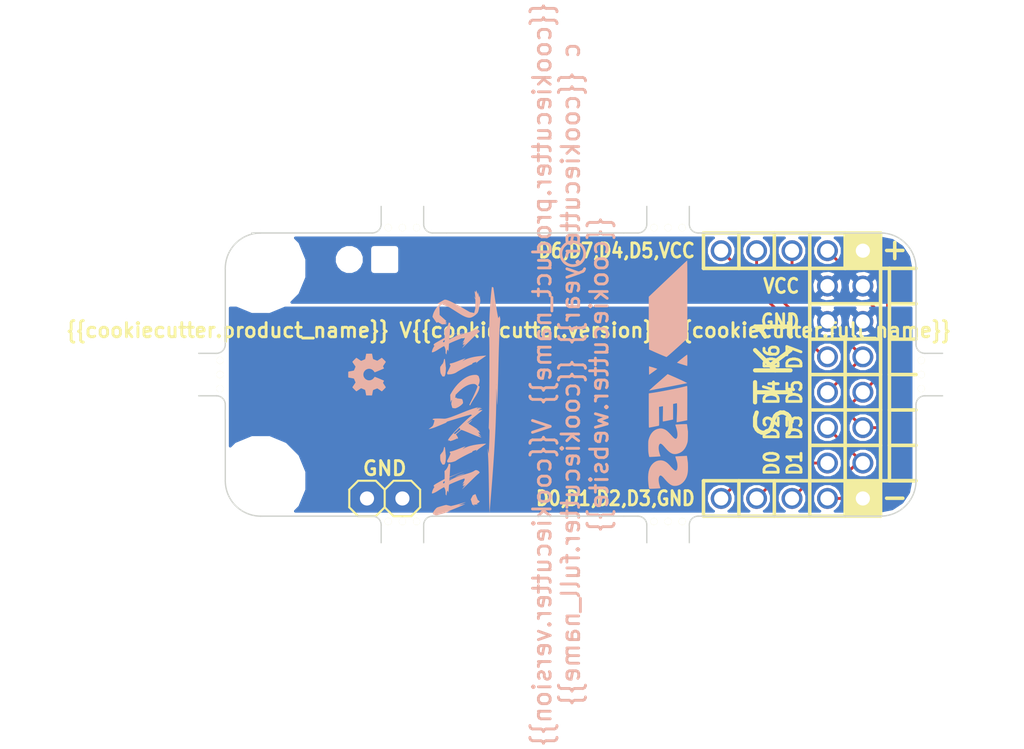
<source format=kicad_pcb>
(kicad_pcb (version 4) (host pcbnew "(2015-05-16 BZR 5655)-product")

  (general
    (links 14)
    (no_connects 0)
    (area -14.423342 -5.874999 57.745105 26.195001)
    (thickness 1.6)
    (drawings 51)
    (tracks 63)
    (zones 0)
    (modules 13)
    (nets 11)
  )

  (page A4)
  (title_block
    (title "{{cookiecutter.product_name}}")
    (date "{{cookiecutter.release_date}}")
    (rev {{cookiecutter.version}})
    (company "{{cookiecutter.full_name}}")
    (comment 1 "(c) {{cookiecutter.year}}")
    (comment 2 "{{cookiecutter.product_type}}")
    (comment 3 "{{cookiecutter.license}}")
  )

  (layers
    (0 F.Cu signal)
    (31 B.Cu signal)
    (32 B.Adhes user)
    (33 F.Adhes user)
    (34 B.Paste user)
    (35 F.Paste user)
    (36 B.SilkS user)
    (37 F.SilkS user)
    (38 B.Mask user)
    (39 F.Mask user)
    (40 Dwgs.User user)
    (41 Cmts.User user)
    (42 Eco1.User user)
    (43 Eco2.User user)
    (44 Edge.Cuts user)
    (45 Margin user)
    (46 B.CrtYd user)
    (47 F.CrtYd user)
    (48 B.Fab user)
    (49 F.Fab user hide)
  )

  (setup
    (last_trace_width 0.2032)
    (user_trace_width 0.1524)
    (user_trace_width 0.2032)
    (user_trace_width 0.254)
    (user_trace_width 0.3048)
    (user_trace_width 0.4064)
    (user_trace_width 0.8128)
    (trace_clearance 0.2032)
    (zone_clearance 0.2032)
    (zone_45_only yes)
    (trace_min 0.1524)
    (segment_width 0.254)
    (edge_width 0.1)
    (via_size 0.6858)
    (via_drill 0.3302)
    (via_min_size 0.6858)
    (via_min_drill 0.3302)
    (user_via 0.6858 0.3302)
    (user_via 1.016 0.6604)
    (user_via 1.524 1.016)
    (uvia_size 0.3)
    (uvia_drill 0.1)
    (uvias_allowed no)
    (uvia_min_size 0.2)
    (uvia_min_drill 0.1)
    (pcb_text_width 0.3)
    (pcb_text_size 1.5 1.5)
    (mod_edge_width 0.15)
    (mod_text_size 1.016 1.016)
    (mod_text_width 0.1524)
    (pad_size 3 3)
    (pad_drill 3)
    (pad_to_mask_clearance 0)
    (aux_axis_origin 0 20.32)
    (visible_elements 7FFEFF7F)
    (pcbplotparams
      (layerselection 0x010f0_80000001)
      (usegerberextensions false)
      (excludeedgelayer true)
      (linewidth 0.100000)
      (plotframeref false)
      (viasonmask false)
      (mode 1)
      (useauxorigin true)
      (hpglpennumber 1)
      (hpglpenspeed 20)
      (hpglpendiameter 15)
      (hpglpenoverlay 2)
      (psnegative false)
      (psa4output false)
      (plotreference true)
      (plotvalue false)
      (plotinvisibletext false)
      (padsonsilk false)
      (subtractmaskfromsilk true)
      (outputformat 1)
      (mirror false)
      (drillshape 0)
      (scaleselection 1)
      (outputdirectory ""))
  )

  (net 0 "")
  (net 1 GND)
  (net 2 D7)
  (net 3 D1)
  (net 4 D0)
  (net 5 D3)
  (net 6 D2)
  (net 7 D5)
  (net 8 D6)
  (net 9 D4)
  (net 10 VCC)

  (net_class Default "This is the default net class."
    (clearance 0.2032)
    (trace_width 0.2032)
    (via_dia 0.6858)
    (via_drill 0.3302)
    (uvia_dia 0.3)
    (uvia_drill 0.1)
    (add_net D0)
    (add_net D1)
    (add_net D2)
    (add_net D3)
    (add_net D4)
    (add_net D5)
    (add_net D6)
    (add_net D7)
    (add_net GND)
    (add_net VCC)
  )

  (module XESS:StickIt_Mounting_Hole locked (layer F.Cu) (tedit 55256518) (tstamp 5525D621)
    (at 2.54 17.78 180)
    (fp_text reference "" (at 0 0.75 180) (layer F.SilkS) hide
      (effects (font (size 1.016 1.016) (thickness 0.1524)))
    )
    (fp_text value "" (at 0 -0.75 180) (layer F.Fab) hide
      (effects (font (size 1.5 1.5) (thickness 0.15)))
    )
    (fp_circle (center 0 0) (end 1.524 0) (layer B.CrtYd) (width 0.1))
    (fp_circle (center 0 0) (end 1.524 0) (layer F.Fab) (width 0.1))
    (fp_circle (center 0 0) (end 1.524 0) (layer B.Fab) (width 0.1))
    (fp_circle (center 0 0) (end 1.524 0) (layer F.CrtYd) (width 0.1))
    (pad "" np_thru_hole circle (at 0 0 180) (size 3 3) (drill 3) (layers *.Cu)
      (clearance 1.7))
  )

  (module XESS:StickIt_Mounting_Hole locked (layer F.Cu) (tedit 552492B6) (tstamp 5525D60D)
    (at 2.54 2.54 180)
    (fp_text reference "" (at 0 0.75 180) (layer F.SilkS) hide
      (effects (font (size 1.016 1.016) (thickness 0.1524)))
    )
    (fp_text value "" (at 0 -0.75 180) (layer F.Fab) hide
      (effects (font (size 1.5 1.5) (thickness 0.15)))
    )
    (fp_circle (center 0 0) (end 1.524 0) (layer B.CrtYd) (width 0.1))
    (fp_circle (center 0 0) (end 1.524 0) (layer F.Fab) (width 0.1))
    (fp_circle (center 0 0) (end 1.524 0) (layer B.Fab) (width 0.1))
    (fp_circle (center 0 0) (end 1.524 0) (layer F.CrtYd) (width 0.1))
    (pad "" np_thru_hole circle (at 0 0 180) (size 3 3) (drill 3) (layers *.Cu)
      (clearance 1.7))
  )

  (module XESS:HDR_1x2 (layer F.Cu) (tedit 5526917E) (tstamp 55268EEB)
    (at 11.43 19.05)
    (descr "PIN HEADER")
    (tags "PIN HEADER")
    (path /5524AC0C)
    (attr virtual)
    (fp_text reference JP1 (at 0.5588 -2.4638) (layer F.SilkS) hide
      (effects (font (size 1.27 1.27) (thickness 0.0889)))
    )
    (fp_text value "" (at 1.27 2.54) (layer F.SilkS) hide
      (effects (font (size 1.27 1.27) (thickness 0.0889)))
    )
    (fp_line (start -2.54 -1.27) (end -2.54 1.27) (layer F.CrtYd) (width 0.15))
    (fp_line (start -2.54 1.27) (end 2.54 1.27) (layer F.CrtYd) (width 0.15))
    (fp_line (start 2.54 1.27) (end 2.54 -1.27) (layer F.CrtYd) (width 0.15))
    (fp_line (start 2.54 -1.27) (end -2.54 -1.27) (layer F.CrtYd) (width 0.15))
    (fp_line (start 1.016 0.254) (end 1.016 -0.254) (layer F.Fab) (width 0.06604))
    (fp_line (start 1.016 -0.254) (end 1.524 -0.254) (layer F.Fab) (width 0.06604))
    (fp_line (start 1.524 0.254) (end 1.524 -0.254) (layer F.Fab) (width 0.06604))
    (fp_line (start 1.016 0.254) (end 1.524 0.254) (layer F.Fab) (width 0.06604))
    (fp_line (start -1.524 0.254) (end -1.524 -0.254) (layer F.Fab) (width 0.06604))
    (fp_line (start -1.524 -0.254) (end -1.016 -0.254) (layer F.Fab) (width 0.06604))
    (fp_line (start -1.016 0.254) (end -1.016 -0.254) (layer F.Fab) (width 0.06604))
    (fp_line (start -1.524 0.254) (end -1.016 0.254) (layer F.Fab) (width 0.06604))
    (fp_line (start -1.905 -1.27) (end -0.635 -1.27) (layer F.SilkS) (width 0.1524))
    (fp_line (start -0.635 -1.27) (end 0 -0.635) (layer F.SilkS) (width 0.1524))
    (fp_line (start 0 -0.635) (end 0 0.635) (layer F.SilkS) (width 0.1524))
    (fp_line (start 0 0.635) (end -0.635 1.27) (layer F.SilkS) (width 0.1524))
    (fp_line (start 0 -0.635) (end 0.635 -1.27) (layer F.SilkS) (width 0.1524))
    (fp_line (start 0.635 -1.27) (end 1.905 -1.27) (layer F.SilkS) (width 0.1524))
    (fp_line (start 1.905 -1.27) (end 2.54 -0.635) (layer F.SilkS) (width 0.1524))
    (fp_line (start 2.54 -0.635) (end 2.54 0.635) (layer F.SilkS) (width 0.1524))
    (fp_line (start 2.54 0.635) (end 1.905 1.27) (layer F.SilkS) (width 0.1524))
    (fp_line (start 1.905 1.27) (end 0.635 1.27) (layer F.SilkS) (width 0.1524))
    (fp_line (start 0.635 1.27) (end 0 0.635) (layer F.SilkS) (width 0.1524))
    (fp_line (start -2.54 -0.635) (end -2.54 0.635) (layer F.SilkS) (width 0.1524))
    (fp_line (start -1.905 -1.27) (end -2.54 -0.635) (layer F.SilkS) (width 0.1524))
    (fp_line (start -2.54 0.635) (end -1.905 1.27) (layer F.SilkS) (width 0.1524))
    (fp_line (start -0.635 1.27) (end -1.905 1.27) (layer F.SilkS) (width 0.1524))
    (pad 1 thru_hole rect (at -1.27 0) (size 1.524 1.524) (drill 1.016) (layers *.Cu *.Mask)
      (net 1 GND))
    (pad 2 thru_hole circle (at 1.27 0) (size 1.524 1.524) (drill 1.016) (layers *.Cu *.Mask)
      (net 1 GND))
  )

  (module "XESS Logos:oshw_logo_3mm" (layer B.Cu) (tedit 0) (tstamp 55268D10)
    (at 10.16 10.16 270)
    (fp_text reference A (at 0 0 270) (layer B.SilkS) hide
      (effects (font (thickness 0.3)) (justify mirror))
    )
    (fp_text value B (at 0.75 0 270) (layer B.SilkS) hide
      (effects (font (thickness 0.3)) (justify mirror))
    )
    (fp_poly (pts (xy 1.500248 -0.356715) (xy 1.485016 -0.363173) (xy 1.474416 -0.366101) (xy 1.452528 -0.370977)
      (xy 1.421312 -0.377403) (xy 1.382728 -0.384986) (xy 1.338736 -0.393331) (xy 1.29896 -0.400655)
      (xy 1.25239 -0.409178) (xy 1.209984 -0.417064) (xy 1.173606 -0.423956) (xy 1.145121 -0.429496)
      (xy 1.126394 -0.433329) (xy 1.119494 -0.434995) (xy 1.114727 -0.441907) (xy 1.106073 -0.459279)
      (xy 1.0944 -0.484985) (xy 1.080571 -0.516898) (xy 1.065454 -0.552892) (xy 1.049913 -0.590842)
      (xy 1.034814 -0.62862) (xy 1.021023 -0.664101) (xy 1.009406 -0.695158) (xy 1.000827 -0.719664)
      (xy 0.996154 -0.735495) (xy 0.995551 -0.739432) (xy 0.99925 -0.748207) (xy 1.00968 -0.766425)
      (xy 1.025848 -0.792514) (xy 1.046756 -0.824906) (xy 1.071409 -0.86203) (xy 1.09881 -0.902316)
      (xy 1.099815 -0.903777) (xy 1.127243 -0.943926) (xy 1.151969 -0.980727) (xy 1.173006 -1.012656)
      (xy 1.189361 -1.038191) (xy 1.200046 -1.05581) (xy 1.20407 -1.06399) (xy 1.204079 -1.064117)
      (xy 1.1994 -1.071877) (xy 1.186345 -1.087352) (xy 1.166388 -1.10909) (xy 1.141002 -1.135644)
      (xy 1.111662 -1.165561) (xy 1.079841 -1.197394) (xy 1.047014 -1.229691) (xy 1.014652 -1.261004)
      (xy 0.984231 -1.289881) (xy 0.957224 -1.314874) (xy 0.935105 -1.334533) (xy 0.919347 -1.347407)
      (xy 0.911425 -1.352046) (xy 0.911409 -1.352046) (xy 0.902447 -1.348349) (xy 0.884074 -1.337943)
      (xy 0.857896 -1.321839) (xy 0.825522 -1.301049) (xy 0.788556 -1.276583) (xy 0.751072 -1.251146)
      (xy 0.711467 -1.224198) (xy 0.675173 -1.199964) (xy 0.643751 -1.17945) (xy 0.618761 -1.16366)
      (xy 0.601765 -1.1536) (xy 0.594441 -1.150265) (xy 0.58493 -1.153298) (xy 0.566387 -1.161535)
      (xy 0.541565 -1.173689) (xy 0.51557 -1.187209) (xy 0.484855 -1.203235) (xy 0.463572 -1.213219)
      (xy 0.449559 -1.217937) (xy 0.440651 -1.218167) (xy 0.435938 -1.215798) (xy 0.431574 -1.208253)
      (xy 0.422754 -1.189671) (xy 0.410076 -1.161481) (xy 0.394135 -1.125116) (xy 0.375529 -1.082005)
      (xy 0.354855 -1.033579) (xy 0.33271 -0.98127) (xy 0.309691 -0.926507) (xy 0.286394 -0.870722)
      (xy 0.263417 -0.815346) (xy 0.241356 -0.761808) (xy 0.220809 -0.71154) (xy 0.202372 -0.665974)
      (xy 0.186643 -0.626538) (xy 0.174218 -0.594665) (xy 0.165693 -0.571785) (xy 0.161667 -0.559328)
      (xy 0.161426 -0.557822) (xy 0.166684 -0.549479) (xy 0.180711 -0.53628) (xy 0.200903 -0.520563)
      (xy 0.210118 -0.514098) (xy 0.274487 -0.463516) (xy 0.326811 -0.407699) (xy 0.366855 -0.346932)
      (xy 0.390341 -0.293682) (xy 0.409236 -0.220757) (xy 0.414951 -0.148227) (xy 0.407738 -0.077206)
      (xy 0.387852 -0.008811) (xy 0.355546 0.055845) (xy 0.311073 0.115646) (xy 0.292848 0.135054)
      (xy 0.235996 0.183235) (xy 0.173679 0.219825) (xy 0.10733 0.244633) (xy 0.038383 0.257468)
      (xy -0.031729 0.258138) (xy -0.101573 0.246452) (xy -0.169716 0.22222) (xy -0.208527 0.201968)
      (xy -0.267105 0.160169) (xy -0.317114 0.10961) (xy -0.357734 0.051958) (xy -0.388148 -0.011119)
      (xy -0.407536 -0.077957) (xy -0.41508 -0.146887) (xy -0.410954 -0.210073) (xy -0.394679 -0.280438)
      (xy -0.367905 -0.344556) (xy -0.330004 -0.403329) (xy -0.280349 -0.45766) (xy -0.218311 -0.508452)
      (xy -0.190029 -0.527889) (xy -0.173557 -0.540692) (xy -0.163204 -0.552572) (xy -0.161397 -0.557528)
      (xy -0.163924 -0.566548) (xy -0.171129 -0.586427) (xy -0.182416 -0.615735) (xy -0.19719 -0.653041)
      (xy -0.214853 -0.696914) (xy -0.234808 -0.745923) (xy -0.256459 -0.798637) (xy -0.27921 -0.853624)
      (xy -0.302463 -0.909455) (xy -0.325623 -0.964697) (xy -0.348092 -1.01792) (xy -0.369274 -1.067692)
      (xy -0.388572 -1.112583) (xy -0.40539 -1.151162) (xy -0.419131 -1.181998) (xy -0.429199 -1.203659)
      (xy -0.434996 -1.214714) (xy -0.43582 -1.215754) (xy -0.442319 -1.218406) (xy -0.452305 -1.217129)
      (xy -0.467941 -1.211141) (xy -0.491391 -1.199663) (xy -0.515063 -1.187166) (xy -0.543154 -1.172532)
      (xy -0.567513 -1.160644) (xy -0.585379 -1.152798) (xy -0.593662 -1.150265) (xy -0.60164 -1.153939)
      (xy -0.619101 -1.164292) (xy -0.644483 -1.180321) (xy -0.676224 -1.201022) (xy -0.712763 -1.225392)
      (xy -0.750697 -1.251166) (xy -0.79057 -1.278152) (xy -0.827371 -1.302416) (xy -0.85949 -1.322947)
      (xy -0.88532 -1.338737) (xy -0.903253 -1.348775) (xy -0.911483 -1.352066) (xy -0.920685 -1.347191)
      (xy -0.938579 -1.332833) (xy -0.964727 -1.309388) (xy -0.998692 -1.277258) (xy -1.040039 -1.236838)
      (xy -1.064559 -1.212429) (xy -1.1 -1.176668) (xy -1.132126 -1.143696) (xy -1.15975 -1.114778)
      (xy -1.181682 -1.091176) (xy -1.196738 -1.074153) (xy -1.203727 -1.064973) (xy -1.204078 -1.063998)
      (xy -1.200395 -1.056336) (xy -1.190004 -1.03916) (xy -1.173897 -1.013993) (xy -1.153062 -0.982354)
      (xy -1.128491 -0.945766) (xy -1.101171 -0.905748) (xy -1.099814 -0.903777) (xy -1.072334 -0.863408)
      (xy -1.047567 -0.826145) (xy -1.02651 -0.79356) (xy -1.010158 -0.767221) (xy -0.999508 -0.748699)
      (xy -0.995555 -0.739563) (xy -0.99555 -0.739432) (xy -0.998006 -0.728563) (xy -1.004793 -0.707987)
      (xy -1.015047 -0.679831) (xy -1.0279 -0.646221) (xy -1.042486 -0.609283) (xy -1.057938 -0.571143)
      (xy -1.07339 -0.533929) (xy -1.087975 -0.499766) (xy -1.100826 -0.470781) (xy -1.111078 -0.449099)
      (xy -1.117863 -0.436848) (xy -1.119644 -0.434938) (xy -1.128426 -0.432855) (xy -1.148581 -0.428745)
      (xy -1.178241 -0.422966) (xy -1.215539 -0.41588) (xy -1.258607 -0.407843) (xy -1.29911 -0.400397)
      (xy -1.346109 -0.391684) (xy -1.38935 -0.383417) (xy -1.426874 -0.375993) (xy -1.456719 -0.369806)
      (xy -1.476926 -0.36525) (xy -1.485015 -0.362973) (xy -1.500246 -0.356715) (xy -1.498468 -0.149863)
      (xy -1.496689 0.05699) (xy -1.304978 0.092828) (xy -1.255645 0.102267) (xy -1.210464 0.111326)
      (xy -1.171177 0.119621) (xy -1.139524 0.126773) (xy -1.117244 0.132398) (xy -1.106078 0.136115)
      (xy -1.105279 0.136645) (xy -1.100516 0.144816) (xy -1.091579 0.163148) (xy -1.079431 0.189424)
      (xy -1.065034 0.22143) (xy -1.04935 0.256949) (xy -1.033343 0.293766) (xy -1.017975 0.329664)
      (xy -1.004208 0.362427) (xy -0.993006 0.38984) (xy -0.98533 0.409686) (xy -0.982144 0.41975)
      (xy -0.982109 0.420176) (xy -0.985792 0.427298) (xy -0.996199 0.444018) (xy -1.012372 0.468887)
      (xy -1.033356 0.500455) (xy -1.058194 0.537274) (xy -1.08593 0.577896) (xy -1.093099 0.588322)
      (xy -1.121446 0.629837) (xy -1.147119 0.668103) (xy -1.169158 0.701633) (xy -1.186603 0.728943)
      (xy -1.198492 0.748546) (xy -1.203865 0.758957) (xy -1.204078 0.759913) (xy -1.199441 0.767463)
      (xy -1.186505 0.782814) (xy -1.16673 0.804506) (xy -1.141577 0.831082) (xy -1.112508 0.861082)
      (xy -1.080983 0.893049) (xy -1.048462 0.925524) (xy -1.016407 0.957048) (xy -0.98628 0.986163)
      (xy -0.959539 1.01141) (xy -0.937647 1.031331) (xy -0.922065 1.044467) (xy -0.914253 1.04936)
      (xy -0.914156 1.049364) (xy -0.906099 1.045688) (xy -0.888451 1.035289) (xy -0.862675 1.019107)
      (xy -0.830239 0.998084) (xy -0.792605 0.97316) (xy -0.75124 0.945276) (xy -0.736804 0.935438)
      (xy -0.570098 0.821511) (xy -0.535618 0.835078) (xy -0.481946 0.856372) (xy -0.432138 0.876474)
      (xy -0.387641 0.894773) (xy -0.349905 0.91066) (xy -0.320378 0.923525) (xy -0.300507 0.932758)
      (xy -0.291748 0.937743) (xy -0.288608 0.946043) (xy -0.283501 0.965839) (xy -0.276805 0.995381)
      (xy -0.268899 1.032918) (xy -0.260162 1.0767) (xy -0.250972 1.124976) (xy -0.249403 1.133448)
      (xy -0.240294 1.18256) (xy -0.23183 1.227728) (xy -0.224355 1.267149) (xy -0.218213 1.299022)
      (xy -0.21375 1.321545) (xy -0.211309 1.332916) (xy -0.211133 1.333567) (xy -0.209312 1.336883)
      (xy -0.205109 1.339514) (xy -0.197115 1.341538) (xy -0.18392 1.343034) (xy -0.164117 1.34408)
      (xy -0.136297 1.344755) (xy -0.09905 1.345137) (xy -0.050967 1.345305) (xy 0 1.345338)
      (xy 0.058504 1.345291) (xy 0.104963 1.345098) (xy 0.140787 1.344679) (xy 0.167384 1.343956)
      (xy 0.186163 1.342851) (xy 0.198534 1.341285) (xy 0.205904 1.339179) (xy 0.209684 1.336456)
      (xy 0.211134 1.333567) (xy 0.213229 1.324095) (xy 0.2174 1.303191) (xy 0.223302 1.272656)
      (xy 0.230592 1.234292) (xy 0.238925 1.189901) (xy 0.247956 1.141285) (xy 0.249404 1.133448)
      (xy 0.258632 1.084589) (xy 0.267472 1.039931) (xy 0.275545 1.001224) (xy 0.282471 0.970218)
      (xy 0.287874 0.948664) (xy 0.291373 0.938311) (xy 0.291749 0.937793) (xy 0.300541 0.932822)
      (xy 0.320537 0.923565) (xy 0.350395 0.910588) (xy 0.388771 0.894455) (xy 0.434322 0.875732)
      (xy 0.485703 0.854983) (xy 0.539129 0.833738) (xy 0.570393 0.821395) (xy 0.737114 0.93538)
      (xy 0.779399 0.964055) (xy 0.81844 0.990086) (xy 0.852775 1.012531) (xy 0.880939 1.030448)
      (xy 0.901467 1.042898) (xy 0.912897 1.048938) (xy 0.914438 1.049364) (xy 0.921963 1.044733)
      (xy 0.9373 1.031814) (xy 0.958989 1.012065) (xy 0.98557 0.986945) (xy 1.015583 0.957915)
      (xy 1.047569 0.926432) (xy 1.080067 0.893956) (xy 1.111619 0.861947) (xy 1.140763 0.831863)
      (xy 1.166041 0.805163) (xy 1.185992 0.783307) (xy 1.199156 0.767754) (xy 1.204074 0.759963)
      (xy 1.204079 0.759859) (xy 1.200392 0.751857) (xy 1.189978 0.734323) (xy 1.173808 0.708761)
      (xy 1.152851 0.676672) (xy 1.128078 0.639559) (xy 1.100459 0.598925) (xy 1.095533 0.59175)
      (xy 1.067412 0.550637) (xy 1.041811 0.512805) (xy 1.019726 0.479758) (xy 1.002154 0.453001)
      (xy 0.990091 0.434039) (xy 0.984535 0.424378) (xy 0.984312 0.423781) (xy 0.986137 0.415048)
      (xy 0.992569 0.396252) (xy 1.002681 0.36959) (xy 1.015546 0.337264) (xy 1.030238 0.301472)
      (xy 1.045831 0.264413) (xy 1.061398 0.228287) (xy 1.076012 0.195292) (xy 1.088748 0.167629)
      (xy 1.098677 0.147496) (xy 1.104875 0.137092) (xy 1.10528 0.136645) (xy 1.113729 0.133406)
      (xy 1.13368 0.128173) (xy 1.163393 0.12133) (xy 1.201128 0.113256) (xy 1.245144 0.104335)
      (xy 1.293702 0.094948) (xy 1.304979 0.092828) (xy 1.49669 0.05699) (xy 1.498469 -0.149863)
      (xy 1.500248 -0.356715) (xy 1.500248 -0.356715)) (layer B.SilkS) (width 0.001))
  )

  (module "XESS Logos:stickit_logo_16mm" (layer B.Cu) (tedit 0) (tstamp 55268D69)
    (at 17.145 12.065 270)
    (fp_text reference "" (at 0 0 270) (layer B.SilkS) hide
      (effects (font (thickness 0.3)) (justify mirror))
    )
    (fp_text value "" (at 0.75 0 270) (layer B.SilkS) hide
      (effects (font (thickness 0.3)) (justify mirror))
    )
    (fp_poly (pts (xy 8.008281 -1.801691) (xy 8.004416 -1.80314) (xy 7.99148 -1.805134) (xy 7.968253 -1.807795)
      (xy 7.933518 -1.811245) (xy 7.886055 -1.815608) (xy 7.824646 -1.821007) (xy 7.748071 -1.827564)
      (xy 7.655113 -1.835403) (xy 7.544552 -1.844646) (xy 7.454025 -1.852184) (xy 6.960004 -1.892915)
      (xy 6.484662 -1.931333) (xy 6.027062 -1.967491) (xy 5.586264 -2.001438) (xy 5.161333 -2.033225)
      (xy 4.751328 -2.062905) (xy 4.355314 -2.090526) (xy 3.972351 -2.116142) (xy 3.601503 -2.139802)
      (xy 3.24183 -2.161557) (xy 2.892396 -2.181458) (xy 2.552262 -2.199557) (xy 2.22049 -2.215904)
      (xy 1.896143 -2.23055) (xy 1.578283 -2.243545) (xy 1.265971 -2.254942) (xy 0.95827 -2.264791)
      (xy 0.654243 -2.273142) (xy 0.35295 -2.280047) (xy 0.053455 -2.285557) (xy -0.245181 -2.289722)
      (xy -0.543896 -2.292594) (xy -0.671801 -2.29344) (xy -0.731901 -2.293794) (xy -0.782997 -2.294155)
      (xy -0.824354 -2.294574) (xy -0.855237 -2.295103) (xy -0.874911 -2.295794) (xy -0.882641 -2.296698)
      (xy -0.877692 -2.297867) (xy -0.85933 -2.299354) (xy -0.826819 -2.30121) (xy -0.779423 -2.303486)
      (xy -0.71641 -2.306235) (xy -0.637042 -2.309508) (xy -0.540586 -2.313358) (xy -0.426307 -2.317835)
      (xy -0.293469 -2.322992) (xy -0.202528 -2.326513) (xy -0.110914 -2.330199) (xy -0.024753 -2.333938)
      (xy 0.053809 -2.337615) (xy 0.122625 -2.341119) (xy 0.17955 -2.344336) (xy 0.222438 -2.347153)
      (xy 0.249143 -2.349459) (xy 0.256865 -2.350647) (xy 0.256361 -2.353493) (xy 0.238048 -2.356549)
      (xy 0.203871 -2.359632) (xy 0.155775 -2.362556) (xy 0.108673 -2.364656) (xy -0.043558 -2.370456)
      (xy -0.194371 -2.375998) (xy -0.345375 -2.381328) (xy -0.498181 -2.386493) (xy -0.654401 -2.391539)
      (xy -0.815644 -2.396512) (xy -0.983523 -2.401459) (xy -1.130011 -2.405589) (xy -1.130011 -2.287052)
      (xy -1.134668 -2.285309) (xy -1.138824 -2.284817) (xy -1.173713 -2.283236) (xy -1.206845 -2.28476)
      (xy -1.20798 -2.284896) (xy -1.21479 -2.28676) (xy -1.204169 -2.288131) (xy -1.178445 -2.288768)
      (xy -1.170712 -2.288785) (xy -1.142674 -2.288291) (xy -1.130011 -2.287052) (xy -1.130011 -2.405589)
      (xy -1.159646 -2.406425) (xy -1.345625 -2.411457) (xy -1.543071 -2.416601) (xy -1.753595 -2.421904)
      (xy -1.978806 -2.427412) (xy -2.220317 -2.433171) (xy -2.479737 -2.439227) (xy -2.519253 -2.440139)
      (xy -2.840939 -2.447725) (xy -3.143414 -2.4552) (xy -3.427228 -2.462585) (xy -3.692929 -2.4699)
      (xy -3.941066 -2.477167) (xy -4.172188 -2.484407) (xy -4.386843 -2.491639) (xy -4.585579 -2.498885)
      (xy -4.768946 -2.506166) (xy -4.937491 -2.513503) (xy -5.091764 -2.520916) (xy -5.232313 -2.528425)
      (xy -5.359686 -2.536053) (xy -5.474432 -2.543819) (xy -5.577101 -2.551744) (xy -5.66091 -2.559152)
      (xy -5.735304 -2.566009) (xy -5.793782 -2.570696) (xy -5.840079 -2.573125) (xy -5.877928 -2.573205)
      (xy -5.911064 -2.570848) (xy -5.94322 -2.565964) (xy -5.97813 -2.558462) (xy -6.009452 -2.550792)
      (xy -6.115948 -2.524062) (xy -6.032246 -2.47967) (xy -6.00141 -2.463594) (xy -5.979386 -2.45148)
      (xy -5.96758 -2.442174) (xy -5.967401 -2.434525) (xy -5.980258 -2.427379) (xy -6.007559 -2.419583)
      (xy -6.050711 -2.409985) (xy -6.111124 -2.397432) (xy -6.140063 -2.391403) (xy -6.220116 -2.37544)
      (xy -6.317962 -2.357298) (xy -6.431785 -2.337262) (xy -6.559774 -2.315618) (xy -6.700115 -2.292651)
      (xy -6.850996 -2.268646) (xy -7.010602 -2.24389) (xy -7.177122 -2.218666) (xy -7.348741 -2.193262)
      (xy -7.523647 -2.167961) (xy -7.700027 -2.14305) (xy -7.84507 -2.123034) (xy -8.157078 -2.08045)
      (xy -8.177606 -2.030637) (xy -8.187864 -2.002028) (xy -8.192502 -1.981202) (xy -8.191618 -1.974498)
      (xy -8.178513 -1.970323) (xy -8.147474 -1.964805) (xy -8.100265 -1.958121) (xy -8.038655 -1.950447)
      (xy -7.964408 -1.941958) (xy -7.87929 -1.93283) (xy -7.785068 -1.923239) (xy -7.683507 -1.91336)
      (xy -7.576374 -1.903368) (xy -7.465435 -1.89344) (xy -7.352454 -1.883751) (xy -7.2392 -1.874477)
      (xy -7.127437 -1.865793) (xy -7.019331 -1.857903) (xy -6.80569 -1.843415) (xy -6.601805 -1.830774)
      (xy -6.402468 -1.819721) (xy -6.202471 -1.809995) (xy -5.996606 -1.801339) (xy -5.779665 -1.793492)
      (xy -5.626332 -1.788584) (xy -5.532765 -1.785814) (xy -5.446584 -1.783493) (xy -5.365582 -1.781621)
      (xy -5.28755 -1.780197) (xy -5.21028 -1.779221) (xy -5.131563 -1.778693) (xy -5.04919 -1.778611)
      (xy -4.960954 -1.778975) (xy -4.864645 -1.779786) (xy -4.758056 -1.781042) (xy -4.638978 -1.782743)
      (xy -4.505202 -1.784888) (xy -4.35452 -1.787478) (xy -4.307429 -1.788311) (xy -4.187746 -1.790139)
      (xy -4.050443 -1.791703) (xy -3.896831 -1.793012) (xy -3.728223 -1.794071) (xy -3.545933 -1.794887)
      (xy -3.351271 -1.795467) (xy -3.145551 -1.795818) (xy -2.930085 -1.795946) (xy -2.706186 -1.795859)
      (xy -2.475166 -1.795563) (xy -2.238338 -1.795065) (xy -1.997013 -1.794372) (xy -1.752506 -1.793491)
      (xy -1.506127 -1.792427) (xy -1.259189 -1.79119) (xy -1.013006 -1.789784) (xy -0.768889 -1.788217)
      (xy -0.528151 -1.786495) (xy -0.292105 -1.784626) (xy -0.062062 -1.782616) (xy 0.160664 -1.780472)
      (xy 0.374761 -1.778201) (xy 0.578918 -1.77581) (xy 0.77182 -1.773304) (xy 0.952156 -1.770692)
      (xy 1.118613 -1.76798) (xy 1.269879 -1.765175) (xy 1.404642 -1.762284) (xy 1.521588 -1.759313)
      (xy 1.571016 -1.75786) (xy 1.921922 -1.746994) (xy 2.01559 -1.773948) (xy 2.109257 -1.800903)
      (xy 2.450097 -1.794186) (xy 2.611513 -1.790634) (xy 2.771314 -1.786402) (xy 2.927372 -1.781581)
      (xy 3.077556 -1.776257) (xy 3.219737 -1.770521) (xy 3.351785 -1.764462) (xy 3.47157 -1.758167)
      (xy 3.576962 -1.751725) (xy 3.665832 -1.745227) (xy 3.704784 -1.741857) (xy 3.77888 -1.735001)
      (xy 3.561532 -1.697728) (xy 3.493701 -1.685826) (xy 3.444059 -1.676514) (xy 3.41291 -1.66986)
      (xy 3.400553 -1.665932) (xy 3.407291 -1.664798) (xy 3.417763 -1.66529) (xy 3.450875 -1.667513)
      (xy 3.499205 -1.670822) (xy 3.558262 -1.674907) (xy 3.623554 -1.679455) (xy 3.690591 -1.684157)
      (xy 3.694386 -1.684424) (xy 3.810423 -1.69217) (xy 3.930821 -1.699333) (xy 4.057 -1.705961)
      (xy 4.190382 -1.7121) (xy 4.332389 -1.717797) (xy 4.48444 -1.723098) (xy 4.647958 -1.728051)
      (xy 4.824363 -1.732703) (xy 5.015076 -1.737099) (xy 5.221518 -1.741286) (xy 5.445111 -1.745312)
      (xy 5.646091 -1.748585) (xy 5.89809 -1.752606) (xy 6.139485 -1.756637) (xy 6.369305 -1.760658)
      (xy 6.586585 -1.764649) (xy 6.790356 -1.768591) (xy 6.97965 -1.772464) (xy 7.153499 -1.776249)
      (xy 7.310936 -1.779927) (xy 7.450993 -1.783477) (xy 7.572703 -1.78688) (xy 7.621976 -1.788382)
      (xy 7.700399 -1.790841) (xy 7.774663 -1.793158) (xy 7.841855 -1.795244) (xy 7.899064 -1.797008)
      (xy 7.943377 -1.798361) (xy 7.971883 -1.799212) (xy 7.977635 -1.799376) (xy 7.993672 -1.799932)
      (xy 8.004293 -1.800662) (xy 8.008281 -1.801691) (xy 8.008281 -1.801691)) (layer B.SilkS) (width 0.001))
    (fp_poly (pts (xy 3.323197 -1.656807) (xy 3.309607 -1.658184) (xy 3.295582 -1.656631) (xy 3.297258 -1.653201)
      (xy 3.317484 -1.651896) (xy 3.321956 -1.653201) (xy 3.323197 -1.656807) (xy 3.323197 -1.656807)) (layer B.SilkS) (width 0.001))
    (fp_poly (pts (xy 3.247037 -1.643278) (xy 3.245681 -1.649151) (xy 3.240451 -1.649864) (xy 3.232319 -1.646249)
      (xy 3.233865 -1.643278) (xy 3.245589 -1.642095) (xy 3.247037 -1.643278) (xy 3.247037 -1.643278)) (layer B.SilkS) (width 0.001))
    (fp_poly (pts (xy 3.171295 -1.635045) (xy 3.166355 -1.639985) (xy 3.161416 -1.635045) (xy 3.166355 -1.630105)
      (xy 3.171295 -1.635045) (xy 3.171295 -1.635045)) (layer B.SilkS) (width 0.001))
    (fp_poly (pts (xy 3.042862 -1.615286) (xy 3.037923 -1.620226) (xy 3.032983 -1.615286) (xy 3.037923 -1.610346)
      (xy 3.042862 -1.615286) (xy 3.042862 -1.615286)) (layer B.SilkS) (width 0.001))
    (fp_poly (pts (xy -1.915799 1.167966) (xy -1.91741 1.056775) (xy -1.927071 0.956923) (xy -1.945819 0.861275)
      (xy -1.974693 0.762699) (xy -1.974827 0.762298) (xy -1.994719 0.705317) (xy -2.012891 0.66045)
      (xy -2.032781 0.620737) (xy -2.057826 0.579218) (xy -2.086454 0.536254) (xy -2.116087 0.490259)
      (xy -2.15264 0.429367) (xy -2.194732 0.356211) (xy -2.240978 0.273427) (xy -2.289995 0.183647)
      (xy -2.3404 0.089508) (xy -2.39081 -0.006358) (xy -2.439841 -0.101316) (xy -2.48611 -0.192732)
      (xy -2.528234 -0.277971) (xy -2.564829 -0.3544) (xy -2.594513 -0.419385) (xy -2.615901 -0.47029)
      (xy -2.618306 -0.476543) (xy -2.634132 -0.517193) (xy -2.646055 -0.543004) (xy -2.656761 -0.557763)
      (xy -2.66894 -0.56526) (xy -2.683935 -0.569033) (xy -2.705951 -0.5762) (xy -2.721658 -0.591216)
      (xy -2.736702 -0.61958) (xy -2.737356 -0.621039) (xy -2.755362 -0.665228) (xy -2.773735 -0.716722)
      (xy -2.790302 -0.768781) (xy -2.80289 -0.814668) (xy -2.808528 -0.841709) (xy -2.811394 -0.865219)
      (xy -2.807979 -0.873577) (xy -2.795481 -0.871081) (xy -2.79057 -0.86925) (xy -2.766288 -0.858826)
      (xy -2.736122 -0.844409) (xy -2.729528 -0.84107) (xy -2.71657 -0.835367) (xy -2.713028 -0.836989)
      (xy -2.719986 -0.847389) (xy -2.738531 -0.868023) (xy -2.769748 -0.900344) (xy -2.786414 -0.917263)
      (xy -2.828819 -0.962227) (xy -2.869942 -1.010535) (xy -2.912634 -1.065847) (xy -2.959744 -1.131825)
      (xy -3.002974 -1.195411) (xy -3.051359 -1.267127) (xy -3.097956 -1.33507) (xy -3.141447 -1.397407)
      (xy -3.180516 -1.452308) (xy -3.213844 -1.49794) (xy -3.240113 -1.532472) (xy -3.258005 -1.554072)
      (xy -3.265973 -1.560949) (xy -3.26796 -1.551904) (xy -3.268033 -1.527912) (xy -3.266222 -1.49369)
      (xy -3.265502 -1.484384) (xy -3.253008 -1.336686) (xy -3.241061 -1.206265) (xy -3.229338 -1.090661)
      (xy -3.217516 -0.987412) (xy -3.20527 -0.894057) (xy -3.192278 -0.808132) (xy -3.178216 -0.727178)
      (xy -3.16276 -0.648731) (xy -3.145587 -0.570332) (xy -3.145068 -0.568067) (xy -3.117034 -0.457043)
      (xy -3.084009 -0.344933) (xy -3.047447 -0.235801) (xy -3.008805 -0.133712) (xy -2.969537 -0.04273)
      (xy -2.931099 0.033081) (xy -2.927651 0.039158) (xy -2.900766 0.086308) (xy -2.883082 0.118048)
      (xy -2.873764 0.135986) (xy -2.871974 0.141729) (xy -2.876715 0.137082) (xy -2.91957 0.086023)
      (xy -2.960506 0.037873) (xy -2.997623 -0.005193) (xy -3.029022 -0.041002) (xy -3.052802 -0.067379)
      (xy -3.067065 -0.082151) (xy -3.070327 -0.084503) (xy -3.069099 -0.073435) (xy -3.061429 -0.046321)
      (xy -3.04815 -0.005487) (xy -3.030093 0.046742) (xy -3.00809 0.108041) (xy -2.982972 0.176082)
      (xy -2.955572 0.248542) (xy -2.92672 0.323094) (xy -2.90408 0.380358) (xy -2.85211 0.512633)
      (xy -2.808591 0.628114) (xy -2.773226 0.727726) (xy -2.745722 0.812391) (xy -2.725784 0.883036)
      (xy -2.713118 0.940583) (xy -2.707429 0.985957) (xy -2.707032 0.998634) (xy -2.704904 1.022705)
      (xy -2.694825 1.035705) (xy -2.671133 1.045021) (xy -2.648079 1.050559) (xy -2.630586 1.048218)
      (xy -2.610525 1.035847) (xy -2.59732 1.025493) (xy -2.559336 0.994969) (xy -2.482488 1.022744)
      (xy -2.449979 1.035817) (xy -2.403977 1.056137) (xy -2.348514 1.081828) (xy -2.287626 1.111015)
      (xy -2.225344 1.141823) (xy -2.213507 1.147796) (xy -2.021374 1.245073) (xy -1.968991 1.229845)
      (xy -1.916609 1.214617) (xy -1.915799 1.167966) (xy -1.915799 1.167966)) (layer B.SilkS) (width 0.001))
    (fp_poly (pts (xy 4.405633 1.103154) (xy 4.402836 1.047643) (xy 4.396738 0.988106) (xy 4.391537 0.952223)
      (xy 4.382047 0.90392) (xy 4.368504 0.848345) (xy 4.352294 0.790011) (xy 4.334806 0.733432)
      (xy 4.317425 0.68312) (xy 4.30154 0.643589) (xy 4.28975 0.621078) (xy 4.276233 0.600954)
      (xy 4.255678 0.570334) (xy 4.232056 0.535133) (xy 4.226974 0.527559) (xy 4.198001 0.482055)
      (xy 4.162522 0.422574) (xy 4.12182 0.351566) (xy 4.077177 0.271481) (xy 4.029876 0.184767)
      (xy 3.981199 0.093876) (xy 3.932429 0.001257) (xy 3.884847 -0.090641) (xy 3.839736 -0.179367)
      (xy 3.798378 -0.262472) (xy 3.762056 -0.337507) (xy 3.732053 -0.40202) (xy 3.709649 -0.453564)
      (xy 3.699054 -0.480959) (xy 3.684687 -0.520219) (xy 3.673638 -0.544664) (xy 3.663123 -0.558271)
      (xy 3.650357 -0.565016) (xy 3.638211 -0.567857) (xy 3.612122 -0.578011) (xy 3.592987 -0.600344)
      (xy 3.587466 -0.610508) (xy 3.570667 -0.648558) (xy 3.55234 -0.697499) (xy 3.534886 -0.75009)
      (xy 3.52071 -0.79909) (xy 3.51224 -0.837109) (xy 3.505517 -0.878924) (xy 3.563163 -0.854093)
      (xy 3.620809 -0.829262) (xy 3.568458 -0.875331) (xy 3.529685 -0.913015) (xy 3.486404 -0.962087)
      (xy 3.437549 -1.023922) (xy 3.382052 -1.099896) (xy 3.318845 -1.191387) (xy 3.289638 -1.234928)
      (xy 3.24595 -1.299924) (xy 3.203411 -1.362064) (xy 3.163499 -1.41929) (xy 3.127691 -1.469545)
      (xy 3.097465 -1.510772) (xy 3.074297 -1.540914) (xy 3.059664 -1.557912) (xy 3.055543 -1.560949)
      (xy 3.053903 -1.551768) (xy 3.053704 -1.5269) (xy 3.054896 -1.490364) (xy 3.056863 -1.454745)
      (xy 3.074335 -1.233397) (xy 3.097547 -1.022518) (xy 3.126207 -0.823918) (xy 3.160025 -0.639405)
      (xy 3.198712 -0.470791) (xy 3.236028 -0.338675) (xy 3.250192 -0.296064) (xy 3.268359 -0.245543)
      (xy 3.289026 -0.190861) (xy 3.310687 -0.135769) (xy 3.331838 -0.084016) (xy 3.350974 -0.039353)
      (xy 3.36659 -0.005529) (xy 3.377181 0.013704) (xy 3.37771 0.014426) (xy 3.386205 0.027883)
      (xy 3.400897 0.053171) (xy 3.41814 0.083975) (xy 3.431284 0.108285) (xy 3.438351 0.123114)
      (xy 3.438257 0.127533) (xy 3.429919 0.120614) (xy 3.412254 0.10143) (xy 3.384178 0.069052)
      (xy 3.344608 0.022554) (xy 3.339782 0.016862) (xy 3.308774 -0.018989) (xy 3.282404 -0.048099)
      (xy 3.263188 -0.067792) (xy 3.253645 -0.075388) (xy 3.253174 -0.075293) (xy 3.253982 -0.063628)
      (xy 3.261603 -0.035437) (xy 3.275405 0.007503) (xy 3.294753 0.063416) (xy 3.319014 0.130528)
      (xy 3.347554 0.20706) (xy 3.379739 0.291239) (xy 3.414937 0.381286) (xy 3.426313 0.409996)
      (xy 3.472491 0.527733) (xy 3.51093 0.629343) (xy 3.542222 0.716617) (xy 3.566957 0.791344)
      (xy 3.585729 0.855316) (xy 3.599128 0.910322) (xy 3.607748 0.958152) (xy 3.607906 0.959266)
      (xy 3.613688 0.998078) (xy 3.619083 1.021825) (xy 3.626466 1.035008) (xy 3.638211 1.042127)
      (xy 3.654176 1.046988) (xy 3.677687 1.051727) (xy 3.694831 1.04784) (xy 3.714153 1.032641)
      (xy 3.721181 1.025931) (xy 3.752945 0.995143) (xy 3.804605 1.01204) (xy 3.863845 1.033819)
      (xy 3.93554 1.064102) (xy 4.015391 1.100918) (xy 4.099099 1.142297) (xy 4.169117 1.17907)
      (xy 4.29261 1.245805) (xy 4.337067 1.23404) (xy 4.366646 1.223715) (xy 4.388861 1.211546)
      (xy 4.393874 1.206955) (xy 4.401188 1.186668) (xy 4.405096 1.150781) (xy 4.405633 1.103154)
      (xy 4.405633 1.103154)) (layer B.SilkS) (width 0.001))
    (fp_poly (pts (xy 2.889777 1.149719) (xy 2.884854 1.145924) (xy 2.868008 1.141433) (xy 2.84032 1.130449)
      (xy 2.819883 1.11561) (xy 2.810548 1.102991) (xy 2.812224 1.092373) (xy 2.8269 1.077614)
      (xy 2.834198 1.071408) (xy 2.858732 1.042787) (xy 2.865033 1.017807) (xy 2.860792 0.983653)
      (xy 2.848673 0.934567) (xy 2.829587 0.873314) (xy 2.804439 0.80266) (xy 2.77414 0.725372)
      (xy 2.750682 0.669567) (xy 2.728591 0.618399) (xy 2.709069 0.573133) (xy 2.693542 0.537081)
      (xy 2.683436 0.513551) (xy 2.680357 0.50632) (xy 2.684183 0.497048) (xy 2.706296 0.493382)
      (xy 2.708375 0.49333) (xy 2.726231 0.492573) (xy 2.730187 0.490044) (xy 2.718724 0.483947)
      (xy 2.690967 0.47274) (xy 2.640394 0.452791) (xy 2.588061 0.475304) (xy 2.55517 0.491909)
      (xy 2.514144 0.516083) (xy 2.472497 0.543328) (xy 2.461716 0.550918) (xy 2.387704 0.604019)
      (xy 2.366109 0.581103) (xy 2.353303 0.566988) (xy 2.349036 0.562194) (xy 2.349036 0.664981)
      (xy 2.348339 0.686206) (xy 2.341948 0.717772) (xy 2.329561 0.773125) (xy 2.246242 0.690355)
      (xy 2.210959 0.654452) (xy 2.178907 0.6203) (xy 2.153928 0.592085) (xy 2.141036 0.575763)
      (xy 2.125523 0.557265) (xy 2.098676 0.529324) (xy 2.064048 0.495491) (xy 2.025192 0.459319)
      (xy 2.018459 0.453227) (xy 1.917771 0.362511) (xy 1.969057 0.324946) (xy 1.996979 0.30543)
      (xy 2.01907 0.291689) (xy 2.029718 0.286943) (xy 2.040646 0.293437) (xy 2.060664 0.310952)
      (xy 2.085627 0.335837) (xy 2.088029 0.33837) (xy 2.119617 0.37292) (xy 2.157468 0.415965)
      (xy 2.198351 0.46365) (xy 2.239032 0.512124) (xy 2.276277 0.557533) (xy 2.306855 0.596024)
      (xy 2.327533 0.623744) (xy 2.32783 0.624172) (xy 2.342606 0.646993) (xy 2.349036 0.664981)
      (xy 2.349036 0.562194) (xy 2.329771 0.540546) (xy 2.297776 0.504341) (xy 2.259581 0.460935)
      (xy 2.21745 0.412893) (xy 2.2032 0.396608) (xy 2.061885 0.235029) (xy 2.072892 0.187347)
      (xy 2.08161 0.1569) (xy 2.097051 0.112238) (xy 2.119436 0.052815) (xy 2.148982 -0.021915)
      (xy 2.185909 -0.112499) (xy 2.230437 -0.219483) (xy 2.282785 -0.343413) (xy 2.334384 -0.464333)
      (xy 2.368761 -0.545112) (xy 2.403023 -0.626588) (xy 2.435754 -0.705323) (xy 2.465538 -0.777882)
      (xy 2.490959 -0.840828) (xy 2.510602 -0.890723) (xy 2.517518 -0.908907) (xy 2.539742 -0.970041)
      (xy 2.560665 -1.030632) (xy 2.579382 -1.087732) (xy 2.594989 -1.138393) (xy 2.606581 -1.179668)
      (xy 2.613254 -1.208608) (xy 2.614103 -1.222265) (xy 2.613814 -1.222696) (xy 2.606721 -1.216768)
      (xy 2.590084 -1.197481) (xy 2.566011 -1.167434) (xy 2.536607 -1.129225) (xy 2.51849 -1.105088)
      (xy 2.484214 -1.059303) (xy 2.460001 -1.027955) (xy 2.444298 -1.009499) (xy 2.435554 -1.002386)
      (xy 2.432216 -1.00507) (xy 2.432731 -1.016006) (xy 2.433343 -1.020264) (xy 2.447946 -1.071181)
      (xy 2.475249 -1.126634) (xy 2.511784 -1.179801) (xy 2.518855 -1.188348) (xy 2.527983 -1.200628)
      (xy 2.523803 -1.200544) (xy 2.505951 -1.187848) (xy 2.474061 -1.162293) (xy 2.445477 -1.138539)
      (xy 2.400902 -1.102421) (xy 2.356035 -1.068245) (xy 2.315644 -1.039508) (xy 2.284499 -1.019708)
      (xy 2.28039 -1.017442) (xy 2.223658 -0.987204) (xy 2.258279 -1.063175) (xy 2.2929 -1.139145)
      (xy 2.25772 -1.112313) (xy 2.225775 -1.091135) (xy 2.188645 -1.07078) (xy 2.177528 -1.065569)
      (xy 2.146884 -1.048246) (xy 2.120913 -1.023467) (xy 2.094397 -0.986681) (xy 2.074058 -0.952504)
      (xy 2.057967 -0.920523) (xy 2.049875 -0.898547) (xy 2.042655 -0.878011) (xy 2.034242 -0.86939)
      (xy 2.034188 -0.86939) (xy 2.029378 -0.878168) (xy 2.032465 -0.903562) (xy 2.043255 -0.94416)
      (xy 2.045343 -0.950895) (xy 2.050429 -0.970225) (xy 2.050558 -0.978063) (xy 2.043856 -0.970067)
      (xy 2.02811 -0.947578) (xy 2.004772 -0.912842) (xy 1.975292 -0.868109) (xy 1.941122 -0.815626)
      (xy 1.903712 -0.75764) (xy 1.864514 -0.6964) (xy 1.824979 -0.634154) (xy 1.786558 -0.573149)
      (xy 1.750701 -0.515633) (xy 1.723062 -0.470738) (xy 1.615286 -0.294373) (xy 1.474075 -0.441099)
      (xy 1.424707 -0.491666) (xy 1.386423 -0.5293) (xy 1.359736 -0.553534) (xy 1.34516 -0.563901)
      (xy 1.343015 -0.56043) (xy 1.361475 -0.522366) (xy 1.392752 -0.472236) (xy 1.435618 -0.411869)
      (xy 1.488843 -0.343094) (xy 1.490255 -0.341333) (xy 1.520753 -0.302769) (xy 1.540115 -0.276292)
      (xy 1.54997 -0.258906) (xy 1.551945 -0.247614) (xy 1.547665 -0.239417) (xy 1.54634 -0.238023)
      (xy 1.530225 -0.229229) (xy 1.522587 -0.23259) (xy 1.512731 -0.244095) (xy 1.491765 -0.269293)
      (xy 1.461033 -0.30654) (xy 1.421878 -0.354189) (xy 1.375645 -0.410594) (xy 1.323677 -0.47411)
      (xy 1.267319 -0.543091) (xy 1.207914 -0.615891) (xy 1.146807 -0.690865) (xy 1.085341 -0.766366)
      (xy 1.02486 -0.840749) (xy 0.966709 -0.912368) (xy 0.912231 -0.979578) (xy 0.87549 -1.024991)
      (xy 0.823781 -1.088814) (xy 0.775997 -1.147505) (xy 0.73355 -1.199353) (xy 0.697851 -1.242646)
      (xy 0.67031 -1.275673) (xy 0.652339 -1.296723) (xy 0.645353 -1.304084) (xy 0.643742 -1.294941)
      (xy 0.643179 -1.270405) (xy 0.643708 -1.234817) (xy 0.644456 -1.2127) (xy 0.648349 -1.157105)
      (xy 0.655955 -1.113053) (xy 0.66884 -1.072443) (xy 0.674102 -1.059406) (xy 0.700098 -0.997497)
      (xy 0.670085 -1.014949) (xy 0.635533 -1.044167) (xy 0.601695 -1.08991) (xy 0.570654 -1.148992)
      (xy 0.552118 -1.195411) (xy 0.525853 -1.269506) (xy 0.5185 -1.191547) (xy 0.515328 -1.14974)
      (xy 0.51587 -1.120456) (xy 0.520946 -1.096668) (xy 0.531378 -1.071353) (xy 0.532945 -1.068054)
      (xy 0.554744 -1.022521) (xy 0.529534 -1.047219) (xy 0.512009 -1.068497) (xy 0.490337 -1.100498)
      (xy 0.469299 -1.136134) (xy 0.451719 -1.166653) (xy 0.441962 -1.17945) (xy 0.440142 -1.174388)
      (xy 0.440852 -1.170712) (xy 0.450434 -1.135764) (xy 0.465638 -1.089178) (xy 0.484115 -1.037396)
      (xy 0.503513 -0.986862) (xy 0.521485 -0.944015) (xy 0.53056 -0.924767) (xy 0.555029 -0.87641)
      (xy 0.523313 -0.895128) (xy 0.499919 -0.914775) (xy 0.480485 -0.945772) (xy 0.468781 -0.973124)
      (xy 0.456639 -1.003361) (xy 0.449571 -1.016602) (xy 0.446239 -1.014541) (xy 0.44536 -1.002762)
      (xy 0.448538 -0.962293) (xy 0.458991 -0.905494) (xy 0.476145 -0.83417) (xy 0.49943 -0.750127)
      (xy 0.528273 -0.655168) (xy 0.562103 -0.551099) (xy 0.600347 -0.439724) (xy 0.642434 -0.322847)
      (xy 0.687792 -0.202275) (xy 0.735849 -0.079812) (xy 0.745073 -0.056888) (xy 0.80558 0.093001)
      (xy 0.859173 0.22601) (xy 0.906402 0.343553) (xy 0.947819 0.447044) (xy 0.983976 0.537898)
      (xy 1.015423 0.617528) (xy 1.042712 0.687349) (xy 1.066395 0.748774) (xy 1.087022 0.803218)
      (xy 1.105145 0.852095) (xy 1.121316 0.896819) (xy 1.136085 0.938804) (xy 1.150004 0.979464)
      (xy 1.155481 0.995745) (xy 1.177539 1.063568) (xy 1.198757 1.132381) (xy 1.217756 1.197436)
      (xy 1.233153 1.253985) (xy 1.243569 1.29728) (xy 1.244517 1.301848) (xy 1.251419 1.337352)
      (xy 1.256329 1.367941) (xy 1.259366 1.397511) (xy 1.260648 1.429959) (xy 1.260293 1.469179)
      (xy 1.258419 1.519069) (xy 1.255145 1.583523) (xy 1.253807 1.60811) (xy 1.250121 1.690691)
      (xy 1.247815 1.776254) (xy 1.246835 1.861924) (xy 1.247128 1.944824) (xy 1.248639 2.02208)
      (xy 1.251315 2.090816) (xy 1.255103 2.148156) (xy 1.259947 2.191225) (xy 1.26517 2.215418)
      (xy 1.27807 2.244077) (xy 1.293451 2.26644) (xy 1.295849 2.268816) (xy 1.31065 2.279599)
      (xy 1.322841 2.276499) (xy 1.333136 2.267858) (xy 1.347941 2.243943) (xy 1.357787 2.20586)
      (xy 1.358751 2.198949) (xy 1.365193 2.147391) (xy 1.416789 2.154392) (xy 1.475135 2.165193)
      (xy 1.544671 2.182643) (xy 1.618753 2.20489) (xy 1.690735 2.23008) (xy 1.69766 2.232727)
      (xy 1.735392 2.248242) (xy 1.763195 2.263291) (xy 1.787069 2.282347) (xy 1.813014 2.309881)
      (xy 1.833291 2.333793) (xy 1.867899 2.377304) (xy 1.905853 2.428093) (xy 1.940086 2.476643)
      (xy 1.946693 2.486497) (xy 1.969626 2.520412) (xy 1.988301 2.546678) (xy 2.000263 2.561917)
      (xy 2.003268 2.564319) (xy 2.004068 2.552343) (xy 2.00078 2.525525) (xy 1.994238 2.488155)
      (xy 1.985278 2.444527) (xy 1.974734 2.398933) (xy 1.963441 2.355665) (xy 1.961023 2.347174)
      (xy 1.948223 2.304307) (xy 1.934187 2.260148) (xy 1.918315 2.213163) (xy 1.900004 2.161813)
      (xy 1.878652 2.104565) (xy 1.853657 2.03988) (xy 1.824418 1.966224) (xy 1.790332 1.882059)
      (xy 1.750797 1.785851) (xy 1.705212 1.676063) (xy 1.652975 1.551158) (xy 1.595546 1.414501)
      (xy 1.574033 1.364928) (xy 1.556965 1.330138) (xy 1.542014 1.306348) (xy 1.526853 1.28978)
      (xy 1.51171 1.278317) (xy 1.499684 1.269837) (xy 1.489622 1.260399) (xy 1.480413 1.247447)
      (xy 1.470947 1.228425) (xy 1.460116 1.200779) (xy 1.446809 1.161951) (xy 1.429918 1.109388)
      (xy 1.408331 1.040532) (xy 1.407998 1.039467) (xy 1.376809 0.938861) (xy 1.341817 0.82478)
      (xy 1.304046 0.700649) (xy 1.264521 0.569891) (xy 1.224268 0.435934) (xy 1.184312 0.302201)
      (xy 1.145677 0.172116) (xy 1.109388 0.049107) (xy 1.07647 -0.063404) (xy 1.047948 -0.161991)
      (xy 1.03699 -0.200303) (xy 0.964484 -0.454943) (xy 0.986303 -0.499854) (xy 1.008122 -0.544764)
      (xy 1.07582 -0.457621) (xy 1.129779 -0.391061) (xy 1.196843 -0.313103) (xy 1.275316 -0.22544)
      (xy 1.363502 -0.129765) (xy 1.459705 -0.027772) (xy 1.562231 0.078847) (xy 1.669382 0.188398)
      (xy 1.779464 0.299188) (xy 1.890781 0.409524) (xy 2.001638 0.517714) (xy 2.110338 0.622064)
      (xy 2.215186 0.72088) (xy 2.314486 0.812471) (xy 2.406543 0.895142) (xy 2.489662 0.967201)
      (xy 2.562146 1.026955) (xy 2.564532 1.028852) (xy 2.622841 1.073512) (xy 2.680984 1.115091)
      (xy 2.734395 1.150466) (xy 2.77851 1.176513) (xy 2.785997 1.18042) (xy 2.820575 1.197924)
      (xy 2.796661 1.172007) (xy 2.780367 1.151601) (xy 2.779922 1.141708) (xy 2.796122 1.141441)
      (xy 2.819208 1.146896) (xy 2.849378 1.152664) (xy 2.87508 1.153474) (xy 2.877929 1.153062)
      (xy 2.889777 1.149719) (xy 2.889777 1.149719)) (layer B.SilkS) (width 0.001))
    (fp_poly (pts (xy 0.424815 -1.249747) (xy 0.419875 -1.254687) (xy 0.414936 -1.249747) (xy 0.419875 -1.244808)
      (xy 0.424815 -1.249747) (xy 0.424815 -1.249747)) (layer B.SilkS) (width 0.001))
    (fp_poly (pts (xy 0.434694 -1.220109) (xy 0.429755 -1.225049) (xy 0.424815 -1.220109) (xy 0.429755 -1.215169)
      (xy 0.434694 -1.220109) (xy 0.434694 -1.220109)) (layer B.SilkS) (width 0.001))
    (fp_poly (pts (xy 2.301906 -1.150953) (xy 2.296966 -1.155893) (xy 2.292026 -1.150953) (xy 2.296966 -1.146013)
      (xy 2.301906 -1.150953) (xy 2.301906 -1.150953)) (layer B.SilkS) (width 0.001))
    (fp_poly (pts (xy -5.502599 1.599604) (xy -5.51367 1.434555) (xy -5.51747 1.379759) (xy -5.520995 1.332341)
      (xy -5.523982 1.295596) (xy -5.526165 1.272818) (xy -5.527112 1.266887) (xy -5.533285 1.273061)
      (xy -5.547179 1.291762) (xy -5.565659 1.318754) (xy -5.584627 1.346385) (xy -5.599271 1.365991)
      (xy -5.606303 1.37324) (xy -5.607806 1.364248) (xy -5.607492 1.340644) (xy -5.605432 1.307484)
      (xy -5.605357 1.306554) (xy -5.599945 1.239868) (xy -5.637837 1.283827) (xy -5.661704 1.311719)
      (xy -5.682573 1.336454) (xy -5.691953 1.347805) (xy -5.702294 1.359058) (xy -5.709022 1.358152)
      (xy -5.715667 1.342418) (xy -5.720685 1.326075) (xy -5.72943 1.30088) (xy -5.736891 1.286043)
      (xy -5.73904 1.284367) (xy -5.746752 1.291503) (xy -5.765954 1.311739) (xy -5.795076 1.343351)
      (xy -5.832548 1.384612) (xy -5.8768 1.433796) (xy -5.926261 1.489178) (xy -5.962233 1.529682)
      (xy -6.17958 1.774956) (xy -6.485842 1.782245) (xy -6.792105 1.789533) (xy -6.816803 1.760592)
      (xy -6.83513 1.739395) (xy -6.861545 1.709175) (xy -6.891017 1.675687) (xy -6.897788 1.668025)
      (xy -6.954075 1.604399) (xy -6.905782 1.506108) (xy -6.883514 1.458165) (xy -6.857878 1.39884)
      (xy -6.831936 1.335435) (xy -6.808751 1.275251) (xy -6.807251 1.271184) (xy -6.786637 1.216671)
      (xy -6.765448 1.163292) (xy -6.745898 1.116459) (xy -6.730201 1.081587) (xy -6.727347 1.075785)
      (xy -6.71557 1.054711) (xy -6.694379 1.019172) (xy -6.665094 0.971288) (xy -6.629033 0.913182)
      (xy -6.587519 0.846977) (xy -6.54187 0.774795) (xy -6.493406 0.698758) (xy -6.47437 0.669051)
      (xy -6.403938 0.559013) (xy -6.343339 0.463631) (xy -6.291492 0.38109) (xy -6.247318 0.309574)
      (xy -6.209734 0.247267) (xy -6.177661 0.192356) (xy -6.150018 0.143023) (xy -6.125723 0.097454)
      (xy -6.103698 0.053833) (xy -6.085134 0.015194) (xy -6.036455 -0.098454) (xy -6.002858 -0.200676)
      (xy -5.98411 -0.292525) (xy -5.979974 -0.375057) (xy -5.985997 -0.429755) (xy -6.006421 -0.501833)
      (xy -6.041196 -0.580966) (xy -6.0881 -0.663449) (xy -6.144912 -0.745575) (xy -6.209412 -0.823638)
      (xy -6.243796 -0.859935) (xy -6.274723 -0.891044) (xy -6.301278 -0.916861) (xy -6.325699 -0.938277)
      (xy -6.350226 -0.956184) (xy -6.377096 -0.971474) (xy -6.408548 -0.985039) (xy -6.446822 -0.99777)
      (xy -6.494155 -1.010559) (xy -6.552785 -1.024297) (xy -6.624953 -1.039878) (xy -6.712896 -1.058191)
      (xy -6.772346 -1.070486) (xy -6.856495 -1.087633) (xy -6.936189 -1.103359) (xy -7.00897 -1.117216)
      (xy -7.072379 -1.128759) (xy -7.12396 -1.137539) (xy -7.161254 -1.14311) (xy -7.181804 -1.145026)
      (xy -7.182342 -1.145018) (xy -7.207206 -1.143319) (xy -7.24721 -1.139356) (xy -7.297927 -1.133618)
      (xy -7.354931 -1.126598) (xy -7.392496 -1.121683) (xy -7.447461 -1.114074) (xy -7.495313 -1.106991)
      (xy -7.532735 -1.10096) (xy -7.556406 -1.096511) (xy -7.563161 -1.094509) (xy -7.557058 -1.090092)
      (xy -7.536222 -1.083494) (xy -7.508607 -1.076909) (xy -7.477503 -1.069378) (xy -7.455963 -1.062385)
      (xy -7.449086 -1.05801) (xy -7.458302 -1.054287) (xy -7.483926 -1.04772) (xy -7.522927 -1.038988)
      (xy -7.572271 -1.02877) (xy -7.628075 -1.017908) (xy -7.696057 -1.004525) (xy -7.744781 -0.993611)
      (xy -7.774564 -0.984952) (xy -7.785724 -0.978332) (xy -7.778578 -0.973535) (xy -7.753444 -0.970344)
      (xy -7.71064 -0.968546) (xy -7.701012 -0.968352) (xy -7.631856 -0.967132) (xy -7.802366 -0.906072)
      (xy -7.866348 -0.882742) (xy -7.912184 -0.864768) (xy -7.940538 -0.851452) (xy -7.952072 -0.8421)
      (xy -7.947449 -0.836014) (xy -7.927334 -0.832498) (xy -7.892388 -0.830856) (xy -7.874273 -0.830566)
      (xy -7.810428 -0.829872) (xy -7.857243 -0.782342) (xy -7.904058 -0.734813) (xy -7.659283 -0.762542)
      (xy -7.590962 -0.770101) (xy -7.528394 -0.776678) (xy -7.474499 -0.781996) (xy -7.432195 -0.785775)
      (xy -7.404403 -0.787735) (xy -7.394831 -0.787843) (xy -7.39037 -0.783224) (xy -7.401792 -0.771889)
      (xy -7.42992 -0.753125) (xy -7.446698 -0.742986) (xy -7.479263 -0.723163) (xy -7.50407 -0.70709)
      (xy -7.51716 -0.69737) (xy -7.518242 -0.695926) (xy -7.51695 -0.694521) (xy -7.511378 -0.695511)
      (xy -7.498981 -0.699901) (xy -7.477217 -0.708695) (xy -7.443541 -0.722898) (xy -7.395409 -0.743516)
      (xy -7.368813 -0.754958) (xy -7.2836 -0.791641) (xy -6.973636 -0.787752) (xy -6.663672 -0.783863)
      (xy -6.49329 -0.744336) (xy -6.437957 -0.731288) (xy -6.389544 -0.71947) (xy -6.351243 -0.709694)
      (xy -6.326245 -0.702771) (xy -6.317801 -0.699701) (xy -6.317914 -0.688209) (xy -6.324649 -0.666227)
      (xy -6.32698 -0.660401) (xy -6.334606 -0.636835) (xy -6.344262 -0.599329) (xy -6.354607 -0.553412)
      (xy -6.362701 -0.513163) (xy -6.384136 -0.400117) (xy -6.656675 0.074095) (xy -6.761264 0.257367)
      (xy -6.855245 0.424836) (xy -6.938933 0.577162) (xy -7.012644 0.715009) (xy -7.076692 0.839037)
      (xy -7.131392 0.949909) (xy -7.177061 1.048285) (xy -7.214013 1.134829) (xy -7.242563 1.2102)
      (xy -7.263026 1.275062) (xy -7.275718 1.330075) (xy -7.280953 1.375902) (xy -7.281136 1.385091)
      (xy -7.280568 1.400643) (xy -7.27815 1.416255) (xy -7.27281 1.434136) (xy -7.263474 1.456493)
      (xy -7.249071 1.485537) (xy -7.228528 1.523475) (xy -7.200774 1.572515) (xy -7.164735 1.634867)
      (xy -7.135458 1.685124) (xy -7.098463 1.748333) (xy -7.064775 1.805507) (xy -7.035646 1.854555)
      (xy -7.012324 1.893386) (xy -6.996061 1.91991) (xy -6.988106 1.932035) (xy -6.987534 1.932561)
      (xy -6.984627 1.922527) (xy -6.978978 1.898017) (xy -6.971705 1.863934) (xy -6.970231 1.856775)
      (xy -6.959787 1.805113) (xy -6.952207 1.771097) (xy -6.945657 1.753182) (xy -6.9383 1.749821)
      (xy -6.9283 1.75947) (xy -6.913822 1.780582) (xy -6.901618 1.799008) (xy -6.8438 1.871796)
      (xy -6.769518 1.94437) (xy -6.68199 2.014787) (xy -6.584433 2.081106) (xy -6.480067 2.141383)
      (xy -6.37211 2.193675) (xy -6.26378 2.236041) (xy -6.158295 2.266536) (xy -6.111256 2.276105)
      (xy -6.041268 2.288234) (xy -5.831886 2.141871) (xy -5.622504 1.995508) (xy -5.641715 1.939668)
      (xy -5.660927 1.883828) (xy -5.581763 1.741716) (xy -5.502599 1.599604) (xy -5.502599 1.599604)) (layer B.SilkS) (width 0.001))
    (fp_poly (pts (xy 7.527861 -0.758598) (xy 7.520465 -0.754283) (xy 7.501729 -0.734564) (xy 7.471165 -0.699486)
      (xy 7.455823 -0.681521) (xy 7.436197 -0.660325) (xy 7.425009 -0.652228) (xy 7.423608 -0.657018)
      (xy 7.429948 -0.701188) (xy 7.429292 -0.760302) (xy 7.421781 -0.830879) (xy 7.414923 -0.872538)
      (xy 7.397111 -0.969542) (xy 7.369902 -0.928443) (xy 7.353845 -0.905537) (xy 7.343179 -0.897026)
      (xy 7.335269 -0.904266) (xy 7.327483 -0.92861) (xy 7.32145 -0.953365) (xy 7.312468 -0.982421)
      (xy 7.298579 -1.006776) (xy 7.275653 -1.032439) (xy 7.252048 -1.054373) (xy 7.194334 -1.105983)
      (xy 7.14465 -1.034113) (xy 7.094966 -0.962242) (xy 6.883192 -0.878245) (xy 6.671418 -0.794248)
      (xy 6.712002 -0.702535) (xy 6.752586 -0.610823) (xy 6.900066 -0.531688) (xy 7.047545 -0.452552)
      (xy 7.221147 -0.504245) (xy 7.277508 -0.521204) (xy 7.32798 -0.536723) (xy 7.36923 -0.54975)
      (xy 7.397926 -0.559235) (xy 7.410385 -0.563935) (xy 7.4211 -0.57526) (xy 7.438862 -0.600276)
      (xy 7.461242 -0.635337) (xy 7.485809 -0.676799) (xy 7.486879 -0.678674) (xy 7.510581 -0.720838)
      (xy 7.524404 -0.747465) (xy 7.527861 -0.758598) (xy 7.527861 -0.758598)) (layer B.SilkS) (width 0.001))
    (fp_poly (pts (xy -3.322544 1.279661) (xy -3.332271 1.277868) (xy -3.35739 1.276473) (xy -3.370639 1.276106)
      (xy -3.435848 1.272783) (xy -3.499992 1.266098) (xy -3.559873 1.256727) (xy -3.612292 1.245347)
      (xy -3.654052 1.232637) (xy -3.681954 1.219271) (xy -3.692355 1.208) (xy -3.68714 1.19507)
      (xy -3.666976 1.18001) (xy -3.636141 1.165228) (xy -3.598917 1.153132) (xy -3.591714 1.151391)
      (xy -3.571341 1.146564) (xy -3.561304 1.143133) (xy -3.563497 1.14061) (xy -3.579811 1.138507)
      (xy -3.612137 1.136338) (xy -3.660327 1.133723) (xy -3.712948 1.130728) (xy -3.778388 1.126682)
      (xy -3.849762 1.122027) (xy -3.920186 1.117206) (xy -3.949993 1.115082) (xy -4.121107 1.102708)
      (xy -4.146399 1.05955) (xy -4.162195 1.029533) (xy -4.184319 0.982916) (xy -4.211982 0.921533)
      (xy -4.228394 0.883905) (xy -4.228394 1.492776) (xy -4.231839 1.522738) (xy -4.243892 1.536355)
      (xy -4.267125 1.535117) (xy -4.288334 1.527521) (xy -4.311509 1.513482) (xy -4.336503 1.49186)
      (xy -4.359321 1.46716) (xy -4.375965 1.443885) (xy -4.382439 1.42654) (xy -4.381474 1.422554)
      (xy -4.366261 1.414394) (xy -4.339137 1.412236) (xy -4.306822 1.415505) (xy -4.276035 1.423628)
      (xy -4.257087 1.433189) (xy -4.237199 1.451687) (xy -4.229294 1.47449) (xy -4.228394 1.492776)
      (xy -4.228394 0.883905) (xy -4.244395 0.847218) (xy -4.280771 0.761802) (xy -4.320321 0.66712)
      (xy -4.362256 0.565005) (xy -4.405787 0.45729) (xy -4.41029 0.446048) (xy -4.452031 0.341136)
      (xy -4.486481 0.253044) (xy -4.514114 0.180425) (xy -4.535403 0.12193) (xy -4.550822 0.07621)
      (xy -4.560844 0.041918) (xy -4.565942 0.017703) (xy -4.56659 0.002219) (xy -4.566441 0.001176)
      (xy -4.562918 -0.01203) (xy -4.55459 -0.018312) (xy -4.536364 -0.019197) (xy -4.507084 -0.016619)
      (xy -4.449164 -0.003504) (xy -4.381776 0.024248) (xy -4.30731 0.065472) (xy -4.228157 0.119001)
      (xy -4.226307 0.120363) (xy -4.144419 0.180749) (xy -4.201225 0.120746) (xy -4.227219 0.092644)
      (xy -4.246961 0.070068) (xy -4.257254 0.056725) (xy -4.258032 0.054946) (xy -4.250564 0.056269)
      (xy -4.231449 0.065975) (xy -4.216045 0.075084) (xy -4.197247 0.086429) (xy -4.188507 0.090314)
      (xy -4.190691 0.085126) (xy -4.204668 0.069253) (xy -4.231307 0.041081) (xy -4.238273 0.033784)
      (xy -4.264065 0.006291) (xy -4.281774 -0.013566) (xy -4.289247 -0.023309) (xy -4.28767 -0.023097)
      (xy -4.274515 -0.013698) (xy -4.248775 0.004854) (xy -4.213854 0.030102) (xy -4.173154 0.059588)
      (xy -4.161708 0.067889) (xy -4.121725 0.096526) (xy -4.088127 0.119885) (xy -4.063762 0.13604)
      (xy -4.051481 0.143064) (xy -4.050564 0.143024) (xy -4.054678 0.131662) (xy -4.065071 0.109327)
      (xy -4.071012 0.097443) (xy -4.082248 0.072595) (xy -4.08715 0.05584) (xy -4.086653 0.052554)
      (xy -4.075712 0.053485) (xy -4.052868 0.061075) (xy -4.034851 0.068533) (xy -4.008364 0.079777)
      (xy -3.996928 0.082787) (xy -3.997764 0.077845) (xy -4.002458 0.071829) (xy -4.025185 0.044531)
      (xy -4.052819 0.011239) (xy -4.081734 -0.023667) (xy -4.108306 -0.055808) (xy -4.128911 -0.080805)
      (xy -4.138943 -0.093062) (xy -4.136313 -0.092783) (xy -4.120385 -0.08142) (xy -4.093093 -0.06047)
      (xy -4.056374 -0.031432) (xy -4.012164 0.004196) (xy -3.991288 0.021205) (xy -3.929052 0.071902)
      (xy -3.880892 0.110693) (xy -3.845737 0.13836) (xy -3.822517 0.155686) (xy -3.810162 0.163453)
      (xy -3.807602 0.162444) (xy -3.813765 0.153442) (xy -3.818827 0.147314) (xy -3.851051 0.109668)
      (xy -3.883919 0.072137) (xy -3.918826 0.033261) (xy -3.957162 -0.008424) (xy -4.000321 -0.05438)
      (xy -4.049695 -0.106069) (xy -4.106677 -0.164953) (xy -4.172659 -0.232495) (xy -4.249034 -0.310156)
      (xy -4.337195 -0.3994) (xy -4.396604 -0.459393) (xy -4.47409 -0.537905) (xy -4.548992 -0.614407)
      (xy -4.619863 -0.687381) (xy -4.685255 -0.755309) (xy -4.743719 -0.816672) (xy -4.793808 -0.869952)
      (xy -4.834075 -0.91363) (xy -4.86307 -0.946188) (xy -4.87802 -0.96431) (xy -4.913591 -1.0092)
      (xy -4.947099 -1.047363) (xy -4.97602 -1.076212) (xy -4.997831 -1.093164) (xy -5.007157 -1.096579)
      (xy -5.019264 -1.091861) (xy -5.040363 -1.080318) (xy -5.044234 -1.077989) (xy -5.087315 -1.041953)
      (xy -5.125251 -0.992146) (xy -5.154827 -0.934461) (xy -5.172828 -0.87479) (xy -5.176819 -0.834998)
      (xy -5.174647 -0.810747) (xy -5.166806 -0.785303) (xy -5.151307 -0.753909) (xy -5.126163 -0.711811)
      (xy -5.123603 -0.707723) (xy -5.087977 -0.645293) (xy -5.050522 -0.569742) (xy -5.013981 -0.487171)
      (xy -4.981093 -0.40368) (xy -4.961006 -0.34578) (xy -4.95292 -0.319584) (xy -4.940394 -0.277472)
      (xy -4.924333 -0.222552) (xy -4.905639 -0.157931) (xy -4.885214 -0.086717) (xy -4.863962 -0.012018)
      (xy -4.860559 0) (xy -4.8398 0.072796) (xy -4.820151 0.14063) (xy -4.802411 0.200821)
      (xy -4.787382 0.250686) (xy -4.775865 0.287542) (xy -4.76866 0.308709) (xy -4.767641 0.311202)
      (xy -4.758492 0.334235) (xy -4.745716 0.369651) (xy -4.731619 0.410988) (xy -4.727075 0.424815)
      (xy -4.685835 0.540296) (xy -4.634798 0.664885) (xy -4.576737 0.792445) (xy -4.514425 0.916839)
      (xy -4.460412 1.015111) (xy -4.424838 1.076857) (xy -4.462852 1.076857) (xy -4.500866 1.076857)
      (xy -4.549334 0.97835) (xy -4.568958 0.939267) (xy -4.585357 0.908108) (xy -4.596675 0.888306)
      (xy -4.600954 0.882997) (xy -4.59872 0.892823) (xy -4.590188 0.916839) (xy -4.576833 0.951068)
      (xy -4.565378 0.979034) (xy -4.54955 1.018112) (xy -4.537578 1.049841) (xy -4.530919 1.070217)
      (xy -4.530201 1.075582) (xy -4.541127 1.076468) (xy -4.565581 1.074905) (xy -4.588316 1.072429)
      (xy -4.64288 1.065612) (xy -4.701651 0.945272) (xy -4.728461 0.888351) (xy -4.761202 0.815462)
      (xy -4.798808 0.729116) (xy -4.840214 0.631823) (xy -4.884358 0.526094) (xy -4.930173 0.414441)
      (xy -4.976596 0.299375) (xy -4.994421 0.254656) (xy -5.014195 0.205574) (xy -5.031481 0.163988)
      (xy -5.044987 0.132903) (xy -5.053418 0.115325) (xy -5.055545 0.112539) (xy -5.053057 0.122468)
      (xy -5.043994 0.149099) (xy -5.028993 0.190738) (xy -5.008696 0.245695) (xy -4.983743 0.312275)
      (xy -4.954772 0.388787) (xy -4.922426 0.473539) (xy -4.887343 0.564837) (xy -4.850163 0.66099)
      (xy -4.811527 0.760306) (xy -4.78282 0.833704) (xy -4.694177 1.059823) (xy -4.789776 1.053373)
      (xy -4.854421 1.049103) (xy -4.927801 1.044411) (xy -5.007314 1.039449) (xy -5.090358 1.03437)
      (xy -5.174329 1.029326) (xy -5.256625 1.024468) (xy -5.334642 1.019951) (xy -5.405778 1.015925)
      (xy -5.46743 1.012543) (xy -5.516994 1.009957) (xy -5.551869 1.008321) (xy -5.56886 1.007783)
      (xy -5.591966 1.008651) (xy -5.606536 1.014014) (xy -5.615462 1.02784) (xy -5.621631 1.054099)
      (xy -5.62657 1.087064) (xy -5.632873 1.13185) (xy -5.570326 1.144718) (xy -5.491736 1.166198)
      (xy -5.411417 1.197677) (xy -5.333092 1.236923) (xy -5.260485 1.281705) (xy -5.197318 1.329791)
      (xy -5.147315 1.378949) (xy -5.121576 1.413717) (xy -5.115658 1.419185) (xy -5.103905 1.422711)
      (xy -5.08343 1.424412) (xy -5.051349 1.424403) (xy -5.004777 1.422799) (xy -4.954532 1.420415)
      (xy -4.886846 1.417651) (xy -4.813012 1.415707) (xy -4.741082 1.414733) (xy -4.67911 1.41488)
      (xy -4.668028 1.415069) (xy -4.539596 1.417697) (xy -4.383388 1.703783) (xy -4.319601 1.819541)
      (xy -4.263898 1.918285) (xy -4.215784 2.000799) (xy -4.174765 2.06787) (xy -4.140346 2.120282)
      (xy -4.112032 2.158821) (xy -4.089329 2.184271) (xy -4.072747 2.196918) (xy -4.055152 2.204603)
      (xy -4.040286 2.204805) (xy -4.021375 2.19616) (xy -3.998928 2.182052) (xy -3.953502 2.152503)
      (xy -3.904627 2.187616) (xy -3.85434 2.21916) (xy -3.793738 2.250055) (xy -3.727701 2.278453)
      (xy -3.66111 2.30251) (xy -3.598845 2.320379) (xy -3.545786 2.330215) (xy -3.524112 2.331544)
      (xy -3.505621 2.330391) (xy -3.498397 2.32322) (xy -3.499199 2.304462) (xy -3.50111 2.292029)
      (xy -3.509145 2.252427) (xy -3.521301 2.211288) (xy -3.538611 2.166558) (xy -3.562108 2.116181)
      (xy -3.592824 2.058101) (xy -3.631794 1.990263) (xy -3.68005 1.910611) (xy -3.738626 1.81709)
      (xy -3.744353 1.808058) (xy -3.782494 1.74738) (xy -3.819789 1.686994) (xy -3.853961 1.630665)
      (xy -3.882733 1.582159) (xy -3.90383 1.545239) (xy -3.908756 1.536172) (xy -3.950973 1.456811)
      (xy -3.909384 1.430657) (xy -3.849696 1.400859) (xy -3.776138 1.376277) (xy -3.694169 1.358036)
      (xy -3.609249 1.347262) (xy -3.526839 1.345081) (xy -3.500986 1.346449) (xy -3.464037 1.34884)
      (xy -3.440562 1.347967) (xy -3.424341 1.342142) (xy -3.409152 1.329676) (xy -3.398197 1.318567)
      (xy -3.361893 1.290818) (xy -3.330393 1.281556) (xy -3.322544 1.279661) (xy -3.322544 1.279661)) (layer B.SilkS) (width 0.001))
    (fp_poly (pts (xy 0.518306 0.660199) (xy 0.514819 0.638483) (xy 0.507501 0.613614) (xy 0.503217 0.600763)
      (xy 0.470086 0.518131) (xy 0.42621 0.432169) (xy 0.374514 0.347261) (xy 0.31792 0.267792)
      (xy 0.259353 0.198145) (xy 0.201736 0.142704) (xy 0.192967 0.135576) (xy 0.143251 0.096264)
      (xy 0.068311 0.102034) (xy -0.002846 0.111686) (xy -0.066175 0.128384) (xy -0.11668 0.150693)
      (xy -0.129211 0.158708) (xy -0.138217 0.16598) (xy -0.145315 0.175273) (xy -0.151174 0.189456)
      (xy -0.156464 0.2114) (xy -0.161857 0.243974) (xy -0.168023 0.290048) (xy -0.175632 0.352492)
      (xy -0.176831 0.362537) (xy -0.184036 0.421699) (xy -0.190771 0.474631) (xy -0.196588 0.517992)
      (xy -0.201039 0.548442) (xy -0.203676 0.562641) (xy -0.203693 0.562697) (xy -0.210214 0.568333)
      (xy -0.223065 0.558885) (xy -0.232834 0.547877) (xy -0.257255 0.51867) (xy -0.252121 0.555717)
      (xy -0.247083 0.591019) (xy -0.242047 0.624825) (xy -0.24194 0.625524) (xy -0.236894 0.658283)
      (xy -0.346323 0.642813) (xy -0.455752 0.627343) (xy -0.605931 0.478108) (xy -0.742067 0.336557)
      (xy -0.86013 0.200277) (xy -0.960815 0.068359) (xy -1.044818 -0.060106) (xy -1.111258 -0.18277)
      (xy -1.167903 -0.314584) (xy -1.207025 -0.440227) (xy -1.228482 -0.559081) (xy -1.232131 -0.670531)
      (xy -1.230195 -0.69769) (xy -1.225366 -0.738082) (xy -1.217835 -0.767394) (xy -1.204331 -0.794044)
      (xy -1.181585 -0.826446) (xy -1.178656 -0.830353) (xy -1.151811 -0.863601) (xy -1.124374 -0.893637)
      (xy -1.102286 -0.91396) (xy -1.102284 -0.913962) (xy -1.070588 -0.938137) (xy -1.007037 -0.92213)
      (xy -0.952127 -0.905823) (xy -0.881303 -0.880737) (xy -0.796022 -0.847505) (xy -0.697742 -0.806764)
      (xy -0.587919 -0.759148) (xy -0.468011 -0.705293) (xy -0.339476 -0.645833) (xy -0.203769 -0.581404)
      (xy -0.06235 -0.512641) (xy -0.02316 -0.493307) (xy 0.045734 -0.459432) (xy 0.109313 -0.428583)
      (xy 0.165323 -0.401821) (xy 0.211512 -0.380207) (xy 0.245626 -0.364803) (xy 0.265412 -0.35667)
      (xy 0.269167 -0.35566) (xy 0.28147 -0.363496) (xy 0.295247 -0.381513) (xy 0.304822 -0.401469)
      (xy 0.306262 -0.40953) (xy 0.298015 -0.415103) (xy 0.276242 -0.42655) (xy 0.245395 -0.441547)
      (xy 0.24058 -0.44381) (xy 0.186231 -0.471259) (xy 0.11746 -0.509352) (xy 0.03585 -0.557147)
      (xy -0.057016 -0.613701) (xy -0.159556 -0.678072) (xy -0.246986 -0.734237) (xy -0.377435 -0.816718)
      (xy -0.495443 -0.886656) (xy -0.603027 -0.944978) (xy -0.702204 -0.992605) (xy -0.794995 -1.030462)
      (xy -0.883415 -1.059474) (xy -0.969484 -1.080563) (xy -1.024991 -1.090441) (xy -1.051223 -1.093549)
      (xy -1.063397 -1.09078) (xy -1.066845 -1.080042) (xy -1.066978 -1.073973) (xy -1.07403 -1.05269)
      (xy -1.091997 -1.027418) (xy -1.099435 -1.019636) (xy -1.131893 -0.988177) (xy -1.169116 -1.013471)
      (xy -1.232998 -1.046712) (xy -1.314222 -1.071334) (xy -1.399423 -1.085838) (xy -1.449574 -1.091621)
      (xy -1.488652 -1.094482) (xy -1.522239 -1.093863) (xy -1.555917 -1.089204) (xy -1.595265 -1.079946)
      (xy -1.645866 -1.065531) (xy -1.66802 -1.05894) (xy -1.789909 -1.022521) (xy -1.832721 -0.965034)
      (xy -1.855785 -0.932187) (xy -1.869594 -0.90524) (xy -1.877366 -0.875705) (xy -1.882322 -0.835093)
      (xy -1.882424 -0.834003) (xy -1.884739 -0.746155) (xy -1.877225 -0.647254) (xy -1.860824 -0.542813)
      (xy -1.836476 -0.438346) (xy -1.80512 -0.339366) (xy -1.792499 -0.306635) (xy -1.720477 -0.153387)
      (xy -1.62902 -0.000323) (xy -1.518053 0.152661) (xy -1.387498 0.305671) (xy -1.237279 0.458809)
      (xy -1.20409 0.490188) (xy -1.049529 0.624622) (xy -0.881063 0.753003) (xy -0.704456 0.871167)
      (xy -0.556755 0.957986) (xy -0.446648 1.018589) (xy -0.191216 1.00821) (xy -0.120549 1.005357)
      (xy -0.055049 1.002748) (xy 0.002268 1.000501) (xy 0.048387 0.998732) (xy 0.080294 0.99756)
      (xy 0.093854 0.997122) (xy 0.105911 0.995613) (xy 0.101899 0.991508) (xy 0.080534 0.984028)
      (xy 0.064216 0.97915) (xy 0.021179 0.964767) (xy -0.020156 0.94778) (xy -0.054876 0.930515)
      (xy -0.078067 0.915297) (xy -0.083888 0.909048) (xy -0.086083 0.903904) (xy -0.083379 0.900911)
      (xy -0.073239 0.900286) (xy -0.053123 0.902248) (xy -0.020494 0.907018) (xy 0.027186 0.914814)
      (xy 0.0735 0.922633) (xy 0.211216 0.946011) (xy 0.350985 0.905476) (xy 0.490755 0.86494)
      (xy 0.507149 0.763022) (xy 0.514334 0.716809) (xy 0.518099 0.684422) (xy 0.518306 0.660199)
      (xy 0.518306 0.660199)) (layer B.SilkS) (width 0.001))
    (fp_poly (pts (xy 6.803866 1.279661) (xy 6.794139 1.277868) (xy 6.76902 1.276473) (xy 6.755771 1.276106)
      (xy 6.69023 1.272809) (xy 6.625914 1.26621) (xy 6.566001 1.256972) (xy 6.513671 1.245757)
      (xy 6.472104 1.233228) (xy 6.44448 1.220048) (xy 6.434432 1.209131) (xy 6.439461 1.195505)
      (xy 6.459786 1.179832) (xy 6.49143 1.164434) (xy 6.53042 1.151634) (xy 6.534696 1.150555)
      (xy 6.584636 1.138318) (xy 6.535239 1.13741) (xy 6.511322 1.136475) (xy 6.471186 1.134346)
      (xy 6.418319 1.131234) (xy 6.356213 1.127348) (xy 6.288355 1.122897) (xy 6.248736 1.120208)
      (xy 6.173873 1.114957) (xy 6.116248 1.110549) (xy 6.073377 1.10662) (xy 6.042773 1.102805)
      (xy 6.021954 1.098741) (xy 6.008435 1.094064) (xy 5.999731 1.08841) (xy 5.994596 1.082976)
      (xy 5.981391 1.061926) (xy 5.96168 1.023598) (xy 5.935991 0.96918) (xy 5.904855 0.899858)
      (xy 5.898016 0.884108) (xy 5.898016 1.492776) (xy 5.894644 1.522568) (xy 5.882774 1.536209)
      (xy 5.859772 1.535172) (xy 5.836831 1.527001) (xy 5.812953 1.512641) (xy 5.787722 1.490847)
      (xy 5.765124 1.46613) (xy 5.749146 1.443003) (xy 5.743774 1.425976) (xy 5.744777 1.422812)
      (xy 5.760079 1.414515) (xy 5.787283 1.412264) (xy 5.819667 1.415499) (xy 5.850511 1.42366)
      (xy 5.869323 1.433189) (xy 5.889211 1.451687) (xy 5.897116 1.47449) (xy 5.898016 1.492776)
      (xy 5.898016 0.884108) (xy 5.868799 0.816818) (xy 5.828354 0.721247) (xy 5.784049 0.614331)
      (xy 5.767376 0.573587) (xy 5.715235 0.444891) (xy 5.670951 0.333673) (xy 5.634321 0.23937)
      (xy 5.60514 0.161419) (xy 5.583204 0.099259) (xy 5.568308 0.052328) (xy 5.560248 0.020063)
      (xy 5.55882 0.001903) (xy 5.559069 0.000703) (xy 5.564029 -0.012228) (xy 5.573625 -0.018269)
      (xy 5.593178 -0.018928) (xy 5.619943 -0.016555) (xy 5.676972 -0.003624) (xy 5.743549 0.023737)
      (xy 5.817167 0.064305) (xy 5.89532 0.116853) (xy 5.900103 0.120363) (xy 5.981991 0.180749)
      (xy 5.925184 0.120746) (xy 5.892415 0.085117) (xy 5.874147 0.062744) (xy 5.870322 0.053524)
      (xy 5.880885 0.057352) (xy 5.895546 0.066863) (xy 5.922102 0.084543) (xy 5.935075 0.091044)
      (xy 5.934323 0.085732) (xy 5.9197 0.06797) (xy 5.891065 0.037123) (xy 5.888137 0.034041)
      (xy 5.862366 0.006463) (xy 5.844661 -0.013475) (xy 5.837167 -0.023288) (xy 5.838739 -0.023097)
      (xy 5.851895 -0.013698) (xy 5.877635 0.004854) (xy 5.912556 0.030102) (xy 5.953256 0.059588)
      (xy 5.964702 0.067889) (xy 6.004685 0.096526) (xy 6.038283 0.119885) (xy 6.062648 0.13604)
      (xy 6.074929 0.143064) (xy 6.075846 0.143024) (xy 6.071732 0.131662) (xy 6.061339 0.109327)
      (xy 6.055398 0.097443) (xy 6.044052 0.072721) (xy 6.038857 0.056256) (xy 6.03918 0.053131)
      (xy 6.04982 0.054305) (xy 6.072584 0.06187) (xy 6.091249 0.069406) (xy 6.118207 0.080546)
      (xy 6.130063 0.08372) (xy 6.129693 0.079164) (xy 6.124219 0.072124) (xy 6.103157 0.046845)
      (xy 6.076453 0.014686) (xy 6.047802 -0.019891) (xy 6.020897 -0.052424) (xy 5.999433 -0.078452)
      (xy 5.987467 -0.093062) (xy 5.990097 -0.092783) (xy 6.006025 -0.08142) (xy 6.033317 -0.06047)
      (xy 6.070036 -0.031432) (xy 6.114246 0.004196) (xy 6.135122 0.021205) (xy 6.197358 0.071902)
      (xy 6.245518 0.110693) (xy 6.280673 0.13836) (xy 6.303893 0.155686) (xy 6.316248 0.163453)
      (xy 6.318808 0.162444) (xy 6.312644 0.153442) (xy 6.307583 0.147314) (xy 6.275359 0.109668)
      (xy 6.242491 0.072137) (xy 6.207584 0.033261) (xy 6.169248 -0.008424) (xy 6.126089 -0.05438)
      (xy 6.076715 -0.106069) (xy 6.019733 -0.164953) (xy 5.953751 -0.232495) (xy 5.877376 -0.310156)
      (xy 5.789215 -0.3994) (xy 5.729806 -0.459393) (xy 5.65232 -0.537905) (xy 5.577418 -0.614407)
      (xy 5.506547 -0.687381) (xy 5.441155 -0.755309) (xy 5.382691 -0.816672) (xy 5.332602 -0.869952)
      (xy 5.292335 -0.91363) (xy 5.263339 -0.946188) (xy 5.24839 -0.96431) (xy 5.212818 -1.0092)
      (xy 5.179311 -1.047363) (xy 5.150389 -1.076212) (xy 5.128579 -1.093164) (xy 5.119253 -1.096579)
      (xy 5.107146 -1.091861) (xy 5.086047 -1.080318) (xy 5.082176 -1.077989) (xy 5.038694 -1.041612)
      (xy 5.000638 -0.991413) (xy 4.971152 -0.933194) (xy 4.953381 -0.87276) (xy 4.949591 -0.833243)
      (xy 4.955187 -0.791994) (xy 4.974247 -0.752827) (xy 4.977666 -0.747677) (xy 5.009639 -0.698251)
      (xy 5.0392 -0.646968) (xy 5.067197 -0.591668) (xy 5.094473 -0.530191) (xy 5.121875 -0.460374)
      (xy 5.150247 -0.380059) (xy 5.180435 -0.287084) (xy 5.213284 -0.179288) (xy 5.249639 -0.054512)
      (xy 5.251802 -0.046956) (xy 5.274384 0.031527) (xy 5.29578 0.105015) (xy 5.315263 0.171076)
      (xy 5.332104 0.227276) (xy 5.345577 0.271182) (xy 5.354954 0.300361) (xy 5.358898 0.311202)
      (xy 5.367971 0.334242) (xy 5.380656 0.369672) (xy 5.39466 0.411021) (xy 5.399165 0.424815)
      (xy 5.43843 0.535336) (xy 5.48737 0.655442) (xy 5.543334 0.779271) (xy 5.603673 0.900964)
      (xy 5.665738 1.01466) (xy 5.665998 1.015111) (xy 5.701572 1.076857) (xy 5.663558 1.076857)
      (xy 5.625544 1.076857) (xy 5.577076 0.97835) (xy 5.557452 0.939267) (xy 5.541053 0.908108)
      (xy 5.529735 0.888306) (xy 5.525456 0.882997) (xy 5.52769 0.892823) (xy 5.536221 0.916839)
      (xy 5.549577 0.951068) (xy 5.561032 0.979034) (xy 5.57686 1.018112) (xy 5.588832 1.049841)
      (xy 5.595491 1.070217) (xy 5.596209 1.075582) (xy 5.585288 1.076457) (xy 5.5608 1.07489)
      (xy 5.537468 1.072351) (xy 5.482278 1.065456) (xy 5.424 0.94469) (xy 5.396265 0.885282)
      (xy 5.362575 0.809866) (xy 5.323975 0.720913) (xy 5.281508 0.620892) (xy 5.236221 0.512275)
      (xy 5.189156 0.397529) (xy 5.14136 0.279127) (xy 5.121793 0.230094) (xy 5.100336 0.176731)
      (xy 5.08133 0.130585) (xy 5.065963 0.094446) (xy 5.055421 0.071106) (xy 5.050892 0.063357)
      (xy 5.050885 0.063363) (xy 5.053643 0.072928) (xy 5.06279 0.098888) (xy 5.077558 0.139221)
      (xy 5.097175 0.191906) (xy 5.120871 0.254921) (xy 5.147875 0.326245) (xy 5.177418 0.403858)
      (xy 5.208729 0.485737) (xy 5.241038 0.569861) (xy 5.273574 0.654209) (xy 5.305567 0.73676)
      (xy 5.336247 0.815492) (xy 5.364843 0.888384) (xy 5.378366 0.922634) (xy 5.432687 1.059854)
      (xy 5.33686 1.053389) (xy 5.272188 1.049117) (xy 5.198783 1.044423) (xy 5.119248 1.039459)
      (xy 5.036185 1.034379) (xy 4.952196 1.029333) (xy 4.869885 1.024474) (xy 4.791852 1.019955)
      (xy 4.720701 1.015928) (xy 4.659035 1.012546) (xy 4.609455 1.009959) (xy 4.574564 1.008322)
      (xy 4.55755 1.007783) (xy 4.534444 1.008651) (xy 4.519874 1.014014) (xy 4.510948 1.02784)
      (xy 4.504779 1.054099) (xy 4.49984 1.087064) (xy 4.493537 1.13185) (xy 4.556084 1.144718)
      (xy 4.650914 1.171125) (xy 4.744162 1.209952) (xy 4.831791 1.258799) (xy 4.909766 1.315268)
      (xy 4.974052 1.376959) (xy 4.999183 1.408162) (xy 5.005519 1.415641) (xy 5.01392 1.420782)
      (xy 5.027503 1.423807) (xy 5.049388 1.424935) (xy 5.082693 1.424386) (xy 5.130536 1.422382)
      (xy 5.171878 1.420353) (xy 5.239541 1.417612) (xy 5.313329 1.415687) (xy 5.385198 1.414727)
      (xy 5.447103 1.414879) (xy 5.4582 1.415069) (xy 5.586452 1.417697) (xy 5.742534 1.703316)
      (xy 5.806497 1.819291) (xy 5.86237 1.918238) (xy 5.910638 2.000928) (xy 5.951789 2.068134)
      (xy 5.986309 2.120627) (xy 6.014685 2.15918) (xy 6.037403 2.184564) (xy 6.053663 2.196918)
      (xy 6.071258 2.204603) (xy 6.086124 2.204805) (xy 6.105035 2.19616) (xy 6.127482 2.182052)
      (xy 6.172908 2.152503) (xy 6.221783 2.187616) (xy 6.265399 2.215578) (xy 6.315831 2.242444)
      (xy 6.370277 2.26733) (xy 6.425936 2.289351) (xy 6.480007 2.307624) (xy 6.52969 2.321264)
      (xy 6.572182 2.329388) (xy 6.604683 2.331111) (xy 6.624392 2.32555) (xy 6.629093 2.31616)
      (xy 6.622616 2.269067) (xy 6.60362 2.208699) (xy 6.57276 2.136505) (xy 6.530692 2.053937)
      (xy 6.47807 1.962444) (xy 6.445957 1.910565) (xy 6.382495 1.810006) (xy 6.329214 1.724772)
      (xy 6.285406 1.653702) (xy 6.250361 1.595634) (xy 6.22337 1.549409) (xy 6.204909 1.516097)
      (xy 6.174509 1.459127) (xy 6.211063 1.434288) (xy 6.264187 1.405952) (xy 6.331712 1.38176)
      (xy 6.408518 1.362798) (xy 6.489486 1.350151) (xy 6.569496 1.344904) (xy 6.625424 1.346449)
      (xy 6.662373 1.34884) (xy 6.685848 1.347967) (xy 6.702069 1.342142) (xy 6.717258 1.329676)
      (xy 6.728213 1.318567) (xy 6.764516 1.290818) (xy 6.796017 1.281556) (xy 6.803866 1.279661)
      (xy 6.803866 1.279661)) (layer B.SilkS) (width 0.001))
    (fp_poly (pts (xy 0.442463 -1.052358) (xy 0.441281 -1.053806) (xy 0.435407 -1.052449) (xy 0.434694 -1.047219)
      (xy 0.438309 -1.039087) (xy 0.441281 -1.040633) (xy 0.442463 -1.052358) (xy 0.442463 -1.052358)) (layer B.SilkS) (width 0.001))
    (fp_poly (pts (xy 3.635628 -0.824932) (xy 3.630688 -0.829872) (xy 3.625748 -0.824932) (xy 3.630688 -0.819992)
      (xy 3.635628 -0.824932) (xy 3.635628 -0.824932)) (layer B.SilkS) (width 0.001))
    (fp_poly (pts (xy -2.667445 -0.815053) (xy -2.672385 -0.819992) (xy -2.677324 -0.815053) (xy -2.672385 -0.810113)
      (xy -2.667445 -0.815053) (xy -2.667445 -0.815053)) (layer B.SilkS) (width 0.001))
    (fp_poly (pts (xy 3.655387 -0.815053) (xy 3.650447 -0.819992) (xy 3.645507 -0.815053) (xy 3.650447 -0.810113)
      (xy 3.655387 -0.815053) (xy 3.655387 -0.815053)) (layer B.SilkS) (width 0.001))
    (fp_poly (pts (xy 7.557759 -0.795294) (xy 7.55282 -0.800234) (xy 7.54788 -0.795294) (xy 7.55282 -0.790354)
      (xy 7.557759 -0.795294) (xy 7.557759 -0.795294)) (layer B.SilkS) (width 0.001))
    (fp_poly (pts (xy -7.528122 -0.68662) (xy -7.533061 -0.69156) (xy -7.538001 -0.68662) (xy -7.533061 -0.681681)
      (xy -7.528122 -0.68662) (xy -7.528122 -0.68662)) (layer B.SilkS) (width 0.001))
    (fp_poly (pts (xy -7.54788 -0.676741) (xy -7.55282 -0.681681) (xy -7.55776 -0.676741) (xy -7.55282 -0.671801)
      (xy -7.54788 -0.676741) (xy -7.54788 -0.676741)) (layer B.SilkS) (width 0.001))
    (fp_poly (pts (xy -5.196577 -0.301323) (xy -5.201517 -0.306262) (xy -5.206457 -0.301323) (xy -5.201517 -0.296383)
      (xy -5.196577 -0.301323) (xy -5.196577 -0.301323)) (layer B.SilkS) (width 0.001))
    (fp_poly (pts (xy 4.929832 -0.301323) (xy 4.924893 -0.306262) (xy 4.919953 -0.301323) (xy 4.924893 -0.296383)
      (xy 4.929832 -0.301323) (xy 4.929832 -0.301323)) (layer B.SilkS) (width 0.001))
    (fp_poly (pts (xy -5.186698 -0.261805) (xy -5.191638 -0.266745) (xy -5.196577 -0.261805) (xy -5.191638 -0.256865)
      (xy -5.186698 -0.261805) (xy -5.186698 -0.261805)) (layer B.SilkS) (width 0.001))
    (fp_poly (pts (xy 4.939712 -0.261805) (xy 4.934772 -0.266745) (xy 4.929832 -0.261805) (xy 4.934772 -0.256865)
      (xy 4.939712 -0.261805) (xy 4.939712 -0.261805)) (layer B.SilkS) (width 0.001))
    (fp_poly (pts (xy -5.176819 -0.232167) (xy -5.181758 -0.237106) (xy -5.186698 -0.232167) (xy -5.181758 -0.227227)
      (xy -5.176819 -0.232167) (xy -5.176819 -0.232167)) (layer B.SilkS) (width 0.001))
    (fp_poly (pts (xy 4.949591 -0.232167) (xy 4.944652 -0.237106) (xy 4.939712 -0.232167) (xy 4.944652 -0.227227)
      (xy 4.949591 -0.232167) (xy 4.949591 -0.232167)) (layer B.SilkS) (width 0.001))
    (fp_poly (pts (xy -5.166939 -0.202528) (xy -5.171879 -0.207468) (xy -5.176819 -0.202528) (xy -5.171879 -0.197589)
      (xy -5.166939 -0.202528) (xy -5.166939 -0.202528)) (layer B.SilkS) (width 0.001))
    (fp_poly (pts (xy 4.959471 -0.202528) (xy 4.954531 -0.207468) (xy 4.949591 -0.202528) (xy 4.954531 -0.197589)
      (xy 4.959471 -0.202528) (xy 4.959471 -0.202528)) (layer B.SilkS) (width 0.001))
    (fp_poly (pts (xy -5.15706 -0.17289) (xy -5.162 -0.17783) (xy -5.166939 -0.17289) (xy -5.162 -0.16795)
      (xy -5.15706 -0.17289) (xy -5.15706 -0.17289)) (layer B.SilkS) (width 0.001))
    (fp_poly (pts (xy 4.96935 -0.17289) (xy 4.96441 -0.17783) (xy 4.959471 -0.17289) (xy 4.96441 -0.16795)
      (xy 4.96935 -0.17289) (xy 4.96935 -0.17289)) (layer B.SilkS) (width 0.001))
    (fp_poly (pts (xy -5.149291 -0.15333) (xy -5.150474 -0.154778) (xy -5.156347 -0.153422) (xy -5.15706 -0.148192)
      (xy -5.153445 -0.14006) (xy -5.150474 -0.141605) (xy -5.149291 -0.15333) (xy -5.149291 -0.15333)) (layer B.SilkS) (width 0.001))
    (fp_poly (pts (xy 4.97923 -0.143252) (xy 4.97429 -0.148192) (xy 4.96935 -0.143252) (xy 4.97429 -0.138312)
      (xy 4.97923 -0.143252) (xy 4.97923 -0.143252)) (layer B.SilkS) (width 0.001))
    (fp_poly (pts (xy -5.139412 -0.123692) (xy -5.140594 -0.12514) (xy -5.146467 -0.123783) (xy -5.14718 -0.118553)
      (xy -5.143566 -0.110421) (xy -5.140594 -0.111967) (xy -5.139412 -0.123692) (xy -5.139412 -0.123692)) (layer B.SilkS) (width 0.001))
    (fp_poly (pts (xy 4.986998 -0.123692) (xy 4.985816 -0.12514) (xy 4.979943 -0.123783) (xy 4.97923 -0.118553)
      (xy 4.982844 -0.110421) (xy 4.985816 -0.111967) (xy 4.986998 -0.123692) (xy 4.986998 -0.123692)) (layer B.SilkS) (width 0.001))
    (fp_poly (pts (xy 8.20001 2.002012) (xy 8.197322 1.989243) (xy 8.189643 1.960133) (xy 8.177594 1.916779)
      (xy 8.1618 1.861275) (xy 8.142884 1.795718) (xy 8.121469 1.722204) (xy 8.098178 1.642827)
      (xy 8.073635 1.559683) (xy 8.048464 1.474868) (xy 8.023286 1.390478) (xy 7.998727 1.308608)
      (xy 7.975409 1.231354) (xy 7.953955 1.16081) (xy 7.934989 1.099074) (xy 7.931067 1.0865)
      (xy 7.931067 1.240066) (xy 7.929884 1.241514) (xy 7.924011 1.240158) (xy 7.923298 1.234928)
      (xy 7.926913 1.226796) (xy 7.929884 1.228342) (xy 7.931067 1.240066) (xy 7.931067 1.0865)
      (xy 7.919134 1.04824) (xy 7.907013 1.010405) (xy 7.899251 0.987663) (xy 7.896542 0.981766)
      (xy 7.89653 0.992295) (xy 7.899133 1.018078) (xy 7.90387 1.054855) (xy 7.908255 1.085248)
      (xy 7.91633 1.141198) (xy 7.920719 1.178429) (xy 7.921204 1.197676) (xy 7.917567 1.199672)
      (xy 7.909593 1.185152) (xy 7.897062 1.154848) (xy 7.891723 1.141073) (xy 7.857609 1.052836)
      (xy 7.820557 0.958105) (xy 7.78186 0.860102) (xy 7.74281 0.762053) (xy 7.704702 0.667178)
      (xy 7.668827 0.578702) (xy 7.63648 0.499847) (xy 7.608953 0.433836) (xy 7.592458 0.395177)
      (xy 7.56047 0.321927) (xy 7.528286 0.249361) (xy 7.496922 0.179668) (xy 7.486493 0.15684)
      (xy 7.486493 0.429953) (xy 7.48531 0.431401) (xy 7.479437 0.430045) (xy 7.478724 0.424815)
      (xy 7.482339 0.416683) (xy 7.48531 0.418229) (xy 7.486493 0.429953) (xy 7.486493 0.15684)
      (xy 7.467395 0.115035) (xy 7.440722 0.057651) (xy 7.41792 0.009702) (xy 7.400004 -0.026622)
      (xy 7.387992 -0.049133) (xy 7.382952 -0.055712) (xy 7.383904 -0.045363) (xy 7.388745 -0.018497)
      (xy 7.396916 0.022154) (xy 7.407856 0.073855) (xy 7.421007 0.133872) (xy 7.42968 0.172537)
      (xy 7.443884 0.236213) (xy 7.456216 0.293201) (xy 7.466116 0.340769) (xy 7.473022 0.376184)
      (xy 7.476375 0.396711) (xy 7.476452 0.400742) (xy 7.471622 0.393138) (xy 7.459996 0.369689)
      (xy 7.44263 0.332685) (xy 7.420583 0.284413) (xy 7.39491 0.22716) (xy 7.366667 0.163214)
      (xy 7.365417 0.160361) (xy 7.329382 0.078305) (xy 7.300576 0.013152) (xy 7.278412 -0.036344)
      (xy 7.262301 -0.071426) (xy 7.251656 -0.093338) (xy 7.245889 -0.103326) (xy 7.244411 -0.102634)
      (xy 7.246635 -0.092505) (xy 7.247624 -0.088915) (xy 7.251829 -0.07405) (xy 7.26079 -0.042435)
      (xy 7.273865 0.003671) (xy 7.290413 0.062009) (xy 7.309794 0.130321) (xy 7.331367 0.206348)
      (xy 7.354492 0.287832) (xy 7.356919 0.296382) (xy 7.381915 0.385377) (xy 7.406703 0.475345)
      (xy 7.430371 0.562851) (xy 7.452007 0.644463) (xy 7.470698 0.716747) (xy 7.485534 0.776271)
      (xy 7.494101 0.81279) (xy 7.528937 0.968598) (xy 7.488411 1.136932) (xy 7.447885 1.305266)
      (xy 7.463592 1.381219) (xy 7.472353 1.419174) (xy 7.485256 1.469251) (xy 7.501381 1.528385)
      (xy 7.519813 1.59351) (xy 7.539633 1.661562) (xy 7.559923 1.729475) (xy 7.579765 1.794185)
      (xy 7.598242 1.852627) (xy 7.614437 1.901735) (xy 7.627431 1.938445) (xy 7.636306 1.959691)
      (xy 7.637365 1.961587) (xy 7.666221 1.999687) (xy 7.708718 2.043836) (xy 7.761006 2.09089)
      (xy 7.819237 2.13771) (xy 7.879558 2.181152) (xy 7.938122 2.218075) (xy 7.977356 2.239014)
      (xy 8.024119 2.260216) (xy 8.057811 2.270695) (xy 8.082331 2.269843) (xy 8.101583 2.257052)
      (xy 8.119468 2.231713) (xy 8.128424 2.215461) (xy 8.147098 2.17585) (xy 8.165487 2.129564)
      (xy 8.181664 2.082343) (xy 8.193705 2.039927) (xy 8.199685 2.008057) (xy 8.20001 2.002012)
      (xy 8.20001 2.002012)) (layer B.SilkS) (width 0.001))
    (fp_poly (pts (xy -5.127422 -0.093855) (xy -5.132361 -0.098794) (xy -5.137301 -0.093855) (xy -5.132361 -0.088915)
      (xy -5.127422 -0.093855) (xy -5.127422 -0.093855)) (layer B.SilkS) (width 0.001))
    (fp_poly (pts (xy 4.998988 -0.093855) (xy 4.994049 -0.098794) (xy 4.989109 -0.093855) (xy 4.994049 -0.088915)
      (xy 4.998988 -0.093855) (xy 4.998988 -0.093855)) (layer B.SilkS) (width 0.001))
    (fp_poly (pts (xy 7.37993 -0.074096) (xy 7.37499 -0.079036) (xy 7.37005 -0.074096) (xy 7.37499 -0.069156)
      (xy 7.37993 -0.074096) (xy 7.37993 -0.074096)) (layer B.SilkS) (width 0.001))
    (fp_poly (pts (xy -5.117542 -0.064217) (xy -5.122482 -0.069156) (xy -5.127422 -0.064217) (xy -5.122482 -0.059277)
      (xy -5.117542 -0.064217) (xy -5.117542 -0.064217)) (layer B.SilkS) (width 0.001))
    (fp_poly (pts (xy 5.008868 -0.064217) (xy 5.003928 -0.069156) (xy 4.998988 -0.064217) (xy 5.003928 -0.059277)
      (xy 5.008868 -0.064217) (xy 5.008868 -0.064217)) (layer B.SilkS) (width 0.001))
    (fp_poly (pts (xy -5.109773 -0.044656) (xy -5.110956 -0.046104) (xy -5.116829 -0.044748) (xy -5.117542 -0.039518)
      (xy -5.113927 -0.031386) (xy -5.110956 -0.032932) (xy -5.109773 -0.044656) (xy -5.109773 -0.044656)) (layer B.SilkS) (width 0.001))
    (fp_poly (pts (xy 5.016637 -0.044656) (xy 5.015454 -0.046104) (xy 5.009581 -0.044748) (xy 5.008868 -0.039518)
      (xy 5.012483 -0.031386) (xy 5.015454 -0.032932) (xy 5.016637 -0.044656) (xy 5.016637 -0.044656)) (layer B.SilkS) (width 0.001))
    (fp_poly (pts (xy -5.099894 -0.015018) (xy -5.101076 -0.016466) (xy -5.10695 -0.01511) (xy -5.107663 -0.00988)
      (xy -5.104048 -0.001748) (xy -5.101076 -0.003293) (xy -5.099894 -0.015018) (xy -5.099894 -0.015018)) (layer B.SilkS) (width 0.001))
    (fp_poly (pts (xy 5.026516 -0.015018) (xy 5.025334 -0.016466) (xy 5.01946 -0.01511) (xy 5.018747 -0.00988)
      (xy 5.022362 -0.001748) (xy 5.025334 -0.003293) (xy 5.026516 -0.015018) (xy 5.026516 -0.015018)) (layer B.SilkS) (width 0.001))
    (fp_poly (pts (xy -4.683284 0.651757) (xy -4.686184 0.638699) (xy -4.694914 0.61003) (xy -4.708448 0.568667)
      (xy -4.72576 0.517531) (xy -4.745823 0.459539) (xy -4.76761 0.397611) (xy -4.790097 0.334666)
      (xy -4.812255 0.273622) (xy -4.833059 0.217399) (xy -4.851482 0.168916) (xy -4.865562 0.133372)
      (xy -4.891653 0.070305) (xy -4.911142 0.024827) (xy -4.923934 -0.002862) (xy -4.929935 -0.012565)
      (xy -4.92905 -0.004081) (xy -4.926606 0.004939) (xy -4.921519 0.022962) (xy -4.912699 0.054527)
      (xy -4.901681 0.094133) (xy -4.896276 0.113613) (xy -4.8658 0.215177) (xy -4.829788 0.321568)
      (xy -4.791377 0.42386) (xy -4.763692 0.490667) (xy -4.742857 0.537405) (xy -4.722993 0.579991)
      (xy -4.705637 0.615348) (xy -4.692326 0.640396) (xy -4.684594 0.652059) (xy -4.683284 0.651757)
      (xy -4.683284 0.651757)) (layer B.SilkS) (width 0.001))
    (fp_poly (pts (xy 5.439987 0.649031) (xy 5.438742 0.638081) (xy 5.431298 0.611282) (xy 5.418594 0.57121)
      (xy 5.40157 0.520441) (xy 5.381166 0.461551) (xy 5.358321 0.397116) (xy 5.333975 0.329711)
      (xy 5.309066 0.261911) (xy 5.284535 0.196294) (xy 5.261322 0.135434) (xy 5.240365 0.081907)
      (xy 5.222604 0.038289) (xy 5.208979 0.007156) (xy 5.200429 -0.008916) (xy 5.199651 -0.009859)
      (xy 5.19837 -0.005159) (xy 5.201574 0.012911) (xy 5.202025 0.014839) (xy 5.212654 0.055184)
      (xy 5.228201 0.108768) (xy 5.246977 0.170213) (xy 5.26729 0.234138) (xy 5.28745 0.295163)
      (xy 5.305768 0.347908) (xy 5.312221 0.365538) (xy 5.328479 0.407339) (xy 5.347652 0.453961)
      (xy 5.368244 0.502084) (xy 5.388757 0.548384) (xy 5.407693 0.58954) (xy 5.423556 0.622229)
      (xy 5.434848 0.643129) (xy 5.439987 0.649031) (xy 5.439987 0.649031)) (layer B.SilkS) (width 0.001))
    (fp_poly (pts (xy -5.087904 0.014819) (xy -5.092844 0.009879) (xy -5.097783 0.014819) (xy -5.092844 0.019759)
      (xy -5.087904 0.014819) (xy -5.087904 0.014819)) (layer B.SilkS) (width 0.001))
    (fp_poly (pts (xy 5.038506 0.014819) (xy 5.033566 0.009879) (xy 5.028627 0.014819) (xy 5.033566 0.019759)
      (xy 5.038506 0.014819) (xy 5.038506 0.014819)) (layer B.SilkS) (width 0.001))
    (fp_poly (pts (xy -5.080135 0.034379) (xy -5.081318 0.032931) (xy -5.087191 0.034287) (xy -5.087904 0.039517)
      (xy -5.084289 0.047649) (xy -5.081318 0.046104) (xy -5.080135 0.034379) (xy -5.080135 0.034379)) (layer B.SilkS) (width 0.001))
    (fp_poly (pts (xy 5.046275 0.034379) (xy 5.045092 0.032931) (xy 5.039219 0.034287) (xy 5.038506 0.039517)
      (xy 5.042121 0.047649) (xy 5.045092 0.046104) (xy 5.046275 0.034379) (xy 5.046275 0.034379)) (layer B.SilkS) (width 0.001))
    (fp_poly (pts (xy -5.058568 0.093854) (xy -5.063487 0.077619) (xy -5.068145 0.069156) (xy -5.075973 0.061248)
      (xy -5.077722 0.064216) (xy -5.072803 0.080452) (xy -5.068145 0.088915) (xy -5.060317 0.096822)
      (xy -5.058568 0.093854) (xy -5.058568 0.093854)) (layer B.SilkS) (width 0.001))
    (fp_poly (pts (xy -4.672968 0.666861) (xy -4.677908 0.661921) (xy -4.682847 0.666861) (xy -4.677908 0.671801)
      (xy -4.672968 0.666861) (xy -4.672968 0.666861)) (layer B.SilkS) (width 0.001))
    (fp_poly (pts (xy 5.453442 0.666861) (xy 5.448502 0.661921) (xy 5.443563 0.666861) (xy 5.448502 0.671801)
      (xy 5.453442 0.666861) (xy 5.453442 0.666861)) (layer B.SilkS) (width 0.001))
    (fp_poly (pts (xy -4.663089 0.68662) (xy -4.668028 0.68168) (xy -4.672968 0.68662) (xy -4.668028 0.691559)
      (xy -4.663089 0.68662) (xy -4.663089 0.68662)) (layer B.SilkS) (width 0.001))
    (fp_poly (pts (xy 5.463321 0.696499) (xy 5.458382 0.691559) (xy 5.453442 0.696499) (xy 5.458382 0.701439)
      (xy 5.463321 0.696499) (xy 5.463321 0.696499)) (layer B.SilkS) (width 0.001))
    (fp_poly (pts (xy -4.653209 0.716258) (xy -4.658149 0.711318) (xy -4.663089 0.716258) (xy -4.658149 0.721198)
      (xy -4.653209 0.716258) (xy -4.653209 0.716258)) (layer B.SilkS) (width 0.001))
    (fp_poly (pts (xy 5.473201 0.716258) (xy 5.468261 0.711318) (xy 5.463321 0.716258) (xy 5.468261 0.721198)
      (xy 5.473201 0.716258) (xy 5.473201 0.716258)) (layer B.SilkS) (width 0.001))
    (fp_poly (pts (xy -4.613691 0.844691) (xy -4.618631 0.839751) (xy -4.623571 0.844691) (xy -4.618631 0.84963)
      (xy -4.613691 0.844691) (xy -4.613691 0.844691)) (layer B.SilkS) (width 0.001))
    (fp_poly (pts (xy 5.512718 0.844691) (xy 5.507779 0.839751) (xy 5.502839 0.844691) (xy 5.507779 0.84963)
      (xy 5.512718 0.844691) (xy 5.512718 0.844691)) (layer B.SilkS) (width 0.001))
    (fp_poly (pts (xy -4.603812 0.864449) (xy -4.608752 0.85951) (xy -4.613691 0.864449) (xy -4.608752 0.869389)
      (xy -4.603812 0.864449) (xy -4.603812 0.864449)) (layer B.SilkS) (width 0.001))
    (fp_poly (pts (xy 5.522598 0.864449) (xy 5.517658 0.85951) (xy 5.512718 0.864449) (xy 5.517658 0.869389)
      (xy 5.522598 0.864449) (xy 5.522598 0.864449)) (layer B.SilkS) (width 0.001))
    (fp_poly (pts (xy 7.891549 0.943286) (xy 7.890367 0.941838) (xy 7.884493 0.943194) (xy 7.88378 0.948424)
      (xy 7.887395 0.956556) (xy 7.890367 0.955011) (xy 7.891549 0.943286) (xy 7.891549 0.943286)) (layer B.SilkS) (width 0.001))
    (fp_poly (pts (xy -1.768417 1.424813) (xy -1.810405 1.405323) (xy -1.850694 1.387966) (xy -1.890101 1.374455)
      (xy -1.934876 1.363017) (xy -1.991267 1.351875) (xy -2.010463 1.348485) (xy -2.046196 1.343462)
      (xy -2.092589 1.338651) (xy -2.146086 1.33423) (xy -2.203128 1.330382) (xy -2.260159 1.327286)
      (xy -2.313619 1.325123) (xy -2.359953 1.324075) (xy -2.395601 1.324322) (xy -2.417006 1.326044)
      (xy -2.421355 1.327612) (xy -2.432681 1.330591) (xy -2.460286 1.334839) (xy -2.500768 1.33992)
      (xy -2.550721 1.345395) (xy -2.589306 1.349209) (xy -2.657951 1.355989) (xy -2.733049 1.363875)
      (xy -2.806591 1.371998) (xy -2.870565 1.37949) (xy -2.884792 1.381246) (xy -3.018164 1.397941)
      (xy -3.02116 1.428705) (xy -3.0219 1.446607) (xy -3.016555 1.456542) (xy -3.000511 1.462012)
      (xy -2.971763 1.466181) (xy -2.916499 1.476027) (xy -2.85304 1.49158) (xy -2.790265 1.510391)
      (xy -2.737048 1.530009) (xy -2.730957 1.53264) (xy -2.698665 1.550046) (xy -2.66578 1.572782)
      (xy -2.636763 1.597107) (xy -2.616073 1.619283) (xy -2.608168 1.635571) (xy -2.608168 1.635589)
      (xy -2.599004 1.645537) (xy -2.574369 1.653483) (xy -2.565106 1.655111) (xy -2.535576 1.662026)
      (xy -2.517963 1.674799) (xy -2.506685 1.693773) (xy -2.494112 1.71439) (xy -2.47713 1.725565)
      (xy -2.448431 1.731845) (xy -2.444635 1.732379) (xy -2.383343 1.737755) (xy -2.312491 1.739088)
      (xy -2.23707 1.73674) (xy -2.162073 1.731071) (xy -2.092493 1.722443) (xy -2.033321 1.711217)
      (xy -1.994786 1.699844) (xy -1.964216 1.686344) (xy -1.923485 1.665815) (xy -1.879205 1.641664)
      (xy -1.856722 1.628659) (xy -1.768417 1.576381) (xy -1.768417 1.500597) (xy -1.768417 1.424813)
      (xy -1.768417 1.424813)) (layer B.SilkS) (width 0.001))
    (fp_poly (pts (xy 4.554414 1.501742) (xy 4.55396 1.465117) (xy 4.551258 1.442669) (xy 4.544302 1.42882)
      (xy 4.531087 1.417989) (xy 4.522306 1.412455) (xy 4.46848 1.387101) (xy 4.396433 1.365768)
      (xy 4.307335 1.348677) (xy 4.202353 1.336043) (xy 4.082657 1.328086) (xy 4.065719 1.327392)
      (xy 4.011808 1.325692) (xy 3.965092 1.324889) (xy 3.92902 1.324991) (xy 3.907039 1.326002)
      (xy 3.901963 1.327124) (xy 3.890829 1.329911) (xy 3.863343 1.334006) (xy 3.822835 1.338994)
      (xy 3.772635 1.344458) (xy 3.729074 1.348764) (xy 3.66055 1.355568) (xy 3.586577 1.363434)
      (xy 3.514621 1.371536) (xy 3.452147 1.37905) (xy 3.4331 1.381493) (xy 3.304667 1.398351)
      (xy 3.301646 1.42925) (xy 3.300887 1.447226) (xy 3.306206 1.457226) (xy 3.32221 1.462778)
      (xy 3.351043 1.467086) (xy 3.424382 1.480204) (xy 3.495379 1.499197) (xy 3.561054 1.522712)
      (xy 3.618426 1.549397) (xy 3.664514 1.577901) (xy 3.696338 1.606871) (xy 3.709608 1.62974)
      (xy 3.724924 1.64584) (xy 3.754078 1.654786) (xy 3.785321 1.664775) (xy 3.806699 1.685706)
      (xy 3.812092 1.694225) (xy 3.823999 1.711945) (xy 3.837458 1.722644) (xy 3.85822 1.728982)
      (xy 3.892035 1.733615) (xy 3.898932 1.734364) (xy 3.94169 1.736962) (xy 3.997008 1.737495)
      (xy 4.059378 1.736203) (xy 4.123295 1.733324) (xy 4.183251 1.729099) (xy 4.233741 1.723766)
      (xy 4.265595 1.718432) (xy 4.319539 1.701481) (xy 4.383026 1.673492) (xy 4.451071 1.63682)
      (xy 4.492668 1.611204) (xy 4.554414 1.571259) (xy 4.554414 1.501742) (xy 4.554414 1.501742)) (layer B.SilkS) (width 0.001))
  )

  (module "XESS Logos:xess_logo_16mm" (layer B.Cu) (tedit 0) (tstamp 55268D89)
    (at 31.75 10.16 270)
    (fp_text reference "" (at 0 0 270) (layer B.SilkS) hide
      (effects (font (thickness 0.3)) (justify mirror))
    )
    (fp_text value "" (at 0.75 0 270) (layer B.SilkS) hide
      (effects (font (thickness 0.3)) (justify mirror))
    )
    (fp_poly (pts (xy 5.913686 1.330604) (xy 5.913289 1.287111) (xy 5.911293 1.222674) (xy 5.907963 1.142522)
      (xy 5.903566 1.051884) (xy 5.898367 0.955989) (xy 5.892632 0.860066) (xy 5.886628 0.769345)
      (xy 5.880619 0.689054) (xy 5.876026 0.636249) (xy 5.86695 0.540713) (xy 5.715043 0.591564)
      (xy 5.576644 0.631625) (xy 5.443036 0.658431) (xy 5.318008 0.672035) (xy 5.205346 0.672491)
      (xy 5.10884 0.659856) (xy 5.032278 0.634183) (xy 4.979448 0.595527) (xy 4.968396 0.580782)
      (xy 4.957452 0.549681) (xy 4.962409 0.513299) (xy 4.98493 0.469492) (xy 5.026679 0.416119)
      (xy 5.08932 0.351038) (xy 5.174516 0.272108) (xy 5.277927 0.182288) (xy 5.418529 0.055106)
      (xy 5.530408 -0.06421) (xy 5.614459 -0.178449) (xy 5.671575 -0.2904) (xy 5.702653 -0.402849)
      (xy 5.708584 -0.518587) (xy 5.690265 -0.640401) (xy 5.648589 -0.771079) (xy 5.611454 -0.857682)
      (xy 5.532791 -0.990007) (xy 5.427022 -1.108042) (xy 5.295586 -1.210756) (xy 5.139924 -1.297116)
      (xy 4.961475 -1.366092) (xy 4.862825 -1.394074) (xy 4.811493 -1.404261) (xy 4.74525 -1.412166)
      (xy 4.659912 -1.418081) (xy 4.551295 -1.422301) (xy 4.422181 -1.425016) (xy 4.321018 -1.426278)
      (xy 4.229703 -1.426908) (xy 4.153211 -1.426911) (xy 4.096516 -1.426296) (xy 4.064594 -1.425069)
      (xy 4.060223 -1.424503) (xy 4.036811 -1.420724) (xy 3.988337 -1.414132) (xy 3.921006 -1.405531)
      (xy 3.841025 -1.395726) (xy 3.805219 -1.39145) (xy 3.722612 -1.381167) (xy 3.650891 -1.371306)
      (xy 3.595992 -1.362755) (xy 3.563851 -1.356402) (xy 3.558471 -1.354546) (xy 3.555396 -1.337186)
      (xy 3.554122 -1.293498) (xy 3.554431 -1.228564) (xy 3.556108 -1.147467) (xy 3.558934 -1.055289)
      (xy 3.562691 -0.957111) (xy 3.567164 -0.858015) (xy 3.572134 -0.763085) (xy 3.577385 -0.677401)
      (xy 3.582698 -0.606046) (xy 3.587857 -0.554101) (xy 3.592645 -0.52665) (xy 3.593985 -0.523941)
      (xy 3.611776 -0.524978) (xy 3.653349 -0.534887) (xy 3.712807 -0.552064) (xy 3.784251 -0.574904)
      (xy 3.796658 -0.579064) (xy 3.937933 -0.621071) (xy 4.074041 -0.650788) (xy 4.2017 -0.668297)
      (xy 4.317633 -0.67368) (xy 4.418561 -0.66702) (xy 4.501203 -0.648399) (xy 4.562282 -0.617899)
      (xy 4.598518 -0.575604) (xy 4.60455 -0.55874) (xy 4.603564 -0.518211) (xy 4.58101 -0.469311)
      (xy 4.535379 -0.409959) (xy 4.465163 -0.338077) (xy 4.403719 -0.281966) (xy 4.273269 -0.163962)
      (xy 4.166594 -0.061187) (xy 4.081445 0.028825) (xy 4.01557 0.108543) (xy 3.966718 0.180434)
      (xy 3.944085 0.221971) (xy 3.893765 0.342148) (xy 3.867367 0.452931) (xy 3.863282 0.563336)
      (xy 3.870823 0.632821) (xy 3.910403 0.791585) (xy 3.977187 0.934953) (xy 4.070639 1.0624)
      (xy 4.190223 1.173403) (xy 4.335404 1.267437) (xy 4.505646 1.343978) (xy 4.642503 1.387708)
      (xy 4.68688 1.399248) (xy 4.728009 1.408053) (xy 4.771015 1.414473) (xy 4.821023 1.418855)
      (xy 4.883158 1.421551) (xy 4.962543 1.422908) (xy 5.064305 1.423277) (xy 5.161834 1.423105)
      (xy 5.293925 1.422279) (xy 5.40048 1.420416) (xy 5.487429 1.41716) (xy 5.560705 1.412153)
      (xy 5.626237 1.405037) (xy 5.689957 1.395457) (xy 5.725613 1.389148) (xy 5.796816 1.375467)
      (xy 5.856021 1.363033) (xy 5.896719 1.353283) (xy 5.912217 1.347923) (xy 5.913686 1.330604)
      (xy 5.913686 1.330604)) (layer B.SilkS) (width 0.001))
    (fp_poly (pts (xy 8.196176 1.330128) (xy 8.196134 1.286588) (xy 8.194675 1.222107) (xy 8.192041 1.141922)
      (xy 8.188473 1.051273) (xy 8.184213 0.955396) (xy 8.179502 0.859529) (xy 8.174582 0.768912)
      (xy 8.169693 0.688781) (xy 8.165078 0.624375) (xy 8.160977 0.580932) (xy 8.158532 0.56576)
      (xy 8.151527 0.555944) (xy 8.134375 0.553809) (xy 8.101799 0.560238) (xy 8.048527 0.576114)
      (xy 7.998422 0.592544) (xy 7.865696 0.630863) (xy 7.736872 0.65686) (xy 7.615541 0.670701)
      (xy 7.505295 0.672552) (xy 7.409725 0.662579) (xy 7.332423 0.640946) (xy 7.27698 0.60782)
      (xy 7.246989 0.563366) (xy 7.245407 0.557825) (xy 7.246882 0.517016) (xy 7.270742 0.467405)
      (xy 7.318299 0.407299) (xy 7.390865 0.335006) (xy 7.475944 0.26039) (xy 7.617615 0.136763)
      (xy 7.73341 0.025371) (xy 7.825215 -0.07638) (xy 7.894916 -0.171084) (xy 7.9444 -0.261335)
      (xy 7.975551 -0.349727) (xy 7.990257 -0.438854) (xy 7.990891 -0.447842) (xy 7.98504 -0.598237)
      (xy 7.949787 -0.743729) (xy 7.88712 -0.881765) (xy 7.799025 -1.009789) (xy 7.687487 -1.12525)
      (xy 7.554493 -1.225592) (xy 7.402028 -1.308262) (xy 7.286369 -1.353715) (xy 7.179104 -1.384758)
      (xy 7.064433 -1.407132) (xy 6.936267 -1.421552) (xy 6.788513 -1.428737) (xy 6.64114 -1.429676)
      (xy 6.54769 -1.428603) (xy 6.462156 -1.427076) (xy 6.390792 -1.425249) (xy 6.33985 -1.423276)
      (xy 6.318525 -1.421759) (xy 6.258286 -1.414296) (xy 6.184441 -1.404713) (xy 6.104406 -1.394026)
      (xy 6.025598 -1.383249) (xy 5.955434 -1.373396) (xy 5.901329 -1.365484) (xy 5.870701 -1.360526)
      (xy 5.870012 -1.360392) (xy 5.830669 -1.352638) (xy 5.850657 -0.940914) (xy 5.856324 -0.830286)
      (xy 5.862014 -0.730254) (xy 5.867441 -0.645045) (xy 5.872318 -0.578886) (xy 5.87636 -0.536003)
      (xy 5.879124 -0.520711) (xy 5.896494 -0.52204) (xy 5.937456 -0.531957) (xy 5.995842 -0.548806)
      (xy 6.06372 -0.570344) (xy 6.163658 -0.602897) (xy 6.241308 -0.626737) (xy 6.304092 -0.643545)
      (xy 6.359431 -0.654999) (xy 6.414749 -0.662779) (xy 6.477467 -0.668564) (xy 6.50773 -0.670797)
      (xy 6.625709 -0.673247) (xy 6.726231 -0.663335) (xy 6.805153 -0.641776) (xy 6.857148 -0.610415)
      (xy 6.880682 -0.581907) (xy 6.890887 -0.550726) (xy 6.886239 -0.514706) (xy 6.865212 -0.471684)
      (xy 6.826281 -0.419495) (xy 6.76792 -0.355977) (xy 6.688604 -0.278965) (xy 6.586808 -0.186296)
      (xy 6.511044 -0.119423) (xy 6.378276 0.010802) (xy 6.276584 0.142096) (xy 6.205572 0.275177)
      (xy 6.164845 0.410764) (xy 6.153743 0.528278) (xy 6.167037 0.684982) (xy 6.20863 0.828553)
      (xy 6.279312 0.960973) (xy 6.3715 1.075493) (xy 6.490958 1.183967) (xy 6.625283 1.27176)
      (xy 6.776731 1.339646) (xy 6.94756 1.388393) (xy 7.140025 1.418773) (xy 7.356385 1.431557)
      (xy 7.415338 1.432094) (xy 7.518711 1.43033) (xy 7.629318 1.425389) (xy 7.742272 1.417803)
      (xy 7.852682 1.408103) (xy 7.95566 1.396819) (xy 8.046316 1.384483) (xy 8.119763 1.371625)
      (xy 8.17111 1.358777) (xy 8.19456 1.347489) (xy 8.196176 1.330128) (xy 8.196176 1.330128)) (layer B.SilkS) (width 0.001))
    (fp_poly (pts (xy -1.258984 0.108555) (xy -1.269229 0.092708) (xy -1.298571 0.055955) (xy -1.344919 0.000665)
      (xy -1.406184 -0.070794) (xy -1.480276 -0.15605) (xy -1.565104 -0.252735) (xy -1.658578 -0.35848)
      (xy -1.758608 -0.470916) (xy -1.863104 -0.587672) (xy -1.969976 -0.706379) (xy -2.077134 -0.824669)
      (xy -2.182487 -0.940171) (xy -2.224813 -0.98632) (xy -2.588786 -1.382492) (xy -5.394888 -1.383687)
      (xy -5.756395 -1.383801) (xy -6.087565 -1.383816) (xy -6.389534 -1.383725) (xy -6.663438 -1.38352)
      (xy -6.910414 -1.383195) (xy -7.131599 -1.382741) (xy -7.328129 -1.382152) (xy -7.501141 -1.38142)
      (xy -7.651772 -1.380537) (xy -7.781158 -1.379496) (xy -7.890436 -1.37829) (xy -7.980743 -1.376911)
      (xy -8.053215 -1.375352) (xy -8.108988 -1.373606) (xy -8.1492 -1.371665) (xy -8.174988 -1.369521)
      (xy -8.187486 -1.367167) (xy -8.188998 -1.365479) (xy -8.176821 -1.351787) (xy -8.144303 -1.316705)
      (xy -8.092789 -1.261654) (xy -8.023621 -1.188057) (xy -7.938144 -1.097336) (xy -7.837702 -0.990914)
      (xy -7.723639 -0.870213) (xy -7.597298 -0.736655) (xy -7.460023 -0.591662) (xy -7.313158 -0.436657)
      (xy -7.158047 -0.273062) (xy -6.996035 -0.1023) (xy -6.880505 0.019403) (xy -5.584003 1.384883)
      (xy -4.503433 1.384866) (xy -4.291491 1.384686) (xy -4.065396 1.384176) (xy -3.831006 1.383366)
      (xy -3.594182 1.382289) (xy -3.360783 1.380978) (xy -3.136669 1.379464) (xy -2.927699 1.37778)
      (xy -2.739734 1.375959) (xy -2.610433 1.37445) (xy -1.798003 1.36405) (xy -1.620127 0.969231)
      (xy -1.565724 0.847469) (xy -1.511404 0.724036) (xy -1.458676 0.602529) (xy -1.409049 0.486547)
      (xy -1.364033 0.379687) (xy -1.325138 0.285546) (xy -1.293872 0.207723) (xy -1.271747 0.149815)
      (xy -1.260271 0.11542) (xy -1.258984 0.108555) (xy -1.258984 0.108555)) (layer B.SilkS) (width 0.001))
    (fp_poly (pts (xy -0.617691 -1.36521) (xy -0.621822 -1.371387) (xy -0.64123 -1.376211) (xy -0.678754 -1.379819)
      (xy -0.737229 -1.382351) (xy -0.819494 -1.383942) (xy -0.928386 -1.384732) (xy -1.022924 -1.384882)
      (xy -1.149437 -1.38466) (xy -1.247689 -1.383878) (xy -1.320895 -1.38236) (xy -1.372266 -1.379931)
      (xy -1.405016 -1.376414) (xy -1.422356 -1.371634) (xy -1.4275 -1.365415) (xy -1.426983 -1.362788)
      (xy -1.413628 -1.340554) (xy -1.384326 -1.299254) (xy -1.342016 -1.242571) (xy -1.289639 -1.17419)
      (xy -1.230132 -1.097793) (xy -1.166436 -1.017065) (xy -1.101489 -0.935689) (xy -1.038231 -0.85735)
      (xy -0.9796 -0.78573) (xy -0.928537 -0.724513) (xy -0.88798 -0.677384) (xy -0.860868 -0.648026)
      (xy -0.850242 -0.639953) (xy -0.842435 -0.658185) (xy -0.826947 -0.702115) (xy -0.805233 -0.767323)
      (xy -0.778752 -0.849389) (xy -0.74896 -0.943892) (xy -0.731769 -0.999318) (xy -0.70092 -1.099179)
      (xy -0.672926 -1.189479) (xy -0.649196 -1.265696) (xy -0.631142 -1.32331) (xy -0.620171 -1.357799)
      (xy -0.617691 -1.36521) (xy -0.617691 -1.36521)) (layer B.SilkS) (width 0.001))
    (fp_poly (pts (xy 1.146629 1.342126) (xy 1.144937 1.333736) (xy 1.140945 1.31565) (xy 1.13148 1.268917)
      (xy 1.116983 1.195807) (xy 1.097896 1.098588) (xy 1.074659 0.979528) (xy 1.047714 0.840896)
      (xy 1.017501 0.68496) (xy 0.984462 0.513988) (xy 0.949037 0.330249) (xy 0.911669 0.13601)
      (xy 0.881017 -0.023606) (xy 0.842409 -0.224349) (xy 0.805327 -0.416236) (xy 0.770217 -0.597017)
      (xy 0.737524 -0.764438) (xy 0.707695 -0.916248) (xy 0.681173 -1.050194) (xy 0.658406 -1.164026)
      (xy 0.639839 -1.25549) (xy 0.625917 -1.322335) (xy 0.617085 -1.362309) (xy 0.613988 -1.373422)
      (xy 0.604955 -1.362953) (xy 0.5846 -1.327351) (xy 0.554695 -1.270102) (xy 0.517011 -1.194694)
      (xy 0.473321 -1.104616) (xy 0.425394 -1.003356) (xy 0.418155 -0.987858) (xy 0.36004 -0.862175)
      (xy 0.297822 -0.725773) (xy 0.23534 -0.58719) (xy 0.176428 -0.454965) (xy 0.124925 -0.337636)
      (xy 0.099727 -0.279231) (xy -0.03323 0.031685) (xy 0.544896 0.692547) (xy 0.652577 0.815347)
      (xy 0.754255 0.93074) (xy 0.848018 1.036594) (xy 0.931956 1.130779) (xy 1.004158 1.211164)
      (xy 1.062712 1.275618) (xy 1.105707 1.322011) (xy 1.131234 1.348211) (xy 1.137607 1.353408)
      (xy 1.146629 1.342126) (xy 1.146629 1.342126)) (layer B.SilkS) (width 0.001))
    (fp_poly (pts (xy 3.80848 1.365211) (xy 3.805612 1.346043) (xy 3.79767 1.301375) (xy 3.785688 1.236582)
      (xy 3.770696 1.157042) (xy 3.753727 1.068131) (xy 3.735812 0.975226) (xy 3.717984 0.883702)
      (xy 3.701273 0.798936) (xy 3.686713 0.726305) (xy 3.675334 0.671185) (xy 3.674756 0.668465)
      (xy 3.672471 0.660762) (xy 3.667331 0.654445) (xy 3.656534 0.649406) (xy 3.637273 0.64554)
      (xy 3.606745 0.642741) (xy 3.562145 0.640903) (xy 3.500667 0.63992) (xy 3.419508 0.639685)
      (xy 3.315862 0.640093) (xy 3.186925 0.641038) (xy 3.029892 0.642414) (xy 2.994133 0.642738)
      (xy 2.320286 0.648857) (xy 2.293576 0.510305) (xy 2.282381 0.448346) (xy 2.274919 0.39924)
      (xy 2.272234 0.37028) (xy 2.272908 0.365713) (xy 2.289494 0.364659) (xy 2.333911 0.364388)
      (xy 2.402524 0.364853) (xy 2.491701 0.366009) (xy 2.597808 0.367811) (xy 2.717212 0.370212)
      (xy 2.823382 0.372618) (xy 2.969449 0.375979) (xy 3.087075 0.378347) (xy 3.179279 0.379658)
      (xy 3.249082 0.379845) (xy 3.299504 0.378844) (xy 3.333564 0.376589) (xy 3.354283 0.373014)
      (xy 3.36468 0.368056) (xy 3.367775 0.361648) (xy 3.367799 0.360846) (xy 3.364855 0.340108)
      (xy 3.356753 0.294087) (xy 3.344577 0.22835) (xy 3.329412 0.148462) (xy 3.31234 0.059991)
      (xy 3.294446 -0.031497) (xy 3.276814 -0.120436) (xy 3.260527 -0.201259) (xy 3.24667 -0.2684)
      (xy 3.236326 -0.316292) (xy 3.233957 -0.326549) (xy 3.225547 -0.361958) (xy 2.668246 -0.361958)
      (xy 2.110945 -0.361958) (xy 2.085067 -0.483922) (xy 2.072048 -0.544141) (xy 2.060953 -0.59342)
      (xy 2.053818 -0.622768) (xy 2.053012 -0.625557) (xy 2.065744 -0.632671) (xy 2.106848 -0.638232)
      (xy 2.17326 -0.642234) (xy 2.261916 -0.644669) (xy 2.369753 -0.64553) (xy 2.493704 -0.644811)
      (xy 2.630707 -0.642504) (xy 2.777697 -0.638601) (xy 2.93161 -0.633096) (xy 3.050084 -0.627895)
      (xy 3.154239 -0.623277) (xy 3.247557 -0.619766) (xy 3.325562 -0.617479) (xy 3.383778 -0.616534)
      (xy 3.417728 -0.617047) (xy 3.424591 -0.618105) (xy 3.423691 -0.634993) (xy 3.417108 -0.678396)
      (xy 3.405614 -0.744026) (xy 3.389982 -0.827592) (xy 3.370984 -0.924805) (xy 3.355546 -1.001376)
      (xy 3.278869 -1.377013) (xy 2.048604 -1.381044) (xy 1.818243 -1.381726) (xy 1.617461 -1.382145)
      (xy 1.444362 -1.382273) (xy 1.297052 -1.382085) (xy 1.173636 -1.381553) (xy 1.072219 -1.38065)
      (xy 0.990905 -1.379351) (xy 0.9278 -1.377627) (xy 0.881008 -1.375453) (xy 0.848636 -1.372801)
      (xy 0.828787 -1.369646) (xy 0.819567 -1.365959) (xy 0.81834 -1.363684) (xy 0.822119 -1.340662)
      (xy 0.832393 -1.294133) (xy 0.847561 -1.231005) (xy 0.864794 -1.162937) (xy 0.897273 -1.031521)
      (xy 0.933667 -0.873752) (xy 0.973054 -0.694376) (xy 1.014511 -0.498142) (xy 1.057117 -0.289797)
      (xy 1.09995 -0.074087) (xy 1.142088 0.144239) (xy 1.182608 0.360434) (xy 1.22059 0.569751)
      (xy 1.25511 0.767442) (xy 1.285247 0.948761) (xy 1.310079 1.108959) (xy 1.321392 1.188166)
      (xy 1.330552 1.252422) (xy 1.339119 1.308263) (xy 1.345487 1.34531) (xy 1.346339 1.349474)
      (xy 1.354007 1.384883) (xy 2.581217 1.384883) (xy 2.815294 1.384788) (xy 3.019629 1.384485)
      (xy 3.195951 1.383945) (xy 3.345991 1.383142) (xy 3.471482 1.382048) (xy 3.574153 1.380634)
      (xy 3.655736 1.378873) (xy 3.717961 1.376738) (xy 3.76256 1.3742) (xy 3.791263 1.371231)
      (xy 3.805801 1.367805) (xy 3.80848 1.365211) (xy 3.80848 1.365211)) (layer B.SilkS) (width 0.001))
    (fp_poly (pts (xy 0.017235 1.361277) (xy -0.189478 1.070137) (xy -0.249343 0.986343) (xy -0.303456 0.911594)
      (xy -0.34908 0.849587) (xy -0.383481 0.804021) (xy -0.403924 0.778593) (xy -0.408116 0.774562)
      (xy -0.416041 0.787513) (xy -0.431134 0.826219) (xy -0.451853 0.886189) (xy -0.476656 0.962932)
      (xy -0.504 1.051958) (xy -0.508019 1.065401) (xy -0.534835 1.156375) (xy -0.557887 1.23645)
      (xy -0.575882 1.300976) (xy -0.587527 1.345305) (xy -0.591529 1.364785) (xy -0.591413 1.365258)
      (xy -0.575008 1.366468) (xy -0.532039 1.367119) (xy -0.467412 1.367207) (xy -0.386034 1.366725)
      (xy -0.29281 1.365671) (xy -0.284798 1.365559) (xy 0.017235 1.361277) (xy 0.017235 1.361277)) (layer B.SilkS) (width 0.001))
  )

  (module XESS:STICKIT2_HDR (layer F.Cu) (tedit 55536DE6) (tstamp 5554AB21)
    (at 44.45 10.16 180)
    (tags "PMOD, StickIt 2nd Gen, header")
    (path /5523634F)
    (attr virtual)
    (fp_text reference STK1 (at 5.08 0 270) (layer F.SilkS)
      (effects (font (size 2.54 2.54) (thickness 0.3)))
    )
    (fp_text value STICKIT2_HDR (at 0 12.065 180) (layer F.SilkS) hide
      (effects (font (size 2.54 2.54) (thickness 0.3)))
    )
    (fp_line (start -3.175 7.62) (end -2.54 7.62) (layer F.SilkS) (width 0.254))
    (fp_line (start -3.175 -7.62) (end -2.54 -7.62) (layer F.SilkS) (width 0.254))
    (fp_line (start -5.08 -7.62) (end -3.175 -7.62) (layer F.SilkS) (width 0.254))
    (fp_line (start -5.08 -5.08) (end -3.175 -5.08) (layer F.SilkS) (width 0.254))
    (fp_line (start -5.08 -2.54) (end -3.175 -2.54) (layer F.SilkS) (width 0.254))
    (fp_line (start -5.08 0) (end -3.175 0) (layer F.SilkS) (width 0.254))
    (fp_line (start -5.08 2.54) (end -3.175 2.54) (layer F.SilkS) (width 0.254))
    (fp_line (start -5.08 5.08) (end -3.175 5.08) (layer F.SilkS) (width 0.254))
    (fp_line (start -5.08 -7.62) (end -3.175 -7.62) (layer F.SilkS) (width 0.254))
    (fp_line (start -3.175 -7.62) (end -3.175 7.62) (layer F.SilkS) (width 0.254))
    (fp_line (start -3.175 7.62) (end -5.08 7.62) (layer F.SilkS) (width 0.254))
    (fp_line (start -2.54 10.16) (end -2.54 7.62) (layer F.CrtYd) (width 0.0254))
    (fp_line (start -2.54 7.62) (end -5.08 7.62) (layer F.CrtYd) (width 0.0254))
    (fp_line (start -5.08 7.62) (end -5.08 -7.62) (layer F.CrtYd) (width 0.0254))
    (fp_line (start -5.08 -7.62) (end -2.54 -7.62) (layer F.CrtYd) (width 0.0254))
    (fp_line (start -2.54 -7.62) (end -2.54 -10.16) (layer F.CrtYd) (width 0.0254))
    (fp_line (start 10.16 -10.16) (end 10.16 -7.62) (layer F.CrtYd) (width 0.0254))
    (fp_line (start 10.16 -7.62) (end 2.54 -7.62) (layer F.CrtYd) (width 0.0254))
    (fp_line (start 2.54 -7.62) (end 2.54 7.62) (layer F.CrtYd) (width 0.0254))
    (fp_line (start 2.54 7.62) (end 10.16 7.62) (layer F.CrtYd) (width 0.0254))
    (fp_line (start 10.16 7.62) (end 10.16 10.16) (layer F.CrtYd) (width 0.0254))
    (fp_line (start 10.16 10.16) (end -2.54 10.16) (layer F.CrtYd) (width 0.0254))
    (fp_line (start -2.54 -10.16) (end 10.16 -10.16) (layer F.CrtYd) (width 0.0254))
    (fp_line (start 2.54 -7.62) (end 2.54 7.62) (layer F.SilkS) (width 0.254))
    (fp_line (start -2.54 7.62) (end -2.54 10.16) (layer F.SilkS) (width 0.254))
    (fp_line (start -2.54 10.16) (end 10.16 10.16) (layer F.SilkS) (width 0.254))
    (fp_line (start 10.16 10.16) (end 10.16 7.62) (layer F.SilkS) (width 0.254))
    (fp_line (start 10.16 7.62) (end -2.54 7.62) (layer F.SilkS) (width 0.254))
    (fp_line (start -2.54 -10.16) (end -2.54 -7.62) (layer F.SilkS) (width 0.254))
    (fp_line (start -2.54 -7.62) (end 10.16 -7.62) (layer F.SilkS) (width 0.254))
    (fp_line (start 10.16 -7.62) (end 10.16 -10.16) (layer F.SilkS) (width 0.254))
    (fp_line (start 10.16 -10.16) (end -2.54 -10.16) (layer F.SilkS) (width 0.254))
    (fp_line (start -11.938 6.858) (end -5.715 6.858) (layer F.Fab) (width 0.254))
    (fp_line (start -12.7 6.35) (end -11.938 6.858) (layer F.Fab) (width 0.254))
    (fp_line (start -11.938 5.842) (end -12.7 6.35) (layer F.Fab) (width 0.254))
    (fp_line (start -5.715 5.842) (end -11.938 5.842) (layer F.Fab) (width 0.254))
    (fp_line (start -5.715 3.302) (end -11.938 3.302) (layer F.Fab) (width 0.254))
    (fp_line (start -11.938 3.302) (end -12.7 3.81) (layer F.Fab) (width 0.254))
    (fp_line (start -12.7 3.81) (end -11.938 4.318) (layer F.Fab) (width 0.254))
    (fp_line (start -11.938 4.318) (end -5.715 4.318) (layer F.Fab) (width 0.254))
    (fp_line (start -11.938 1.778) (end -5.715 1.778) (layer F.Fab) (width 0.254))
    (fp_line (start -12.7 1.27) (end -11.938 1.778) (layer F.Fab) (width 0.254))
    (fp_line (start -11.938 0.762) (end -12.7 1.27) (layer F.Fab) (width 0.254))
    (fp_line (start -5.715 0.762) (end -11.938 0.762) (layer F.Fab) (width 0.254))
    (fp_line (start -11.938 -0.762) (end -5.715 -0.762) (layer F.Fab) (width 0.254))
    (fp_line (start -12.7 -1.27) (end -11.938 -0.762) (layer F.Fab) (width 0.254))
    (fp_line (start -11.938 -1.778) (end -12.7 -1.27) (layer F.Fab) (width 0.254))
    (fp_line (start -5.715 -1.778) (end -11.938 -1.778) (layer F.Fab) (width 0.254))
    (fp_line (start -11.938 -3.302) (end -5.715 -3.302) (layer F.Fab) (width 0.254))
    (fp_line (start -12.7 -3.81) (end -11.938 -3.302) (layer F.Fab) (width 0.254))
    (fp_line (start -11.938 -4.318) (end -12.7 -3.81) (layer F.Fab) (width 0.254))
    (fp_line (start -5.715 -4.318) (end -11.938 -4.318) (layer F.Fab) (width 0.254))
    (fp_line (start -5.715 5.08) (end -3.175 5.08) (layer F.Fab) (width 0.254))
    (fp_line (start -5.715 2.54) (end -3.175 2.54) (layer F.Fab) (width 0.254))
    (fp_line (start -5.715 0) (end -3.175 0) (layer F.Fab) (width 0.254))
    (fp_line (start -5.715 -2.54) (end -3.175 -2.54) (layer F.Fab) (width 0.254))
    (fp_line (start -5.715 -5.08) (end -3.175 -5.08) (layer F.Fab) (width 0.254))
    (fp_line (start -5.715 -7.62) (end -3.175 -7.62) (layer F.Fab) (width 0.254))
    (fp_line (start -5.715 -6.858) (end -11.938 -6.858) (layer F.Fab) (width 0.254))
    (fp_line (start -11.938 -6.858) (end -12.7 -6.35) (layer F.Fab) (width 0.254))
    (fp_line (start -12.7 -6.35) (end -11.938 -5.842) (layer F.Fab) (width 0.254))
    (fp_line (start -11.938 -5.842) (end -5.715 -5.842) (layer F.Fab) (width 0.254))
    (fp_line (start -5.715 7.62) (end -3.175 7.62) (layer F.Fab) (width 0.254))
    (fp_line (start -5.715 -7.62) (end -5.715 7.62) (layer F.Fab) (width 0.254))
    (fp_line (start -3.175 -7.62) (end -3.175 7.62) (layer F.Fab) (width 0.254))
    (pad D7 thru_hole circle (at 6.35 8.89 270) (size 1.4986 1.4986) (drill 1.016) (layers *.Cu *.Mask)
      (net 2 D7))
    (pad D1 thru_hole circle (at 6.35 -8.89 270) (size 1.4986 1.4986) (drill 1.016) (layers *.Cu *.Mask)
      (net 3 D1))
    (pad D0 thru_hole circle (at 8.89 -8.89 180) (size 1.4986 1.4986) (drill 1.016) (layers *.Cu *.Mask)
      (net 4 D0))
    (pad D3 thru_hole circle (at 1.27 -8.89 270) (size 1.4986 1.4986) (drill 1.016) (layers *.Cu *.Mask)
      (net 5 D3))
    (pad D2 thru_hole circle (at 3.81 -8.89 270) (size 1.4986 1.4986) (drill 1.016) (layers *.Cu *.Mask)
      (net 6 D2))
    (pad D5 thru_hole circle (at 1.27 8.89 270) (size 1.4986 1.4986) (drill 1.016) (layers *.Cu *.Mask)
      (net 7 D5))
    (pad D6 thru_hole circle (at 8.89 8.89 270) (size 1.4986 1.4986) (drill 1.016) (layers *.Cu *.Mask)
      (net 8 D6))
    (pad D4 thru_hole circle (at 3.81 8.89 270) (size 1.4986 1.4986) (drill 1.016) (layers *.Cu *.Mask)
      (net 9 D4))
    (pad VCC thru_hole circle (at -1.27 8.89 270) (size 1.4986 1.4986) (drill 1.016) (layers *.Cu *.Mask)
      (net 10 VCC))
    (pad GND thru_hole circle (at -1.27 -8.89 270) (size 1.4986 1.4986) (drill 1.016) (layers *.Cu *.Mask)
      (net 1 GND))
    (pad D7 thru_hole circle (at -1.27 1.27 270) (size 1.4986 1.4986) (drill 1.016) (layers *.Cu *.Mask)
      (net 2 D7))
    (pad D2 thru_hole circle (at 1.27 -3.81 270) (size 1.4986 1.4986) (drill 1.016) (layers *.Cu *.Mask)
      (net 6 D2))
    (pad D6 thru_hole circle (at 1.27 1.27 270) (size 1.4986 1.4986) (drill 1.016) (layers *.Cu *.Mask)
      (net 8 D6))
    (pad VCC thru_hole circle (at 1.27 6.35 270) (size 1.4986 1.4986) (drill 1.016) (layers *.Cu *.Mask)
      (net 10 VCC))
    (pad D3 thru_hole circle (at -1.27 -3.81 270) (size 1.4986 1.4986) (drill 1.016) (layers *.Cu *.Mask)
      (net 5 D3))
    (pad VCC thru_hole circle (at -1.27 6.35 270) (size 1.4986 1.4986) (drill 1.016) (layers *.Cu *.Mask)
      (net 10 VCC))
    (pad D5 thru_hole circle (at -1.27 -1.27 270) (size 1.4986 1.4986) (drill 1.016) (layers *.Cu *.Mask)
      (net 7 D5))
    (pad D0 thru_hole circle (at 1.27 -6.35 180) (size 1.4986 1.4986) (drill 1.016) (layers *.Cu *.Mask)
      (net 4 D0))
    (pad D4 thru_hole circle (at 1.27 -1.27 270) (size 1.4986 1.4986) (drill 1.016) (layers *.Cu *.Mask)
      (net 9 D4))
    (pad GND thru_hole circle (at 1.27 3.81 270) (size 1.4986 1.4986) (drill 1.016) (layers *.Cu *.Mask)
      (net 1 GND))
    (pad D1 thru_hole circle (at -1.27 -6.35 270) (size 1.4986 1.4986) (drill 1.016) (layers *.Cu *.Mask)
      (net 3 D1))
    (pad GND thru_hole circle (at -1.27 3.81 270) (size 1.4986 1.4986) (drill 1.016) (layers *.Cu *.Mask)
      (net 1 GND))
  )

  (module XESS:Array_Tab_Null (layer F.Cu) (tedit 555A7DB8) (tstamp 5554AA36)
    (at 49.53 10.16 270)
    (attr virtual)
    (fp_text reference Ref** (at -1.524 0 270) (layer F.SilkS) hide
      (effects (font (thickness 0.15)))
    )
    (fp_text value Val** (at -1.524 0 270) (layer F.SilkS) hide
      (effects (font (thickness 0.15)))
    )
    (fp_line (start -3.175 0) (end -2.159 0) (layer Edge.Cuts) (width 0.1))
    (fp_line (start 2.159 0) (end 3.175 0) (layer Edge.Cuts) (width 0.1))
    (fp_line (start -1.524 -0.635) (end -1.524 -1.905) (layer Edge.Cuts) (width 0.1))
    (fp_line (start 1.524 -0.635) (end 1.524 -1.905) (layer Edge.Cuts) (width 0.1))
    (fp_arc (start 2.159 -0.635) (end 2.159 0) (angle 90) (layer Edge.Cuts) (width 0.1))
    (fp_arc (start -2.159 -0.635) (end -1.524 -0.635) (angle 90) (layer Edge.Cuts) (width 0.1))
    (pad "" np_thru_hole circle (at -1.016 -0.381 270) (size 0.508 0.508) (drill 0.508) (layers *.Cu *.Mask F.SilkS)
      (clearance 0.254))
    (pad "" np_thru_hole circle (at 0 -0.381 270) (size 0.508 0.508) (drill 0.508) (layers *.Cu *.Mask F.SilkS)
      (clearance 0.254))
    (pad "" np_thru_hole circle (at 1.016 -0.381 270) (size 0.508 0.508) (drill 0.508) (layers *.Cu *.Mask F.SilkS)
      (clearance 0.254))
  )

  (module XESS:Array_Tab_Null (layer F.Cu) (tedit 555A7DB8) (tstamp 5554AA1B)
    (at 0 10.16 90)
    (attr virtual)
    (fp_text reference Ref** (at -1.524 0 90) (layer F.SilkS) hide
      (effects (font (thickness 0.15)))
    )
    (fp_text value Val** (at -1.524 0 90) (layer F.SilkS) hide
      (effects (font (thickness 0.15)))
    )
    (fp_line (start -3.175 0) (end -2.159 0) (layer Edge.Cuts) (width 0.1))
    (fp_line (start 2.159 0) (end 3.175 0) (layer Edge.Cuts) (width 0.1))
    (fp_line (start -1.524 -0.635) (end -1.524 -1.905) (layer Edge.Cuts) (width 0.1))
    (fp_line (start 1.524 -0.635) (end 1.524 -1.905) (layer Edge.Cuts) (width 0.1))
    (fp_arc (start 2.159 -0.635) (end 2.159 0) (angle 90) (layer Edge.Cuts) (width 0.1))
    (fp_arc (start -2.159 -0.635) (end -1.524 -0.635) (angle 90) (layer Edge.Cuts) (width 0.1))
    (pad "" np_thru_hole circle (at -1.016 -0.381 90) (size 0.508 0.508) (drill 0.508) (layers *.Cu *.Mask F.SilkS)
      (clearance 0.254))
    (pad "" np_thru_hole circle (at 0 -0.381 90) (size 0.508 0.508) (drill 0.508) (layers *.Cu *.Mask F.SilkS)
      (clearance 0.254))
    (pad "" np_thru_hole circle (at 1.016 -0.381 90) (size 0.508 0.508) (drill 0.508) (layers *.Cu *.Mask F.SilkS)
      (clearance 0.254))
  )

  (module XESS:Array_Tab_Null (layer F.Cu) (tedit 555A7DB8) (tstamp 5554AA02)
    (at 31.75 20.32 180)
    (attr virtual)
    (fp_text reference Ref** (at -1.524 0 180) (layer F.SilkS) hide
      (effects (font (thickness 0.15)))
    )
    (fp_text value Val** (at -1.524 0 180) (layer F.SilkS) hide
      (effects (font (thickness 0.15)))
    )
    (fp_line (start -3.175 0) (end -2.159 0) (layer Edge.Cuts) (width 0.1))
    (fp_line (start 2.159 0) (end 3.175 0) (layer Edge.Cuts) (width 0.1))
    (fp_line (start -1.524 -0.635) (end -1.524 -1.905) (layer Edge.Cuts) (width 0.1))
    (fp_line (start 1.524 -0.635) (end 1.524 -1.905) (layer Edge.Cuts) (width 0.1))
    (fp_arc (start 2.159 -0.635) (end 2.159 0) (angle 90) (layer Edge.Cuts) (width 0.1))
    (fp_arc (start -2.159 -0.635) (end -1.524 -0.635) (angle 90) (layer Edge.Cuts) (width 0.1))
    (pad "" np_thru_hole circle (at -1.016 -0.381 180) (size 0.508 0.508) (drill 0.508) (layers *.Cu *.Mask F.SilkS)
      (clearance 0.254))
    (pad "" np_thru_hole circle (at 0 -0.381 180) (size 0.508 0.508) (drill 0.508) (layers *.Cu *.Mask F.SilkS)
      (clearance 0.254))
    (pad "" np_thru_hole circle (at 1.016 -0.381 180) (size 0.508 0.508) (drill 0.508) (layers *.Cu *.Mask F.SilkS)
      (clearance 0.254))
  )

  (module XESS:Array_Tab_Null (layer F.Cu) (tedit 555A7DB8) (tstamp 5554A9E9)
    (at 12.7 20.32 180)
    (attr virtual)
    (fp_text reference Ref** (at -1.524 0 180) (layer F.SilkS) hide
      (effects (font (thickness 0.15)))
    )
    (fp_text value Val** (at -1.524 0 180) (layer F.SilkS) hide
      (effects (font (thickness 0.15)))
    )
    (fp_line (start -3.175 0) (end -2.159 0) (layer Edge.Cuts) (width 0.1))
    (fp_line (start 2.159 0) (end 3.175 0) (layer Edge.Cuts) (width 0.1))
    (fp_line (start -1.524 -0.635) (end -1.524 -1.905) (layer Edge.Cuts) (width 0.1))
    (fp_line (start 1.524 -0.635) (end 1.524 -1.905) (layer Edge.Cuts) (width 0.1))
    (fp_arc (start 2.159 -0.635) (end 2.159 0) (angle 90) (layer Edge.Cuts) (width 0.1))
    (fp_arc (start -2.159 -0.635) (end -1.524 -0.635) (angle 90) (layer Edge.Cuts) (width 0.1))
    (pad "" np_thru_hole circle (at -1.016 -0.381 180) (size 0.508 0.508) (drill 0.508) (layers *.Cu *.Mask F.SilkS)
      (clearance 0.254))
    (pad "" np_thru_hole circle (at 0 -0.381 180) (size 0.508 0.508) (drill 0.508) (layers *.Cu *.Mask F.SilkS)
      (clearance 0.254))
    (pad "" np_thru_hole circle (at 1.016 -0.381 180) (size 0.508 0.508) (drill 0.508) (layers *.Cu *.Mask F.SilkS)
      (clearance 0.254))
  )

  (module XESS:Array_Tab_Null (layer F.Cu) (tedit 555A7DB8) (tstamp 5554A9D0)
    (at 31.75 0)
    (attr virtual)
    (fp_text reference Ref** (at -1.524 0) (layer F.SilkS) hide
      (effects (font (thickness 0.15)))
    )
    (fp_text value Val** (at -1.524 0) (layer F.SilkS) hide
      (effects (font (thickness 0.15)))
    )
    (fp_line (start -3.175 0) (end -2.159 0) (layer Edge.Cuts) (width 0.1))
    (fp_line (start 2.159 0) (end 3.175 0) (layer Edge.Cuts) (width 0.1))
    (fp_line (start -1.524 -0.635) (end -1.524 -1.905) (layer Edge.Cuts) (width 0.1))
    (fp_line (start 1.524 -0.635) (end 1.524 -1.905) (layer Edge.Cuts) (width 0.1))
    (fp_arc (start 2.159 -0.635) (end 2.159 0) (angle 90) (layer Edge.Cuts) (width 0.1))
    (fp_arc (start -2.159 -0.635) (end -1.524 -0.635) (angle 90) (layer Edge.Cuts) (width 0.1))
    (pad "" np_thru_hole circle (at -1.016 -0.381) (size 0.508 0.508) (drill 0.508) (layers *.Cu *.Mask F.SilkS)
      (clearance 0.254))
    (pad "" np_thru_hole circle (at 0 -0.381) (size 0.508 0.508) (drill 0.508) (layers *.Cu *.Mask F.SilkS)
      (clearance 0.254))
    (pad "" np_thru_hole circle (at 1.016 -0.381) (size 0.508 0.508) (drill 0.508) (layers *.Cu *.Mask F.SilkS)
      (clearance 0.254))
  )

  (module XESS:Array_Tab_Null (layer F.Cu) (tedit 555A7DB8) (tstamp 5554A9BE)
    (at 12.7 0)
    (attr virtual)
    (fp_text reference Ref** (at -1.524 0) (layer F.SilkS) hide
      (effects (font (thickness 0.15)))
    )
    (fp_text value Val** (at -1.524 0) (layer F.SilkS) hide
      (effects (font (thickness 0.15)))
    )
    (fp_line (start -3.175 0) (end -2.159 0) (layer Edge.Cuts) (width 0.1))
    (fp_line (start 2.159 0) (end 3.175 0) (layer Edge.Cuts) (width 0.1))
    (fp_line (start -1.524 -0.635) (end -1.524 -1.905) (layer Edge.Cuts) (width 0.1))
    (fp_line (start 1.524 -0.635) (end 1.524 -1.905) (layer Edge.Cuts) (width 0.1))
    (fp_arc (start 2.159 -0.635) (end 2.159 0) (angle 90) (layer Edge.Cuts) (width 0.1))
    (fp_arc (start -2.159 -0.635) (end -1.524 -0.635) (angle 90) (layer Edge.Cuts) (width 0.1))
    (pad "" np_thru_hole circle (at -1.016 -0.381) (size 0.508 0.508) (drill 0.508) (layers *.Cu *.Mask F.SilkS)
      (clearance 0.254))
    (pad "" np_thru_hole circle (at 0 -0.381) (size 0.508 0.508) (drill 0.508) (layers *.Cu *.Mask F.SilkS)
      (clearance 0.254))
    (pad "" np_thru_hole circle (at 1.016 -0.381) (size 0.508 0.508) (drill 0.508) (layers *.Cu *.Mask F.SilkS)
      (clearance 0.254))
  )

  (gr_line (start 0 6.985) (end 0 2.54) (angle 90) (layer Edge.Cuts) (width 0.1) (tstamp 5554AB3E))
  (gr_line (start 9.525 20.32) (end 2.54 20.32) (angle 90) (layer Edge.Cuts) (width 0.1) (tstamp 5554AB2D))
  (gr_line (start 28.575 20.32) (end 15.875 20.32) (angle 90) (layer Edge.Cuts) (width 0.1) (tstamp 5554AB35))
  (gr_line (start 49.53 13.335) (end 49.53 17.78) (angle 90) (layer Edge.Cuts) (width 0.1) (tstamp 5554AA67))
  (gr_line (start 34.925 0) (end 46.99 0) (angle 90) (layer Edge.Cuts) (width 0.1) (tstamp 5554AA61))
  (gr_line (start 15.875 0) (end 28.575 0) (angle 90) (layer Edge.Cuts) (width 0.1) (tstamp 5554AA50))
  (gr_line (start 41.91 15.24) (end 46.99 15.24) (angle 90) (layer F.SilkS) (width 0.254))
  (gr_line (start 41.91 12.7) (end 46.99 12.7) (angle 90) (layer F.SilkS) (width 0.254))
  (gr_line (start 41.91 10.16) (end 46.99 10.16) (angle 90) (layer F.SilkS) (width 0.254))
  (gr_line (start 41.91 7.62) (end 46.99 7.62) (angle 90) (layer F.SilkS) (width 0.254))
  (gr_line (start 41.91 5.08) (end 46.99 5.08) (angle 90) (layer F.SilkS) (width 0.254))
  (gr_line (start 46.99 2.54) (end 46.99 17.78) (angle 90) (layer F.SilkS) (width 0.254))
  (gr_line (start 44.45 0) (end 44.45 2.54) (angle 90) (layer F.SilkS) (width 0.254))
  (gr_line (start 41.91 0) (end 41.91 2.54) (angle 90) (layer F.SilkS) (width 0.254))
  (gr_line (start 39.37 0) (end 39.37 2.54) (angle 90) (layer F.SilkS) (width 0.254))
  (gr_line (start 36.83 0) (end 36.83 2.54) (angle 90) (layer F.SilkS) (width 0.254))
  (gr_line (start 44.45 17.78) (end 44.45 20.32) (angle 90) (layer F.SilkS) (width 0.254))
  (gr_line (start 41.91 17.78) (end 41.91 20.32) (angle 90) (layer F.SilkS) (width 0.254))
  (gr_line (start 39.37 17.78) (end 39.37 20.32) (angle 90) (layer F.SilkS) (width 0.254))
  (gr_line (start 36.83 17.78) (end 36.83 20.32) (angle 90) (layer F.SilkS) (width 0.254))
  (gr_line (start 44.45 7.62) (end 44.45 17.78) (angle 90) (layer F.SilkS) (width 0.254))
  (gr_text GND (at 41.275 6.35) (layer F.SilkS)
    (effects (font (size 1.016 0.889) (thickness 0.2032)) (justify right))
  )
  (gr_text VCC (at 41.275 3.81) (layer F.SilkS)
    (effects (font (size 1.016 0.889) (thickness 0.2032)) (justify right))
  )
  (gr_text "D6\nD7" (at 40.005 8.89 90) (layer F.SilkS)
    (effects (font (size 1.016 0.889) (thickness 0.2032)))
  )
  (gr_text "D4\nD5" (at 40.005 11.43 90) (layer F.SilkS)
    (effects (font (size 1.016 0.889) (thickness 0.2032)))
  )
  (gr_text "D2\nD3" (at 40.005 13.97 90) (layer F.SilkS)
    (effects (font (size 1.016 0.889) (thickness 0.2032)))
  )
  (gr_text "D0\nD1" (at 40.005 16.51 90) (layer F.SilkS)
    (effects (font (size 1.016 0.889) (thickness 0.2032)))
  )
  (gr_text D0,D1,D2,D3,GND (at 33.782 19.05) (layer F.SilkS)
    (effects (font (size 1.016 0.889) (thickness 0.2032)) (justify right))
  )
  (gr_text D6,D7,D4,D5,VCC (at 33.782 1.27) (layer F.SilkS)
    (effects (font (size 1.016 0.889) (thickness 0.2032)) (justify right))
  )
  (gr_text - (at 48.006 18.923) (layer F.SilkS)
    (effects (font (thickness 0.254)))
  )
  (gr_text + (at 48.006 1.143) (layer F.SilkS)
    (effects (font (thickness 0.254)))
  )
  (gr_text GND (at 11.43 16.891) (layer F.SilkS)
    (effects (font (size 1.016 1.016) (thickness 0.2032)))
  )
  (dimension 49.53 (width 0.1524) (layer Dwgs.User)
    (gr_text "1.95 in" (at 24.765 -4.524999) (layer Dwgs.User)
      (effects (font (size 1.5 1.5) (thickness 0.1524)))
    )
    (feature1 (pts (xy 0 -0.635) (xy 0 -5.874999)))
    (feature2 (pts (xy 49.53 -0.635) (xy 49.53 -5.874999)))
    (crossbar (pts (xy 49.53 -3.174999) (xy 0 -3.174999)))
    (arrow1a (pts (xy 0 -3.174999) (xy 1.126504 -3.76142)))
    (arrow1b (pts (xy 0 -3.174999) (xy 1.126504 -2.588578)))
    (arrow2a (pts (xy 49.53 -3.174999) (xy 48.403496 -3.76142)))
    (arrow2b (pts (xy 49.53 -3.174999) (xy 48.403496 -2.588578)))
  )
  (gr_text "3 mm" (at -12.7 23.241) (layer Dwgs.User)
    (effects (font (size 1.5 1.5) (thickness 0.1524)) (justify left))
  )
  (gr_line (start -3.175 23.495) (end -5.715 23.495) (angle 90) (layer Dwgs.User) (width 0.1524))
  (gr_line (start 2.54 17.78) (end -3.175 23.495) (angle 90) (layer Dwgs.User) (width 0.1524))
  (dimension 20.32 (width 0.1524) (layer Dwgs.User)
    (gr_text "0.80 in" (at -10.24 10.16 90) (layer Dwgs.User)
      (effects (font (size 1.5 1.5) (thickness 0.1524)))
    )
    (feature1 (pts (xy -6.35 0) (xy -11.59 0)))
    (feature2 (pts (xy -6.35 20.32) (xy -11.59 20.32)))
    (crossbar (pts (xy -8.89 20.32) (xy -8.89 0)))
    (arrow1a (pts (xy -8.89 0) (xy -8.303579 1.126504)))
    (arrow1b (pts (xy -8.89 0) (xy -9.476421 1.126504)))
    (arrow2a (pts (xy -8.89 20.32) (xy -8.303579 19.193496)))
    (arrow2b (pts (xy -8.89 20.32) (xy -9.476421 19.193496)))
  )
  (dimension 2.54 (width 0.1524) (layer Dwgs.User)
    (gr_text "0.10 in" (at -3.175 -4.445 90) (layer Dwgs.User)
      (effects (font (size 1.5 1.5) (thickness 0.1524)))
    )
    (feature1 (pts (xy -0.635 0) (xy -5.875 0)))
    (feature2 (pts (xy -0.635 2.54) (xy -5.875 2.54)))
    (crossbar (pts (xy -3.175 2.54) (xy -3.175 0)))
    (arrow1a (pts (xy -3.175 0) (xy -2.588579 1.126504)))
    (arrow1b (pts (xy -3.175 0) (xy -3.761421 1.126504)))
    (arrow2a (pts (xy -3.175 2.54) (xy -2.588579 1.413496)))
    (arrow2b (pts (xy -3.175 2.54) (xy -3.761421 1.413496)))
  )
  (dimension 15.24 (width 0.1524) (layer Dwgs.User)
    (gr_text "0.60 in" (at -4.525 10.16 90) (layer Dwgs.User)
      (effects (font (size 1.5 1.5) (thickness 0.1524)))
    )
    (feature1 (pts (xy -0.635 2.54) (xy -5.875 2.54)))
    (feature2 (pts (xy -0.635 17.78) (xy -5.875 17.78)))
    (crossbar (pts (xy -3.175 17.78) (xy -3.175 2.54)))
    (arrow1a (pts (xy -3.175 2.54) (xy -2.588579 3.666504)))
    (arrow1b (pts (xy -3.175 2.54) (xy -3.761421 3.666504)))
    (arrow2a (pts (xy -3.175 17.78) (xy -2.588579 16.653496)))
    (arrow2b (pts (xy -3.175 17.78) (xy -3.761421 16.653496)))
  )
  (dimension 46.99 (width 0.1524) (layer Dwgs.User)
    (gr_text "1.8500 in" (at 26.035 24.845) (layer Dwgs.User)
      (effects (font (size 1.5 1.5) (thickness 0.1524)))
    )
    (feature1 (pts (xy 2.54 20.955) (xy 2.54 26.195)))
    (feature2 (pts (xy 49.53 20.955) (xy 49.53 26.195)))
    (crossbar (pts (xy 49.53 23.495) (xy 2.54 23.495)))
    (arrow1a (pts (xy 2.54 23.495) (xy 3.666504 22.908579)))
    (arrow1b (pts (xy 2.54 23.495) (xy 3.666504 24.081421)))
    (arrow2a (pts (xy 49.53 23.495) (xy 48.403496 22.908579)))
    (arrow2b (pts (xy 49.53 23.495) (xy 48.403496 24.081421)))
  )
  (gr_text "{{cookiecutter.product_name}} V{{cookiecutter.version}}\nc {{cookiecutter.year}} {{cookiecutter.full_name}}\n{{cookiecutter.website}}" (at 24.765 10.16 90) (layer B.SilkS) (tstamp 5553FB69)
    (effects (font (size 1.27 1.27) (thickness 0.2032)) (justify mirror))
  )
  (gr_circle (center 24.91786 1.48958) (end 25.73066 1.22796) (layer B.SilkS) (width 0.2))
  (gr_text "{{cookiecutter.product_name}} V{{cookiecutter.version}} {{cookiecutter.full_name}}" (at 20.32 6.985) (layer F.SilkS)
    (effects (font (size 1.016 1.016) (thickness 0.2032)))
  )
  (gr_line (start 49.53 2.54) (end 49.53 6.985) (angle 90) (layer Edge.Cuts) (width 0.1))
  (gr_line (start 1.905 0) (end 9.525 0) (angle 90) (layer Edge.Cuts) (width 0.1) (tstamp 5554AA54))
  (gr_line (start 0 17.78) (end 0 12.7) (angle 90) (layer Edge.Cuts) (width 0.1))
  (gr_line (start 46.99 20.32) (end 34.925 20.32) (angle 90) (layer Edge.Cuts) (width 0.1))
  (gr_arc (start 2.54 17.78) (end 2.54 20.32) (angle 90) (layer Edge.Cuts) (width 0.1))
  (gr_arc (start 2.54 2.54) (end 0 2.54) (angle 90) (layer Edge.Cuts) (width 0.1))
  (gr_arc (start 46.99 2.54) (end 46.99 0) (angle 90) (layer Edge.Cuts) (width 0.1))
  (gr_arc (start 46.99 17.78) (end 49.53 17.78) (angle 90) (layer Edge.Cuts) (width 0.1))

  (segment (start 44.958001 8.128001) (end 45.72 8.89) (width 0.2032) (layer F.Cu) (net 2))
  (segment (start 44.4246 7.5946) (end 44.958001 8.128001) (width 0.2032) (layer F.Cu) (net 2))
  (segment (start 42.65676 7.5946) (end 44.4246 7.5946) (width 0.2032) (layer F.Cu) (net 2))
  (segment (start 38.1 3.03784) (end 42.65676 7.5946) (width 0.2032) (layer F.Cu) (net 2))
  (segment (start 38.1 1.27) (end 38.1 3.03784) (width 0.2032) (layer F.Cu) (net 2))
  (segment (start 42.42816 10.14984) (end 42.418 10.16) (width 0.2032) (layer F.Cu) (net 2) (tstamp 5553D2B0))
  (segment (start 44.208701 9.639299) (end 43.69816 10.14984) (width 0.2032) (layer F.Cu) (net 2))
  (segment (start 44.970701 9.639299) (end 44.208701 9.639299) (width 0.2032) (layer F.Cu) (net 2))
  (segment (start 45.72 8.89) (end 44.970701 9.639299) (width 0.2032) (layer F.Cu) (net 2))
  (segment (start 43.69816 10.14984) (end 42.42816 10.14984) (width 0.2032) (layer F.Cu) (net 2))
  (segment (start 45.72 16.51) (end 44.45 15.24) (width 0.2032) (layer F.Cu) (net 3))
  (segment (start 44.45 15.24) (end 42.418 15.24) (width 0.2032) (layer F.Cu) (net 3))
  (segment (start 38.1 19.05) (end 39.573202 17.576798) (width 0.2032) (layer F.Cu) (net 3))
  (segment (start 39.573202 17.576798) (end 44.236642 17.576798) (width 0.2032) (layer F.Cu) (net 3))
  (segment (start 44.236642 17.576798) (end 45.30344 16.51) (width 0.2032) (layer F.Cu) (net 3))
  (segment (start 45.30344 16.51) (end 45.72 16.51) (width 0.2032) (layer F.Cu) (net 3))
  (segment (start 38.1 16.51) (end 43.18 16.51) (width 0.2032) (layer F.Cu) (net 4))
  (segment (start 35.56 19.05) (end 38.1 16.51) (width 0.2032) (layer F.Cu) (net 4))
  (segment (start 45.72 13.97) (end 44.65065 12.90065) (width 0.2032) (layer F.Cu) (net 5))
  (segment (start 44.65065 12.90065) (end 41.45535 12.90065) (width 0.2032) (layer F.Cu) (net 5))
  (segment (start 46.79763 13.97) (end 45.72 13.97) (width 0.2032) (layer F.Cu) (net 5))
  (segment (start 47.4726 14.64497) (end 46.79763 13.97) (width 0.2032) (layer F.Cu) (net 5))
  (segment (start 47.4726 17.0434) (end 47.4726 14.64497) (width 0.2032) (layer F.Cu) (net 5))
  (segment (start 46.532796 17.983204) (end 47.4726 17.0434) (width 0.2032) (layer F.Cu) (net 5))
  (segment (start 46.232066 17.983204) (end 46.532796 17.983204) (width 0.2032) (layer F.Cu) (net 5))
  (segment (start 46.232064 17.983202) (end 46.232066 17.983204) (width 0.2032) (layer F.Cu) (net 5))
  (segment (start 45.207936 17.983202) (end 46.232064 17.983202) (width 0.2032) (layer F.Cu) (net 5))
  (segment (start 44.141138 19.05) (end 45.207936 17.983202) (width 0.2032) (layer F.Cu) (net 5))
  (segment (start 43.82 19.05) (end 44.141138 19.05) (width 0.2032) (layer F.Cu) (net 5))
  (segment (start 43.941999 14.731999) (end 43.18 13.97) (width 0.2032) (layer F.Cu) (net 6))
  (segment (start 44.785279 14.731999) (end 43.941999 14.731999) (width 0.2032) (layer F.Cu) (net 6))
  (segment (start 45.25518 15.2019) (end 44.785279 14.731999) (width 0.2032) (layer F.Cu) (net 6))
  (segment (start 46.380742 15.2019) (end 45.25518 15.2019) (width 0.2032) (layer F.Cu) (net 6))
  (segment (start 46.91126 15.732418) (end 46.380742 15.2019) (width 0.2032) (layer F.Cu) (net 6))
  (segment (start 46.91126 16.897602) (end 46.91126 15.732418) (width 0.2032) (layer F.Cu) (net 6))
  (segment (start 46.232064 17.576798) (end 46.91126 16.897602) (width 0.2032) (layer F.Cu) (net 6))
  (segment (start 44.932602 17.576798) (end 46.232064 17.576798) (width 0.2032) (layer F.Cu) (net 6))
  (segment (start 44.526198 17.983202) (end 44.932602 17.576798) (width 0.2032) (layer F.Cu) (net 6))
  (segment (start 41.706798 17.983202) (end 44.526198 17.983202) (width 0.2032) (layer F.Cu) (net 6))
  (segment (start 40.64 19.05) (end 41.706798 17.983202) (width 0.2032) (layer F.Cu) (net 6))
  (segment (start 45.72 11.43) (end 44.665899 12.484101) (width 0.2032) (layer F.Cu) (net 7))
  (segment (start 44.665899 12.484101) (end 41.186101 12.484101) (width 0.2032) (layer F.Cu) (net 7))
  (segment (start 41.186101 12.484101) (end 41.1734 12.4714) (width 0.2032) (layer F.Cu) (net 7))
  (segment (start 47.49292 9.65708) (end 45.72 11.43) (width 0.2032) (layer F.Cu) (net 7))
  (segment (start 47.49292 3.76682) (end 47.49292 9.65708) (width 0.2032) (layer F.Cu) (net 7))
  (segment (start 46.29912 2.57302) (end 47.49292 3.76682) (width 0.2032) (layer F.Cu) (net 7))
  (segment (start 44.48302 2.57302) (end 46.29912 2.57302) (width 0.2032) (layer F.Cu) (net 7))
  (segment (start 43.18 1.27) (end 44.48302 2.57302) (width 0.2032) (layer F.Cu) (net 7))
  (segment (start 36.83 2.794) (end 39.094288 5.058288) (width 0.2032) (layer F.Cu) (net 8))
  (segment (start 36.83 2.54) (end 36.83 2.794) (width 0.2032) (layer F.Cu) (net 8))
  (segment (start 39.094288 5.058288) (end 42.926 8.89) (width 0.2032) (layer F.Cu) (net 8))
  (segment (start 35.56 1.27) (end 36.83 2.54) (width 0.2032) (layer F.Cu) (net 8))
  (segment (start 42.926 8.89) (end 43.18 8.89) (width 0.2032) (layer F.Cu) (net 8))
  (segment (start 43.18 11.43) (end 42.672 11.43) (width 0.2032) (layer F.Cu) (net 9))
  (segment (start 43.941999 10.668001) (end 43.18 11.43) (width 0.2032) (layer F.Cu) (net 9))
  (segment (start 44.41698 10.19302) (end 43.941999 10.668001) (width 0.2032) (layer F.Cu) (net 9))
  (segment (start 46.08576 10.19302) (end 44.41698 10.19302) (width 0.2032) (layer F.Cu) (net 9))
  (segment (start 46.96206 9.31672) (end 46.08576 10.19302) (width 0.2032) (layer F.Cu) (net 9))
  (segment (start 46.96206 5.7658) (end 46.96206 9.31672) (width 0.2032) (layer F.Cu) (net 9))
  (segment (start 46.25848 5.06222) (end 46.96206 5.7658) (width 0.2032) (layer F.Cu) (net 9))
  (segment (start 42.53484 5.06222) (end 46.25848 5.06222) (width 0.2032) (layer F.Cu) (net 9))
  (segment (start 40.64 3.16738) (end 42.53484 5.06222) (width 0.2032) (layer F.Cu) (net 9))
  (segment (start 40.64 1.27) (end 40.64 3.16738) (width 0.2032) (layer F.Cu) (net 9))

  (zone (net 1) (net_name GND) (layer B.Cu) (tstamp 552345B6) (hatch edge 0.508)
    (connect_pads (clearance 0.2032))
    (min_thickness 0.2032)
    (fill yes (arc_segments 16) (thermal_gap 0.254) (thermal_bridge_width 0.508) (smoothing fillet))
    (polygon
      (pts
        (xy 0 0) (xy 49.53 0) (xy 49.53 20.32) (xy 0 20.32)
      )
    )
    (filled_polygon
      (pts
        (xy 49.1752 17.745053) (xy 49.002439 18.61358) (xy 48.530255 19.320253) (xy 47.823581 19.792438) (xy 46.955053 19.9652)
        (xy 46.840927 19.9652) (xy 46.840927 19.16238) (xy 46.840927 6.46238) (xy 46.798607 6.024866) (xy 46.712595 5.817214)
        (xy 46.553533 5.731994) (xy 45.935526 6.35) (xy 46.553533 6.968006) (xy 46.712595 6.882786) (xy 46.840927 6.46238)
        (xy 46.840927 19.16238) (xy 46.798607 18.724866) (xy 46.774283 18.666142) (xy 46.774283 16.301246) (xy 46.774283 13.761246)
        (xy 46.774283 11.221246) (xy 46.774283 8.681246) (xy 46.614144 8.29368) (xy 46.338006 8.017061) (xy 46.338006 7.183533)
        (xy 45.72 6.565526) (xy 45.504474 6.781052) (xy 45.504474 6.35) (xy 44.886467 5.731994) (xy 44.727405 5.817214)
        (xy 44.599073 6.23762) (xy 44.641393 6.675134) (xy 44.727405 6.882786) (xy 44.886467 6.968006) (xy 45.504474 6.35)
        (xy 45.504474 6.781052) (xy 45.101994 7.183533) (xy 45.187214 7.342595) (xy 45.60762 7.470927) (xy 46.045134 7.428607)
        (xy 46.252786 7.342595) (xy 46.338006 7.183533) (xy 46.338006 8.017061) (xy 46.317879 7.996899) (xy 45.930593 7.836083)
        (xy 45.511246 7.835717) (xy 45.12368 7.995856) (xy 44.826899 8.292121) (xy 44.666083 8.679407) (xy 44.665717 9.098754)
        (xy 44.825856 9.48632) (xy 45.122121 9.783101) (xy 45.509407 9.943917) (xy 45.928754 9.944283) (xy 46.31632 9.784144)
        (xy 46.613101 9.487879) (xy 46.773917 9.100593) (xy 46.774283 8.681246) (xy 46.774283 11.221246) (xy 46.614144 10.83368)
        (xy 46.317879 10.536899) (xy 45.930593 10.376083) (xy 45.511246 10.375717) (xy 45.12368 10.535856) (xy 44.826899 10.832121)
        (xy 44.666083 11.219407) (xy 44.665717 11.638754) (xy 44.825856 12.02632) (xy 45.122121 12.323101) (xy 45.509407 12.483917)
        (xy 45.928754 12.484283) (xy 46.31632 12.324144) (xy 46.613101 12.027879) (xy 46.773917 11.640593) (xy 46.774283 11.221246)
        (xy 46.774283 13.761246) (xy 46.614144 13.37368) (xy 46.317879 13.076899) (xy 45.930593 12.916083) (xy 45.511246 12.915717)
        (xy 45.12368 13.075856) (xy 44.826899 13.372121) (xy 44.666083 13.759407) (xy 44.665717 14.178754) (xy 44.825856 14.56632)
        (xy 45.122121 14.863101) (xy 45.509407 15.023917) (xy 45.928754 15.024283) (xy 46.31632 14.864144) (xy 46.613101 14.567879)
        (xy 46.773917 14.180593) (xy 46.774283 13.761246) (xy 46.774283 16.301246) (xy 46.614144 15.91368) (xy 46.317879 15.616899)
        (xy 45.930593 15.456083) (xy 45.511246 15.455717) (xy 45.12368 15.615856) (xy 44.826899 15.912121) (xy 44.666083 16.299407)
        (xy 44.665717 16.718754) (xy 44.825856 17.10632) (xy 45.122121 17.403101) (xy 45.509407 17.563917) (xy 45.928754 17.564283)
        (xy 46.31632 17.404144) (xy 46.613101 17.107879) (xy 46.773917 16.720593) (xy 46.774283 16.301246) (xy 46.774283 18.666142)
        (xy 46.712595 18.517214) (xy 46.553533 18.431994) (xy 46.338006 18.64752) (xy 46.338006 18.216467) (xy 46.252786 18.057405)
        (xy 45.83238 17.929073) (xy 45.394866 17.971393) (xy 45.187214 18.057405) (xy 45.101994 18.216467) (xy 45.72 18.834474)
        (xy 46.338006 18.216467) (xy 46.338006 18.64752) (xy 45.935526 19.05) (xy 46.553533 19.668006) (xy 46.712595 19.582786)
        (xy 46.840927 19.16238) (xy 46.840927 19.9652) (xy 46.294251 19.9652) (xy 46.338006 19.883533) (xy 45.72 19.265526)
        (xy 45.504474 19.481052) (xy 45.504474 19.05) (xy 44.886467 18.431994) (xy 44.727405 18.517214) (xy 44.599073 18.93762)
        (xy 44.641393 19.375134) (xy 44.727405 19.582786) (xy 44.886467 19.668006) (xy 45.504474 19.05) (xy 45.504474 19.481052)
        (xy 45.101994 19.883533) (xy 45.145748 19.9652) (xy 44.300927 19.9652) (xy 44.300927 6.46238) (xy 44.258607 6.024866)
        (xy 44.172595 5.817214) (xy 44.013533 5.731994) (xy 43.395526 6.35) (xy 44.013533 6.968006) (xy 44.172595 6.882786)
        (xy 44.300927 6.46238) (xy 44.300927 19.9652) (xy 43.72536 19.9652) (xy 43.77632 19.944144) (xy 44.073101 19.647879)
        (xy 44.233917 19.260593) (xy 44.234283 18.841246) (xy 44.234283 16.301246) (xy 44.234283 13.761246) (xy 44.234283 11.221246)
        (xy 44.234283 8.681246) (xy 44.074144 8.29368) (xy 43.798006 8.017061) (xy 43.798006 7.183533) (xy 43.18 6.565526)
        (xy 42.964474 6.781052) (xy 42.964474 6.35) (xy 42.346467 5.731994) (xy 42.187405 5.817214) (xy 42.059073 6.23762)
        (xy 42.101393 6.675134) (xy 42.187405 6.882786) (xy 42.346467 6.968006) (xy 42.964474 6.35) (xy 42.964474 6.781052)
        (xy 42.561994 7.183533) (xy 42.647214 7.342595) (xy 43.06762 7.470927) (xy 43.505134 7.428607) (xy 43.712786 7.342595)
        (xy 43.798006 7.183533) (xy 43.798006 8.017061) (xy 43.777879 7.996899) (xy 43.390593 7.836083) (xy 42.971246 7.835717)
        (xy 42.58368 7.995856) (xy 42.286899 8.292121) (xy 42.126083 8.679407) (xy 42.125717 9.098754) (xy 42.285856 9.48632)
        (xy 42.582121 9.783101) (xy 42.969407 9.943917) (xy 43.388754 9.944283) (xy 43.77632 9.784144) (xy 44.073101 9.487879)
        (xy 44.233917 9.100593) (xy 44.234283 8.681246) (xy 44.234283 11.221246) (xy 44.074144 10.83368) (xy 43.777879 10.536899)
        (xy 43.390593 10.376083) (xy 42.971246 10.375717) (xy 42.58368 10.535856) (xy 42.286899 10.832121) (xy 42.126083 11.219407)
        (xy 42.125717 11.638754) (xy 42.285856 12.02632) (xy 42.582121 12.323101) (xy 42.969407 12.483917) (xy 43.388754 12.484283)
        (xy 43.77632 12.324144) (xy 44.073101 12.027879) (xy 44.233917 11.640593) (xy 44.234283 11.221246) (xy 44.234283 13.761246)
        (xy 44.074144 13.37368) (xy 43.777879 13.076899) (xy 43.390593 12.916083) (xy 42.971246 12.915717) (xy 42.58368 13.075856)
        (xy 42.286899 13.372121) (xy 42.126083 13.759407) (xy 42.125717 14.178754) (xy 42.285856 14.56632) (xy 42.582121 14.863101)
        (xy 42.969407 15.023917) (xy 43.388754 15.024283) (xy 43.77632 14.864144) (xy 44.073101 14.567879) (xy 44.233917 14.180593)
        (xy 44.234283 13.761246) (xy 44.234283 16.301246) (xy 44.074144 15.91368) (xy 43.777879 15.616899) (xy 43.390593 15.456083)
        (xy 42.971246 15.455717) (xy 42.58368 15.615856) (xy 42.286899 15.912121) (xy 42.126083 16.299407) (xy 42.125717 16.718754)
        (xy 42.285856 17.10632) (xy 42.582121 17.403101) (xy 42.969407 17.563917) (xy 43.388754 17.564283) (xy 43.77632 17.404144)
        (xy 44.073101 17.107879) (xy 44.233917 16.720593) (xy 44.234283 16.301246) (xy 44.234283 18.841246) (xy 44.074144 18.45368)
        (xy 43.777879 18.156899) (xy 43.390593 17.996083) (xy 42.971246 17.995717) (xy 42.58368 18.155856) (xy 42.286899 18.452121)
        (xy 42.126083 18.839407) (xy 42.125717 19.258754) (xy 42.285856 19.64632) (xy 42.582121 19.943101) (xy 42.635341 19.9652)
        (xy 41.18536 19.9652) (xy 41.23632 19.944144) (xy 41.533101 19.647879) (xy 41.693917 19.260593) (xy 41.694283 18.841246)
        (xy 41.534144 18.45368) (xy 41.237879 18.156899) (xy 40.850593 17.996083) (xy 40.431246 17.995717) (xy 40.04368 18.155856)
        (xy 39.746899 18.452121) (xy 39.586083 18.839407) (xy 39.585717 19.258754) (xy 39.745856 19.64632) (xy 40.042121 19.943101)
        (xy 40.095341 19.9652) (xy 38.64536 19.9652) (xy 38.69632 19.944144) (xy 38.993101 19.647879) (xy 39.153917 19.260593)
        (xy 39.154283 18.841246) (xy 38.994144 18.45368) (xy 38.697879 18.156899) (xy 38.310593 17.996083) (xy 37.891246 17.995717)
        (xy 37.50368 18.155856) (xy 37.206899 18.452121) (xy 37.046083 18.839407) (xy 37.045717 19.258754) (xy 37.205856 19.64632)
        (xy 37.502121 19.943101) (xy 37.555341 19.9652) (xy 36.10536 19.9652) (xy 36.15632 19.944144) (xy 36.453101 19.647879)
        (xy 36.613917 19.260593) (xy 36.614283 18.841246) (xy 36.454144 18.45368) (xy 36.157879 18.156899) (xy 35.770593 17.996083)
        (xy 35.351246 17.995717) (xy 34.96368 18.155856) (xy 34.666899 18.452121) (xy 34.506083 18.839407) (xy 34.505717 19.258754)
        (xy 34.665856 19.64632) (xy 34.962121 19.943101) (xy 35.015341 19.9652) (xy 5.02423 19.9652) (xy 5.337328 19.652648)
        (xy 5.841025 18.43961) (xy 5.842172 17.126152) (xy 5.340592 15.912237) (xy 4.412648 14.982672) (xy 3.19961 14.478975)
        (xy 1.886152 14.477828) (xy 0.672237 14.979408) (xy 0.3548 15.296291) (xy 0.3548 5.3848) (xy 0.781677 5.3848)
        (xy 1.88039 5.841025) (xy 3.193848 5.842172) (xy 4.300771 5.3848) (xy 42.632536 5.3848) (xy 42.561994 5.516467)
        (xy 43.18 6.134474) (xy 43.798006 5.516467) (xy 43.727463 5.3848) (xy 45.172536 5.3848) (xy 45.101994 5.516467)
        (xy 45.72 6.134474) (xy 46.338006 5.516467) (xy 46.267463 5.3848) (xy 49.1752 5.3848) (xy 49.1752 17.745053)
      )
    )
  )
  (zone (net 10) (net_name VCC) (layer B.Cu) (tstamp 55234614) (hatch edge 0.508)
    (priority 1)
    (connect_pads (clearance 0.2032))
    (min_thickness 0.2032)
    (fill yes (arc_segments 16) (thermal_gap 0.254) (thermal_bridge_width 0.508) (smoothing fillet))
    (polygon
      (pts
        (xy 0 0) (xy 49.53 0) (xy 49.53 5.08) (xy 0 5.08)
      )
    )
    (filled_polygon
      (pts
        (xy 49.1752 4.9784) (xy 46.840927 4.9784) (xy 46.840927 3.92238) (xy 46.840927 1.38238) (xy 46.798607 0.944866)
        (xy 46.712595 0.737214) (xy 46.553533 0.651994) (xy 45.935526 1.27) (xy 46.553533 1.888006) (xy 46.712595 1.802786)
        (xy 46.840927 1.38238) (xy 46.840927 3.92238) (xy 46.798607 3.484866) (xy 46.712595 3.277214) (xy 46.553533 3.191994)
        (xy 46.338006 3.40752) (xy 46.338006 2.976467) (xy 46.338006 2.103533) (xy 45.72 1.485526) (xy 45.504474 1.701052)
        (xy 45.504474 1.27) (xy 44.886467 0.651994) (xy 44.727405 0.737214) (xy 44.599073 1.15762) (xy 44.641393 1.595134)
        (xy 44.727405 1.802786) (xy 44.886467 1.888006) (xy 45.504474 1.27) (xy 45.504474 1.701052) (xy 45.101994 2.103533)
        (xy 45.187214 2.262595) (xy 45.60762 2.390927) (xy 46.045134 2.348607) (xy 46.252786 2.262595) (xy 46.338006 2.103533)
        (xy 46.338006 2.976467) (xy 46.252786 2.817405) (xy 45.83238 2.689073) (xy 45.394866 2.731393) (xy 45.187214 2.817405)
        (xy 45.101994 2.976467) (xy 45.72 3.594474) (xy 46.338006 2.976467) (xy 46.338006 3.40752) (xy 45.935526 3.81)
        (xy 46.553533 4.428006) (xy 46.712595 4.342786) (xy 46.840927 3.92238) (xy 46.840927 4.9784) (xy 46.338006 4.9784)
        (xy 46.338006 4.643533) (xy 45.72 4.025526) (xy 45.504474 4.241052) (xy 45.504474 3.81) (xy 44.886467 3.191994)
        (xy 44.727405 3.277214) (xy 44.599073 3.69762) (xy 44.641393 4.135134) (xy 44.727405 4.342786) (xy 44.886467 4.428006)
        (xy 45.504474 3.81) (xy 45.504474 4.241052) (xy 45.101994 4.643533) (xy 45.187214 4.802595) (xy 45.60762 4.930927)
        (xy 46.045134 4.888607) (xy 46.252786 4.802595) (xy 46.338006 4.643533) (xy 46.338006 4.9784) (xy 44.300927 4.9784)
        (xy 44.300927 3.92238) (xy 44.258607 3.484866) (xy 44.172595 3.277214) (xy 44.013533 3.191994) (xy 43.798006 3.40752)
        (xy 43.798006 2.976467) (xy 43.712786 2.817405) (xy 43.29238 2.689073) (xy 42.854866 2.731393) (xy 42.647214 2.817405)
        (xy 42.561994 2.976467) (xy 43.18 3.594474) (xy 43.798006 2.976467) (xy 43.798006 3.40752) (xy 43.395526 3.81)
        (xy 44.013533 4.428006) (xy 44.172595 4.342786) (xy 44.300927 3.92238) (xy 44.300927 4.9784) (xy 43.798006 4.9784)
        (xy 43.798006 4.643533) (xy 43.18 4.025526) (xy 42.964474 4.241052) (xy 42.964474 3.81) (xy 42.346467 3.191994)
        (xy 42.187405 3.277214) (xy 42.059073 3.69762) (xy 42.101393 4.135134) (xy 42.187405 4.342786) (xy 42.346467 4.428006)
        (xy 42.964474 3.81) (xy 42.964474 4.241052) (xy 42.561994 4.643533) (xy 42.647214 4.802595) (xy 43.06762 4.930927)
        (xy 43.505134 4.888607) (xy 43.712786 4.802595) (xy 43.798006 4.643533) (xy 43.798006 4.9784) (xy 12.502771 4.9784)
        (xy 12.502771 2.667) (xy 12.502771 1.143) (xy 12.480222 1.026781) (xy 12.413123 0.924635) (xy 12.311827 0.856259)
        (xy 12.192 0.832229) (xy 10.668 0.832229) (xy 10.551781 0.854778) (xy 10.449635 0.921877) (xy 10.381259 1.023173)
        (xy 10.357229 1.143) (xy 10.357229 2.667) (xy 10.379778 2.783219) (xy 10.446877 2.885365) (xy 10.548173 2.953741)
        (xy 10.668 2.977771) (xy 12.192 2.977771) (xy 12.308219 2.955222) (xy 12.410365 2.888123) (xy 12.478741 2.786827)
        (xy 12.502771 2.667) (xy 12.502771 4.9784) (xy 9.956985 4.9784) (xy 9.956985 1.693731) (xy 9.794916 1.301496)
        (xy 9.495083 1.001138) (xy 9.103131 0.838385) (xy 8.678731 0.838015) (xy 8.286496 1.000084) (xy 7.986138 1.299917)
        (xy 7.823385 1.691869) (xy 7.823015 2.116269) (xy 7.985084 2.508504) (xy 8.284917 2.808862) (xy 8.676869 2.971615)
        (xy 9.101269 2.971985) (xy 9.493504 2.809916) (xy 9.793862 2.510083) (xy 9.956615 2.118131) (xy 9.956985 1.693731)
        (xy 9.956985 4.9784) (xy 4.770587 4.9784) (xy 5.337328 4.412648) (xy 5.841025 3.19961) (xy 5.842172 1.886152)
        (xy 5.340592 0.672237) (xy 5.023708 0.3548) (xy 35.014639 0.3548) (xy 34.96368 0.375856) (xy 34.666899 0.672121)
        (xy 34.506083 1.059407) (xy 34.505717 1.478754) (xy 34.665856 1.86632) (xy 34.962121 2.163101) (xy 35.349407 2.323917)
        (xy 35.768754 2.324283) (xy 36.15632 2.164144) (xy 36.453101 1.867879) (xy 36.613917 1.480593) (xy 36.614283 1.061246)
        (xy 36.454144 0.67368) (xy 36.157879 0.376899) (xy 36.104658 0.3548) (xy 37.554639 0.3548) (xy 37.50368 0.375856)
        (xy 37.206899 0.672121) (xy 37.046083 1.059407) (xy 37.045717 1.478754) (xy 37.205856 1.86632) (xy 37.502121 2.163101)
        (xy 37.889407 2.323917) (xy 38.308754 2.324283) (xy 38.69632 2.164144) (xy 38.993101 1.867879) (xy 39.153917 1.480593)
        (xy 39.154283 1.061246) (xy 38.994144 0.67368) (xy 38.697879 0.376899) (xy 38.644658 0.3548) (xy 40.094639 0.3548)
        (xy 40.04368 0.375856) (xy 39.746899 0.672121) (xy 39.586083 1.059407) (xy 39.585717 1.478754) (xy 39.745856 1.86632)
        (xy 40.042121 2.163101) (xy 40.429407 2.323917) (xy 40.848754 2.324283) (xy 41.23632 2.164144) (xy 41.533101 1.867879)
        (xy 41.693917 1.480593) (xy 41.694283 1.061246) (xy 41.534144 0.67368) (xy 41.237879 0.376899) (xy 41.184658 0.3548)
        (xy 42.634639 0.3548) (xy 42.58368 0.375856) (xy 42.286899 0.672121) (xy 42.126083 1.059407) (xy 42.125717 1.478754)
        (xy 42.285856 1.86632) (xy 42.582121 2.163101) (xy 42.969407 2.323917) (xy 43.388754 2.324283) (xy 43.77632 2.164144)
        (xy 44.073101 1.867879) (xy 44.233917 1.480593) (xy 44.234283 1.061246) (xy 44.074144 0.67368) (xy 43.777879 0.376899)
        (xy 43.724658 0.3548) (xy 45.145748 0.3548) (xy 45.101994 0.436467) (xy 45.72 1.054474) (xy 46.338006 0.436467)
        (xy 46.294251 0.3548) (xy 46.955053 0.3548) (xy 47.823581 0.527561) (xy 48.530255 0.999746) (xy 49.002439 1.706419)
        (xy 49.1752 2.574946) (xy 49.1752 4.9784)
      )
    )
  )
  (zone (net 0) (net_name "") (layer F.SilkS) (tstamp 5553E9F1) (hatch full 0.508)
    (connect_pads (clearance 0.2032))
    (min_thickness 0.254)
    (fill yes (arc_segments 16) (thermal_gap 0.508) (thermal_bridge_width 0.508))
    (polygon
      (pts
        (xy 46.99 20.32) (xy 44.45 20.32) (xy 44.45 17.78) (xy 46.99 17.78)
      )
    )
    (filled_polygon
      (pts
        (xy 46.863 20.193) (xy 44.577 20.193) (xy 44.577 17.907) (xy 46.863 17.907) (xy 46.863 20.193)
      )
    )
  )
  (zone (net 0) (net_name "") (layer F.SilkS) (tstamp 5554AB89) (hatch full 0.508)
    (connect_pads (clearance 0.2032))
    (min_thickness 0.254)
    (fill yes (arc_segments 16) (thermal_gap 0.508) (thermal_bridge_width 0.508))
    (polygon
      (pts
        (xy 46.99 2.54) (xy 44.45 2.54) (xy 44.45 0) (xy 46.99 0)
      )
    )
    (filled_polygon
      (pts
        (xy 46.863 2.413) (xy 44.577 2.413) (xy 44.577 0.127) (xy 46.863 0.127) (xy 46.863 2.413)
      )
    )
  )
)

</source>
